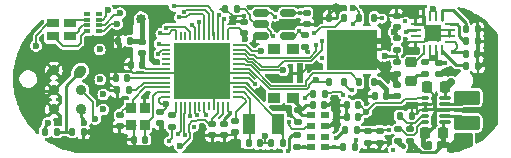
<source format=gbr>
G04 #@! TF.GenerationSoftware,KiCad,Pcbnew,6.0.9-8da3e8f707~116~ubuntu22.04.1*
G04 #@! TF.CreationDate,2022-12-14T18:32:49+01:00*
G04 #@! TF.ProjectId,nRF52832_qfaa,6e524635-3238-4333-925f-716661612e6b,rev?*
G04 #@! TF.SameCoordinates,Original*
G04 #@! TF.FileFunction,Copper,L1,Top*
G04 #@! TF.FilePolarity,Positive*
%FSLAX45Y45*%
G04 Gerber Fmt 4.5, Leading zero omitted, Abs format (unit mm)*
G04 Created by KiCad (PCBNEW 6.0.9-8da3e8f707~116~ubuntu22.04.1) date 2022-12-14 18:32:49*
%MOMM*%
%LPD*%
G01*
G04 APERTURE LIST*
G04 Aperture macros list*
%AMRoundRect*
0 Rectangle with rounded corners*
0 $1 Rounding radius*
0 $2 $3 $4 $5 $6 $7 $8 $9 X,Y pos of 4 corners*
0 Add a 4 corners polygon primitive as box body*
4,1,4,$2,$3,$4,$5,$6,$7,$8,$9,$2,$3,0*
0 Add four circle primitives for the rounded corners*
1,1,$1+$1,$2,$3*
1,1,$1+$1,$4,$5*
1,1,$1+$1,$6,$7*
1,1,$1+$1,$8,$9*
0 Add four rect primitives between the rounded corners*
20,1,$1+$1,$2,$3,$4,$5,0*
20,1,$1+$1,$4,$5,$6,$7,0*
20,1,$1+$1,$6,$7,$8,$9,0*
20,1,$1+$1,$8,$9,$2,$3,0*%
%AMHorizOval*
0 Thick line with rounded ends*
0 $1 width*
0 $2 $3 position (X,Y) of the first rounded end (center of the circle)*
0 $4 $5 position (X,Y) of the second rounded end (center of the circle)*
0 Add line between two ends*
20,1,$1,$2,$3,$4,$5,0*
0 Add two circle primitives to create the rounded ends*
1,1,$1,$2,$3*
1,1,$1,$4,$5*%
G04 Aperture macros list end*
G04 #@! TA.AperFunction,SMDPad,CuDef*
%ADD10R,0.850000X0.950000*%
G04 #@! TD*
G04 #@! TA.AperFunction,SMDPad,CuDef*
%ADD11RoundRect,0.140000X0.170000X-0.140000X0.170000X0.140000X-0.170000X0.140000X-0.170000X-0.140000X0*%
G04 #@! TD*
G04 #@! TA.AperFunction,SMDPad,CuDef*
%ADD12RoundRect,0.140000X0.140000X0.170000X-0.140000X0.170000X-0.140000X-0.170000X0.140000X-0.170000X0*%
G04 #@! TD*
G04 #@! TA.AperFunction,SMDPad,CuDef*
%ADD13RoundRect,0.140000X-0.170000X0.140000X-0.170000X-0.140000X0.170000X-0.140000X0.170000X0.140000X0*%
G04 #@! TD*
G04 #@! TA.AperFunction,SMDPad,CuDef*
%ADD14RoundRect,0.140000X-0.140000X-0.170000X0.140000X-0.170000X0.140000X0.170000X-0.140000X0.170000X0*%
G04 #@! TD*
G04 #@! TA.AperFunction,SMDPad,CuDef*
%ADD15R,1.000000X1.800000*%
G04 #@! TD*
G04 #@! TA.AperFunction,SMDPad,CuDef*
%ADD16R,1.000000X0.800000*%
G04 #@! TD*
G04 #@! TA.AperFunction,SMDPad,CuDef*
%ADD17R,0.500000X0.400000*%
G04 #@! TD*
G04 #@! TA.AperFunction,SMDPad,CuDef*
%ADD18R,0.500000X0.300000*%
G04 #@! TD*
G04 #@! TA.AperFunction,SMDPad,CuDef*
%ADD19RoundRect,0.147500X0.147500X0.172500X-0.147500X0.172500X-0.147500X-0.172500X0.147500X-0.172500X0*%
G04 #@! TD*
G04 #@! TA.AperFunction,SMDPad,CuDef*
%ADD20RoundRect,0.062500X-0.062500X0.375000X-0.062500X-0.375000X0.062500X-0.375000X0.062500X0.375000X0*%
G04 #@! TD*
G04 #@! TA.AperFunction,SMDPad,CuDef*
%ADD21RoundRect,0.062500X-0.375000X0.062500X-0.375000X-0.062500X0.375000X-0.062500X0.375000X0.062500X0*%
G04 #@! TD*
G04 #@! TA.AperFunction,ComponentPad*
%ADD22C,0.500000*%
G04 #@! TD*
G04 #@! TA.AperFunction,SMDPad,CuDef*
%ADD23R,1.450000X1.450000*%
G04 #@! TD*
G04 #@! TA.AperFunction,SMDPad,CuDef*
%ADD24RoundRect,0.135000X0.135000X0.185000X-0.135000X0.185000X-0.135000X-0.185000X0.135000X-0.185000X0*%
G04 #@! TD*
G04 #@! TA.AperFunction,SMDPad,CuDef*
%ADD25RoundRect,0.135000X-0.185000X0.135000X-0.185000X-0.135000X0.185000X-0.135000X0.185000X0.135000X0*%
G04 #@! TD*
G04 #@! TA.AperFunction,SMDPad,CuDef*
%ADD26RoundRect,0.218750X-0.256250X0.218750X-0.256250X-0.218750X0.256250X-0.218750X0.256250X0.218750X0*%
G04 #@! TD*
G04 #@! TA.AperFunction,SMDPad,CuDef*
%ADD27RoundRect,0.030000X0.295000X0.070000X-0.295000X0.070000X-0.295000X-0.070000X0.295000X-0.070000X0*%
G04 #@! TD*
G04 #@! TA.AperFunction,SMDPad,CuDef*
%ADD28RoundRect,0.030000X-0.070000X0.295000X-0.070000X-0.295000X0.070000X-0.295000X0.070000X0.295000X0*%
G04 #@! TD*
G04 #@! TA.AperFunction,SMDPad,CuDef*
%ADD29RoundRect,0.030000X-0.295000X-0.070000X0.295000X-0.070000X0.295000X0.070000X-0.295000X0.070000X0*%
G04 #@! TD*
G04 #@! TA.AperFunction,SMDPad,CuDef*
%ADD30RoundRect,0.030000X0.070000X-0.295000X0.070000X0.295000X-0.070000X0.295000X-0.070000X-0.295000X0*%
G04 #@! TD*
G04 #@! TA.AperFunction,SMDPad,CuDef*
%ADD31R,4.700000X4.700000*%
G04 #@! TD*
G04 #@! TA.AperFunction,ComponentPad*
%ADD32C,0.908000*%
G04 #@! TD*
G04 #@! TA.AperFunction,SMDPad,CuDef*
%ADD33C,0.910000*%
G04 #@! TD*
G04 #@! TA.AperFunction,SMDPad,CuDef*
%ADD34HorizOval,0.910000X0.100000X0.100000X-0.100000X-0.100000X0*%
G04 #@! TD*
G04 #@! TA.AperFunction,SMDPad,CuDef*
%ADD35RoundRect,0.125000X-0.125000X0.250000X-0.125000X-0.250000X0.125000X-0.250000X0.125000X0.250000X0*%
G04 #@! TD*
G04 #@! TA.AperFunction,SMDPad,CuDef*
%ADD36R,4.300000X3.400000*%
G04 #@! TD*
G04 #@! TA.AperFunction,SMDPad,CuDef*
%ADD37RoundRect,0.135000X-0.135000X-0.185000X0.135000X-0.185000X0.135000X0.185000X-0.135000X0.185000X0*%
G04 #@! TD*
G04 #@! TA.AperFunction,SMDPad,CuDef*
%ADD38R,1.000000X0.900000*%
G04 #@! TD*
G04 #@! TA.AperFunction,SMDPad,CuDef*
%ADD39R,0.550000X1.700000*%
G04 #@! TD*
G04 #@! TA.AperFunction,SMDPad,CuDef*
%ADD40RoundRect,0.135000X0.185000X-0.135000X0.185000X0.135000X-0.185000X0.135000X-0.185000X-0.135000X0*%
G04 #@! TD*
G04 #@! TA.AperFunction,ComponentPad*
%ADD41C,0.850000*%
G04 #@! TD*
G04 #@! TA.AperFunction,SMDPad,CuDef*
%ADD42RoundRect,0.250000X0.850000X-0.375000X0.850000X0.375000X-0.850000X0.375000X-0.850000X-0.375000X0*%
G04 #@! TD*
G04 #@! TA.AperFunction,SMDPad,CuDef*
%ADD43RoundRect,0.225000X0.225000X0.250000X-0.225000X0.250000X-0.225000X-0.250000X0.225000X-0.250000X0*%
G04 #@! TD*
G04 #@! TA.AperFunction,SMDPad,CuDef*
%ADD44R,0.800000X0.500000*%
G04 #@! TD*
G04 #@! TA.AperFunction,SMDPad,CuDef*
%ADD45RoundRect,0.012500X-0.287500X-0.112500X0.287500X-0.112500X0.287500X0.112500X-0.287500X0.112500X0*%
G04 #@! TD*
G04 #@! TA.AperFunction,SMDPad,CuDef*
%ADD46RoundRect,0.012500X-0.437500X-0.112500X0.437500X-0.112500X0.437500X0.112500X-0.437500X0.112500X0*%
G04 #@! TD*
G04 #@! TA.AperFunction,SMDPad,CuDef*
%ADD47RoundRect,0.012500X-0.637500X-0.112500X0.637500X-0.112500X0.637500X0.112500X-0.637500X0.112500X0*%
G04 #@! TD*
G04 #@! TA.AperFunction,SMDPad,CuDef*
%ADD48RoundRect,0.150000X-0.512500X-0.150000X0.512500X-0.150000X0.512500X0.150000X-0.512500X0.150000X0*%
G04 #@! TD*
G04 #@! TA.AperFunction,ViaPad*
%ADD49C,0.600000*%
G04 #@! TD*
G04 #@! TA.AperFunction,ViaPad*
%ADD50C,0.450000*%
G04 #@! TD*
G04 #@! TA.AperFunction,ViaPad*
%ADD51C,0.800000*%
G04 #@! TD*
G04 #@! TA.AperFunction,Conductor*
%ADD52C,0.200000*%
G04 #@! TD*
G04 #@! TA.AperFunction,Conductor*
%ADD53C,0.250000*%
G04 #@! TD*
G04 #@! TA.AperFunction,Conductor*
%ADD54C,0.500000*%
G04 #@! TD*
G04 #@! TA.AperFunction,Conductor*
%ADD55C,0.400000*%
G04 #@! TD*
G04 #@! TA.AperFunction,Conductor*
%ADD56C,0.150000*%
G04 #@! TD*
G04 #@! TA.AperFunction,Conductor*
%ADD57C,0.127000*%
G04 #@! TD*
G04 #@! TA.AperFunction,Conductor*
%ADD58C,0.254000*%
G04 #@! TD*
G04 #@! TA.AperFunction,Conductor*
%ADD59C,0.700000*%
G04 #@! TD*
G04 APERTURE END LIST*
D10*
X3966988Y-3776760D03*
X3966988Y-3921760D03*
X4081988Y-3921760D03*
X4081988Y-3776760D03*
D11*
X4055984Y-3312160D03*
X4055984Y-3216160D03*
D12*
X4088484Y-4048760D03*
X3992484Y-4048760D03*
D13*
X3872088Y-3838460D03*
X3872088Y-3934460D03*
D14*
X3967084Y-3413760D03*
X4063084Y-3413760D03*
D11*
X4848860Y-3982460D03*
X4848860Y-3886460D03*
X4919584Y-3144260D03*
X4919584Y-3048260D03*
D13*
X4214988Y-3810260D03*
X4214988Y-3906260D03*
D12*
X3932788Y-3528060D03*
X3836788Y-3528060D03*
X3945488Y-3629660D03*
X3849488Y-3629660D03*
D13*
X4754484Y-3911860D03*
X4754484Y-4007860D03*
X4652884Y-3911860D03*
X4652884Y-4007860D03*
D15*
X4962620Y-3912496D03*
X5212620Y-3912496D03*
D12*
X5059420Y-4075796D03*
X4963420Y-4075796D03*
D14*
X5153920Y-4075796D03*
X5249920Y-4075796D03*
D16*
X3302184Y-3062596D03*
X3452184Y-3062596D03*
X3452184Y-3172596D03*
X3302184Y-3172596D03*
D17*
X3693884Y-3129096D03*
D18*
X3693884Y-3079096D03*
X3693884Y-3029096D03*
D17*
X3693884Y-2979096D03*
X3593884Y-2979096D03*
D18*
X3593884Y-3029096D03*
X3593884Y-3079096D03*
D17*
X3593884Y-3129096D03*
D11*
X6215380Y-3680200D03*
X6215380Y-3584200D03*
D12*
X6123680Y-3680460D03*
X6027680Y-3680460D03*
D14*
X3468884Y-3981196D03*
X3564884Y-3981196D03*
D12*
X5888984Y-3756660D03*
X5792984Y-3756660D03*
D19*
X5889484Y-3858260D03*
X5792484Y-3858260D03*
D20*
X6595580Y-3000770D03*
X6545580Y-3000770D03*
X6495580Y-3000770D03*
X6445580Y-3000770D03*
D21*
X6376830Y-3069520D03*
X6376830Y-3119520D03*
X6376830Y-3169520D03*
X6376830Y-3219520D03*
D20*
X6445580Y-3288270D03*
X6495580Y-3288270D03*
X6545580Y-3288270D03*
X6595580Y-3288270D03*
D21*
X6664330Y-3219520D03*
X6664330Y-3169520D03*
X6664330Y-3119520D03*
X6664330Y-3069520D03*
D22*
X6473080Y-3097020D03*
X6568080Y-3097020D03*
X6568080Y-3192020D03*
D23*
X6520580Y-3144520D03*
D22*
X6473080Y-3192020D03*
D24*
X6901380Y-3214460D03*
X6799380Y-3214460D03*
D13*
X6215380Y-2997460D03*
X6215380Y-3093460D03*
D25*
X6456680Y-3390700D03*
X6456680Y-3492700D03*
X6215380Y-3388160D03*
X6215380Y-3490160D03*
D24*
X6901380Y-3112860D03*
X6799380Y-3112860D03*
D25*
X6215380Y-3184760D03*
X6215380Y-3286760D03*
D26*
X6337300Y-3390890D03*
X6337300Y-3548390D03*
D27*
X4865584Y-3684560D03*
X4865584Y-3644560D03*
X4865584Y-3604560D03*
X4865584Y-3564560D03*
X4865584Y-3524560D03*
X4865584Y-3484560D03*
X4865584Y-3444560D03*
X4865584Y-3404560D03*
X4865584Y-3364560D03*
X4865584Y-3324560D03*
X4865584Y-3284560D03*
X4865584Y-3244560D03*
D28*
X4785584Y-3164560D03*
X4745584Y-3164560D03*
X4705584Y-3164560D03*
X4665584Y-3164560D03*
X4625584Y-3164560D03*
X4585584Y-3164560D03*
X4545584Y-3164560D03*
X4505584Y-3164560D03*
X4465584Y-3164560D03*
X4425584Y-3164560D03*
X4385584Y-3164560D03*
X4345584Y-3164560D03*
D29*
X4265584Y-3244560D03*
X4265584Y-3284560D03*
X4265584Y-3324560D03*
X4265584Y-3364560D03*
X4265584Y-3404560D03*
X4265584Y-3444560D03*
X4265584Y-3484560D03*
X4265584Y-3524560D03*
X4265584Y-3564560D03*
X4265584Y-3604560D03*
X4265584Y-3644560D03*
X4265584Y-3684560D03*
D30*
X4345584Y-3764560D03*
X4385584Y-3764560D03*
X4425584Y-3764560D03*
X4465584Y-3764560D03*
X4505584Y-3764560D03*
X4545584Y-3764560D03*
X4585584Y-3764560D03*
X4625584Y-3764560D03*
X4665584Y-3764560D03*
X4705584Y-3764560D03*
X4745584Y-3764560D03*
X4785584Y-3764560D03*
D31*
X4565584Y-3464560D03*
D32*
X4745584Y-3644560D03*
X4745584Y-3524560D03*
X4745584Y-3404560D03*
X4745584Y-3284560D03*
X4625584Y-3644560D03*
X4625584Y-3524560D03*
X4625584Y-3404560D03*
X4625584Y-3284560D03*
X4505584Y-3644560D03*
X4505584Y-3524560D03*
X4505584Y-3404560D03*
X4505584Y-3284560D03*
X4385584Y-3644560D03*
X4385584Y-3524560D03*
X4385584Y-3404560D03*
X4385584Y-3284560D03*
D33*
X3310984Y-3460596D03*
X3310984Y-3625596D03*
X3310984Y-3790596D03*
X3544984Y-3790596D03*
X3544984Y-3625596D03*
D34*
X3534984Y-3470596D03*
D35*
X6024880Y-3016760D03*
X5897880Y-3016760D03*
X5770880Y-3016760D03*
X5643880Y-3016760D03*
X5643880Y-3556760D03*
X5770880Y-3556760D03*
X5897880Y-3556760D03*
X6024880Y-3556760D03*
D36*
X5834380Y-3286760D03*
D12*
X6898380Y-3320060D03*
X6802380Y-3320060D03*
D37*
X6801920Y-3421380D03*
X6903920Y-3421380D03*
D14*
X3858384Y-3210560D03*
X3954384Y-3210560D03*
D19*
X3336784Y-3981196D03*
X3239784Y-3981196D03*
D38*
X5336784Y-3280896D03*
X5176784Y-3280896D03*
X5176784Y-3690896D03*
X5336784Y-3690896D03*
D39*
X5399284Y-3485896D03*
D40*
X6230620Y-4059120D03*
X6230620Y-3957120D03*
D41*
X4051300Y-3022600D03*
D25*
X4316588Y-3841296D03*
X4316588Y-3943296D03*
D24*
X5859980Y-4104640D03*
X5757980Y-4104640D03*
D14*
X5506980Y-3751580D03*
X5602980Y-3751580D03*
D24*
X5880300Y-3967480D03*
X5778300Y-3967480D03*
D13*
X5974080Y-3975360D03*
X5974080Y-4071360D03*
D25*
X5369560Y-4007920D03*
X5369560Y-4109920D03*
D40*
X5443220Y-3259020D03*
X5443220Y-3157020D03*
D12*
X6583420Y-4091940D03*
X6487420Y-4091940D03*
D42*
X6812280Y-3904800D03*
X6812280Y-3689800D03*
D40*
X6332220Y-4056580D03*
X6332220Y-3954580D03*
D13*
X5379720Y-3797560D03*
X5379720Y-3893560D03*
D43*
X6609080Y-3987800D03*
X6454080Y-3987800D03*
X6623080Y-3601720D03*
X6468080Y-3601720D03*
D13*
X6573520Y-3396240D03*
X6573520Y-3492240D03*
D37*
X6243120Y-3845560D03*
X6345120Y-3845560D03*
D24*
X4866840Y-2941320D03*
X4764840Y-2941320D03*
D44*
X5612440Y-4110100D03*
X5612440Y-4020100D03*
X5612440Y-3930100D03*
X5612440Y-3840100D03*
X5492440Y-3840100D03*
X5492440Y-3930100D03*
X5492440Y-4020100D03*
X5492440Y-4110100D03*
D45*
X6458120Y-3694760D03*
X6458120Y-3744760D03*
X6458120Y-3794760D03*
X6458120Y-3844760D03*
X6458120Y-3894760D03*
D46*
X6623120Y-3894760D03*
X6623120Y-3844760D03*
D47*
X6603120Y-3794760D03*
D46*
X6623120Y-3744760D03*
X6623120Y-3694760D03*
D48*
X5067850Y-2975860D03*
X5067850Y-3070860D03*
X5067850Y-3165860D03*
X5295350Y-3165860D03*
X5295350Y-2975860D03*
D13*
X5458460Y-2974600D03*
X5458460Y-3070600D03*
D37*
X5506320Y-3657600D03*
X5608320Y-3657600D03*
D25*
X6070600Y-3972360D03*
X6070600Y-4074360D03*
D49*
X5935980Y-3667760D03*
X5684520Y-3695146D03*
D50*
X4100688Y-3663696D03*
X4233784Y-4023360D03*
X3928984Y-3083560D03*
X3890884Y-3134360D03*
X3801984Y-3147060D03*
X6845300Y-3037840D03*
X6964680Y-3121660D03*
X6628550Y-3464560D03*
X6977380Y-3365500D03*
X6441440Y-4064000D03*
X4144955Y-3274131D03*
D49*
X3326384Y-3282696D03*
D50*
X5305883Y-3831459D03*
X4754484Y-4087763D03*
X6537950Y-3881120D03*
D49*
X4151884Y-4120896D03*
D50*
X4192611Y-3080487D03*
D49*
X5713984Y-3858260D03*
D50*
X6537950Y-3716020D03*
D49*
X5104384Y-4019296D03*
D50*
X4919584Y-2997200D03*
D49*
X3192780Y-3832860D03*
D50*
X6017260Y-4130040D03*
X6101080Y-3210560D03*
D49*
X3631184Y-3981196D03*
D51*
X5702300Y-2933700D03*
D50*
X6384681Y-3312160D03*
X4652884Y-4087763D03*
X5003800Y-3223260D03*
D49*
X5468620Y-3434080D03*
X5051759Y-3637796D03*
D50*
X6537950Y-3827780D03*
D49*
X3638682Y-3483950D03*
X6464477Y-3998197D03*
D50*
X6537950Y-3769360D03*
X6177280Y-3528060D03*
D49*
X6977380Y-3223260D03*
D50*
X4144813Y-3375589D03*
X6278880Y-2980960D03*
X6654800Y-4132580D03*
X4498960Y-3936380D03*
X5292123Y-4143998D03*
D49*
X3262884Y-3904996D03*
X4930140Y-3192780D03*
D50*
X5867400Y-4046220D03*
X6809740Y-4058920D03*
X6370320Y-4104640D03*
X6738620Y-4112260D03*
X4805406Y-3821416D03*
D49*
X3162300Y-3251200D03*
X4259184Y-3743960D03*
D50*
X6736080Y-4010660D03*
X6184900Y-4130040D03*
X6609080Y-4071620D03*
X6327140Y-4140200D03*
X6118480Y-3612260D03*
D49*
X4381500Y-4099560D03*
X3568700Y-3905246D03*
D50*
X4461867Y-3846470D03*
X4194884Y-3321790D03*
D49*
X3732784Y-3790696D03*
D50*
X4198884Y-3233560D03*
D49*
X3732784Y-3663696D03*
D50*
X4214988Y-3143610D03*
D49*
X3701475Y-3282549D03*
X6520180Y-2939796D03*
D50*
X6284280Y-3045460D03*
D49*
X6189980Y-3134360D03*
X5255774Y-3459994D03*
D50*
X5834380Y-3629660D03*
D49*
X5532120Y-3540760D03*
D50*
X5581930Y-3208939D03*
X6088380Y-3020060D03*
X5531644Y-3241579D03*
X5844148Y-3070860D03*
D49*
X5842000Y-2933700D03*
D50*
X5514904Y-3141757D03*
D49*
X5067300Y-3294380D03*
D50*
X4411027Y-2965148D03*
D49*
X3873201Y-2975961D03*
X3770884Y-2952496D03*
D50*
X4328192Y-2918423D03*
D49*
X3847143Y-3066796D03*
D50*
X4372339Y-3010945D03*
X6691806Y-3305635D03*
X4709160Y-2991350D03*
X4757210Y-3027201D03*
X5460815Y-3306917D03*
D49*
X5180584Y-3689096D03*
X5955284Y-3810046D03*
D50*
X4284980Y-4061460D03*
D49*
X5177559Y-3278387D03*
D50*
X5016300Y-3578471D03*
D49*
X6113780Y-3337560D03*
D50*
X4424682Y-4009105D03*
X5701284Y-4036060D03*
X4520866Y-3835832D03*
D49*
X3662890Y-3868931D03*
X3707384Y-3536696D03*
D50*
X4265788Y-3103599D03*
X5581886Y-3353834D03*
X5390500Y-3128310D03*
X5171550Y-3172460D03*
X4361538Y-4000543D03*
X5681600Y-4110100D03*
X4540634Y-3054210D03*
X5430140Y-4110100D03*
X4483100Y-3078480D03*
X4604136Y-3834516D03*
X5440680Y-3690620D03*
X5302163Y-3900083D03*
X5763260Y-3665220D03*
D49*
X5332984Y-3282696D03*
D50*
X6677660Y-3561080D03*
X6624320Y-3393440D03*
X6268720Y-4102100D03*
X6296660Y-3134360D03*
D49*
X6521150Y-3352800D03*
D50*
X5398520Y-2975860D03*
D49*
X5332984Y-3689096D03*
D50*
X5184140Y-3004820D03*
X6146800Y-3967480D03*
D52*
X3878184Y-3413760D02*
X3878184Y-3312160D01*
D53*
X6384681Y-3312160D02*
X6384681Y-3312160D01*
D54*
X6101080Y-3210560D02*
X5910580Y-3210560D01*
D52*
X4192611Y-3080487D02*
X4190711Y-3082388D01*
D55*
X3928158Y-3095434D02*
X3929033Y-3094559D01*
D53*
X6278880Y-2980960D02*
X6278880Y-2980960D01*
D56*
X6428740Y-2936240D02*
X6323600Y-2936240D01*
X6278880Y-2994660D02*
X6278880Y-2980960D01*
D52*
X4170284Y-3401060D02*
X4144813Y-3375589D01*
X4871984Y-3566160D02*
X4870384Y-3564560D01*
X4564887Y-4087763D02*
X4652884Y-4087763D01*
D54*
X5910580Y-3210560D02*
X5834380Y-3286760D01*
D56*
X3890884Y-4086860D02*
X3890884Y-4036060D01*
D57*
X5713984Y-3790696D02*
X5713984Y-3858260D01*
D53*
X5974080Y-4117340D02*
X5986780Y-4130040D01*
D52*
X6531520Y-3169520D02*
X6520580Y-3180460D01*
D57*
X5748020Y-3756660D02*
X5713984Y-3790696D01*
X5643880Y-2992120D02*
X5702300Y-2933700D01*
D52*
X4233784Y-3912356D02*
X4227688Y-3906260D01*
X6384681Y-3312160D02*
X6382141Y-3314700D01*
D53*
X6537950Y-3827780D02*
X6537950Y-3794770D01*
D52*
X3649436Y-3473196D02*
X3638682Y-3483950D01*
X6534760Y-3668400D02*
X6468080Y-3601720D01*
D53*
X6537950Y-3881120D02*
X6537950Y-3827780D01*
D52*
X3872088Y-3934460D02*
X3872088Y-4017264D01*
D55*
X6215180Y-3490160D02*
X6177280Y-3528060D01*
D57*
X5067850Y-3165860D02*
X5003800Y-3165860D01*
D58*
X3192780Y-3733800D02*
X3192780Y-3832860D01*
D52*
X6365240Y-3825440D02*
X6345120Y-3845560D01*
X4665584Y-3684560D02*
X4625584Y-3644560D01*
D57*
X5416804Y-3485896D02*
X5468620Y-3434080D01*
D53*
X3801984Y-3454796D02*
X3801984Y-3147060D01*
D52*
X3992484Y-4048760D02*
X3903584Y-4048760D01*
D55*
X6456680Y-4104640D02*
X6441440Y-4089400D01*
X3928984Y-3094509D02*
X3929033Y-3094559D01*
D58*
X5612440Y-3930100D02*
X5642144Y-3930100D01*
D57*
X4966373Y-3484210D02*
X5012764Y-3530600D01*
D56*
X4133249Y-4102261D02*
X4151884Y-4120896D01*
D57*
X5379720Y-3893560D02*
X5376920Y-3893560D01*
D52*
X6664330Y-3119520D02*
X6663930Y-3119120D01*
X3878184Y-3413760D02*
X3967084Y-3413760D01*
D57*
X5110084Y-4075796D02*
X5059420Y-4075796D01*
D54*
X6573520Y-3492240D02*
X6600870Y-3492240D01*
D52*
X3195580Y-3830060D02*
X3192780Y-3832860D01*
X4081988Y-3682396D02*
X4081988Y-3776760D01*
X4002644Y-2933700D02*
X3928158Y-3008186D01*
D53*
X6262380Y-2997460D02*
X6278880Y-2980960D01*
X6454080Y-3992880D02*
X6459160Y-3992880D01*
X6537950Y-3769360D02*
X6537950Y-3716020D01*
D52*
X4195684Y-3077415D02*
X4192611Y-3080487D01*
X3783584Y-3473196D02*
X3783584Y-3524504D01*
D57*
X4865584Y-3484560D02*
X4865934Y-3484210D01*
D52*
X3878184Y-3312160D02*
X3878184Y-3230360D01*
D53*
X4754484Y-4007860D02*
X4754484Y-4087763D01*
D58*
X6903920Y-3428800D02*
X6903720Y-3429000D01*
X5684520Y-3695146D02*
X5630626Y-3749040D01*
D52*
X4870384Y-3564560D02*
X4865584Y-3564560D01*
D53*
X4144813Y-3274272D02*
X4144813Y-3375589D01*
D57*
X4772460Y-2943860D02*
X4772460Y-2946200D01*
D58*
X3192780Y-3543300D02*
X3192780Y-3568700D01*
D53*
X6070600Y-4107180D02*
X6070600Y-4074360D01*
D52*
X4865584Y-3484560D02*
X4785584Y-3484560D01*
D54*
X6600870Y-3492240D02*
X6628550Y-3464560D01*
D52*
X6581920Y-3119120D02*
X6520580Y-3180460D01*
D56*
X6323600Y-2936240D02*
X6278880Y-2980960D01*
D57*
X5399284Y-3485896D02*
X5416804Y-3485896D01*
D52*
X3783584Y-3473196D02*
X3649436Y-3473196D01*
X4195684Y-3070860D02*
X4195684Y-3077415D01*
D57*
X5792984Y-3756660D02*
X5748020Y-3756660D01*
X3787140Y-3528060D02*
X3783584Y-3524504D01*
X5153920Y-4075796D02*
X5110084Y-4075796D01*
D53*
X6968580Y-3214460D02*
X6977380Y-3223260D01*
D55*
X3876532Y-3147060D02*
X3928158Y-3095434D01*
D56*
X3906285Y-4102261D02*
X3890884Y-4086860D01*
D52*
X4233784Y-4023360D02*
X4233784Y-3912356D01*
X6325800Y-3219520D02*
X6450660Y-3219520D01*
X4665584Y-3564560D02*
X4565584Y-3464560D01*
X6659250Y-3169520D02*
X6531520Y-3169520D01*
D56*
X4007885Y-4102261D02*
X4133249Y-4102261D01*
D58*
X5630626Y-3749040D02*
X5602980Y-3749040D01*
D52*
X6537940Y-3794760D02*
X6537950Y-3794770D01*
X4144884Y-3375519D02*
X4144813Y-3375589D01*
D53*
X6464477Y-3998197D02*
X6530340Y-3932333D01*
D57*
X5316220Y-3832860D02*
X5311140Y-3827780D01*
D55*
X6441440Y-4005520D02*
X6454080Y-3992880D01*
D53*
X6901380Y-3317060D02*
X6898380Y-3320060D01*
D52*
X4190711Y-3088533D02*
X4190711Y-3082388D01*
X4144884Y-3375660D02*
X4144884Y-3375660D01*
D53*
X3796284Y-3460496D02*
X3801984Y-3454796D01*
D55*
X6228080Y-3581660D02*
X6228080Y-3578860D01*
D52*
X4936884Y-3566160D02*
X4871984Y-3566160D01*
D57*
X5792484Y-3858260D02*
X5713984Y-3858260D01*
D52*
X6534760Y-3672220D02*
X6534760Y-3668400D01*
X6299200Y-3246120D02*
X6325800Y-3219520D01*
D53*
X6530340Y-3888730D02*
X6537950Y-3881120D01*
D58*
X3310984Y-3625596D02*
X3298284Y-3638296D01*
D52*
X4856084Y-3979660D02*
X4859584Y-3979660D01*
D58*
X3192780Y-3568700D02*
X3192780Y-3733800D01*
D52*
X3872088Y-4017264D02*
X3890884Y-4036060D01*
D55*
X6228080Y-3578860D02*
X6177280Y-3528060D01*
D57*
X5003800Y-3165860D02*
X5003800Y-3223260D01*
D53*
X6445580Y-3069520D02*
X6473080Y-3097020D01*
D52*
X3878184Y-3230360D02*
X3858384Y-3210560D01*
D53*
X6537950Y-3716020D02*
X6537950Y-3671600D01*
D55*
X6441440Y-4064000D02*
X6441440Y-4005520D01*
D58*
X3199384Y-3638296D02*
X3192780Y-3631692D01*
D52*
X3796284Y-3460496D02*
X3783584Y-3473196D01*
D57*
X4828540Y-3002280D02*
X4914504Y-3002280D01*
D52*
X3858384Y-3216160D02*
X3858384Y-3210560D01*
X4919584Y-3048260D02*
X4919584Y-2997200D01*
D53*
X6376830Y-3069520D02*
X6445580Y-3069520D01*
X6537950Y-3794770D02*
X6537950Y-3769360D01*
D58*
X3254188Y-3733800D02*
X3192780Y-3733800D01*
D52*
X4195684Y-3401060D02*
X4170284Y-3401060D01*
X3967084Y-3464560D02*
X3967084Y-3413760D01*
D55*
X6484880Y-4104640D02*
X6456680Y-4104640D01*
D53*
X3800348Y-3464560D02*
X3967084Y-3464560D01*
X6047740Y-4130040D02*
X6070600Y-4107180D01*
D58*
X3564884Y-3981196D02*
X3631184Y-3981196D01*
D53*
X5643880Y-3016760D02*
X5643880Y-2992120D01*
D52*
X6299200Y-3289300D02*
X6299200Y-3246120D01*
X4182984Y-2969260D02*
X4147424Y-2933700D01*
D53*
X4144955Y-3274131D02*
X4144813Y-3274272D01*
D57*
X3836788Y-3528060D02*
X3787140Y-3528060D01*
D52*
X4144884Y-3134360D02*
X4144884Y-3375519D01*
D58*
X5642144Y-3930100D02*
X5713984Y-3858260D01*
D57*
X4865934Y-3484210D02*
X4966373Y-3484210D01*
D52*
X4865584Y-3564560D02*
X4665584Y-3564560D01*
D58*
X3310984Y-3790596D02*
X3254188Y-3733800D01*
D53*
X6901380Y-3214460D02*
X6968580Y-3214460D01*
X4144884Y-3134360D02*
X4182984Y-3096260D01*
D56*
X4007885Y-4102261D02*
X3906285Y-4102261D01*
D57*
X5376920Y-3893560D02*
X5316220Y-3832860D01*
D58*
X6903720Y-3429000D02*
X6913880Y-3429000D01*
D52*
X4665584Y-3764560D02*
X4665584Y-3684560D01*
X3928158Y-3008186D02*
X3928158Y-3095434D01*
X6324600Y-3314700D02*
X6299200Y-3289300D01*
D53*
X4195684Y-3058160D02*
X4195684Y-3070860D01*
X4652884Y-4007860D02*
X4652884Y-4087763D01*
X5986780Y-4130040D02*
X6017260Y-4130040D01*
D52*
X3903584Y-4048760D02*
X3890884Y-4036060D01*
D58*
X6913880Y-3429000D02*
X6977380Y-3365500D01*
D53*
X6017260Y-4130040D02*
X6047740Y-4130040D01*
X6530340Y-3932333D02*
X6530340Y-3888730D01*
D52*
X6503940Y-3197100D02*
X6520580Y-3180460D01*
D56*
X6445580Y-2953080D02*
X6428740Y-2936240D01*
D53*
X4144884Y-3134360D02*
X4144884Y-3274060D01*
D57*
X5104384Y-4070096D02*
X5104384Y-4019296D01*
D52*
X4265584Y-3484560D02*
X3987084Y-3484560D01*
D53*
X6537950Y-3671600D02*
X6532220Y-3665870D01*
D52*
X3865484Y-3203460D02*
X3858384Y-3210560D01*
D54*
X6101080Y-3210560D02*
X6101080Y-3210560D01*
D52*
X4785584Y-3484560D02*
X4745584Y-3524560D01*
X5008520Y-3637796D02*
X4936884Y-3566160D01*
D58*
X6903920Y-3421380D02*
X6903920Y-3428800D01*
D53*
X4144884Y-3274060D02*
X4144955Y-3274131D01*
D58*
X3298284Y-3638296D02*
X3199384Y-3638296D01*
D52*
X4827884Y-4007860D02*
X4856084Y-3979660D01*
D57*
X5311140Y-3827780D02*
X5305883Y-3831459D01*
D54*
X6177280Y-3528060D02*
X5935980Y-3286760D01*
D52*
X6382141Y-3314700D02*
X6324600Y-3314700D01*
X6416240Y-3794760D02*
X6458120Y-3794760D01*
X4147424Y-2933700D02*
X4002644Y-2933700D01*
D55*
X3801984Y-3147060D02*
X3876532Y-3147060D01*
D53*
X6931940Y-3320060D02*
X6977380Y-3365500D01*
D52*
X3783584Y-3563756D02*
X3849488Y-3629660D01*
D58*
X3192780Y-3631692D02*
X3192780Y-3568700D01*
D52*
X5051759Y-3637796D02*
X5008520Y-3637796D01*
X4144884Y-3134360D02*
X4190711Y-3088533D01*
D57*
X4772460Y-2946200D02*
X4828540Y-3002280D01*
D52*
X3992484Y-3934460D02*
X3872088Y-3934460D01*
D53*
X6901380Y-3112860D02*
X6901380Y-3317060D01*
X5974080Y-4071360D02*
X5974080Y-4117340D01*
D55*
X6441440Y-4089400D02*
X6441440Y-4064000D01*
D58*
X3275484Y-3460596D02*
X3192780Y-3543300D01*
D57*
X5110084Y-4075796D02*
X5104384Y-4070096D01*
D53*
X4182984Y-3096260D02*
X4182984Y-3083560D01*
D52*
X3987084Y-3484560D02*
X3967084Y-3464560D01*
X6458120Y-3794760D02*
X6537940Y-3794760D01*
X6450660Y-3219520D02*
X6473080Y-3197100D01*
D53*
X4182984Y-3083560D02*
X4195684Y-3070860D01*
X4195684Y-3058160D02*
X4195684Y-2981960D01*
D52*
X3992484Y-3934460D02*
X4005184Y-3921760D01*
X4754484Y-4007860D02*
X4827884Y-4007860D01*
D56*
X6445580Y-3036710D02*
X6445580Y-2953080D01*
D52*
X6458120Y-3744760D02*
X6403340Y-3743960D01*
D57*
X4914504Y-3002280D02*
X4919584Y-2997200D01*
D53*
X6898380Y-3320060D02*
X6931940Y-3320060D01*
D52*
X6385560Y-3825440D02*
X6365240Y-3825440D01*
D56*
X3992484Y-4086860D02*
X4007885Y-4102261D01*
D53*
X4579224Y-4007860D02*
X4754484Y-4007860D01*
X6459160Y-3992880D02*
X6464477Y-3998197D01*
D56*
X3992484Y-4048760D02*
X3992484Y-4086860D01*
D52*
X4545584Y-3484560D02*
X4565584Y-3464560D01*
X6473080Y-3197100D02*
X6503940Y-3197100D01*
X3783584Y-3524504D02*
X3783584Y-3563756D01*
D53*
X6445580Y-3000770D02*
X6445580Y-3069520D01*
D52*
X4265584Y-3484560D02*
X4545584Y-3484560D01*
X6403340Y-3743960D02*
X6385560Y-3761740D01*
D53*
X3796284Y-3460496D02*
X3800348Y-3464560D01*
D52*
X4100688Y-3663696D02*
X4081988Y-3682396D01*
D55*
X6215380Y-3490160D02*
X6215180Y-3490160D01*
D52*
X4551284Y-4035800D02*
X4551284Y-4074160D01*
X6663930Y-3119120D02*
X6581920Y-3119120D01*
D53*
X4195684Y-2981960D02*
X4182984Y-2969260D01*
D57*
X5305883Y-3831459D02*
X5300980Y-3827780D01*
D52*
X6541280Y-3159760D02*
X6520580Y-3180460D01*
D58*
X3310984Y-3460596D02*
X3275484Y-3460596D01*
D53*
X6215380Y-2997460D02*
X6262380Y-2997460D01*
D52*
X4551284Y-4074160D02*
X4564887Y-4087763D01*
D54*
X5935980Y-3286760D02*
X5834380Y-3286760D01*
D52*
X3992484Y-4048760D02*
X3992484Y-3934460D01*
X6385560Y-3761740D02*
X6385560Y-3825440D01*
X6385560Y-3825440D02*
X6416240Y-3794760D01*
D53*
X4551284Y-4035800D02*
X4579224Y-4007860D01*
D55*
X6118480Y-3612260D02*
X6062980Y-3556760D01*
D52*
X4785584Y-3801594D02*
X4785584Y-3764560D01*
D58*
X3239784Y-3981196D02*
X3239784Y-3928096D01*
X5867400Y-4046220D02*
X5867400Y-4043680D01*
D52*
X4259184Y-3778764D02*
X4259184Y-3743960D01*
D56*
X4785584Y-3118500D02*
X4799188Y-3104896D01*
D57*
X3267084Y-3062596D02*
X3302184Y-3062596D01*
D53*
X6609080Y-3908800D02*
X6609080Y-3992880D01*
D57*
X3161284Y-3168396D02*
X3267084Y-3062596D01*
D56*
X4785584Y-3164560D02*
X4785584Y-3118500D01*
D58*
X5305620Y-4125400D02*
X5292123Y-4143998D01*
D53*
X6417820Y-4152140D02*
X6370320Y-4104640D01*
D55*
X6123680Y-3680460D02*
X6123680Y-3617460D01*
D53*
X6609080Y-4076440D02*
X6580880Y-4104640D01*
D56*
X4265584Y-3684560D02*
X4219524Y-3684560D01*
X4202288Y-3727196D02*
X4219052Y-3743960D01*
D58*
X5859980Y-4104640D02*
X5859980Y-4051100D01*
D55*
X6332220Y-4066540D02*
X6370320Y-4104640D01*
D53*
X6609080Y-4071620D02*
X6609080Y-4076440D01*
D52*
X4919584Y-3144260D02*
X4935084Y-3144260D01*
D53*
X6580880Y-4104640D02*
X6580880Y-4112520D01*
D56*
X4930140Y-3192780D02*
X4930140Y-3154816D01*
D57*
X3162300Y-3251200D02*
X3161284Y-3250184D01*
D55*
X6062980Y-3556760D02*
X6024880Y-3556760D01*
D53*
X4754484Y-3872339D02*
X4754484Y-3911860D01*
D58*
X5369560Y-4007920D02*
X5329120Y-4007920D01*
D53*
X6202680Y-3677660D02*
X6149080Y-3677660D01*
D57*
X3161284Y-3250184D02*
X3161284Y-3168396D01*
D58*
X3239784Y-3928096D02*
X3262884Y-3904996D01*
D53*
X6149080Y-3677660D02*
X6151880Y-3680460D01*
X6609080Y-3992880D02*
X6609080Y-4071620D01*
X4805406Y-3821416D02*
X4754484Y-3872339D01*
D52*
X4805406Y-3821416D02*
X4785584Y-3801594D01*
D56*
X4799188Y-3104896D02*
X4880220Y-3104896D01*
D58*
X5292123Y-4143998D02*
X5288280Y-4142740D01*
X5329120Y-4007920D02*
X5313680Y-4023360D01*
D52*
X4265584Y-3737560D02*
X4259184Y-3743960D01*
D55*
X6332220Y-4056580D02*
X6332220Y-4066540D01*
D56*
X4880220Y-3104896D02*
X4919584Y-3144260D01*
D58*
X5859980Y-4051100D02*
X5867400Y-4046220D01*
D56*
X4930140Y-3154816D02*
X4919584Y-3144260D01*
X4219052Y-3743960D02*
X4259184Y-3743960D01*
D53*
X4498960Y-3936380D02*
X4502380Y-3939800D01*
D56*
X4219524Y-3684560D02*
X4202288Y-3701796D01*
X4202288Y-3701796D02*
X4202288Y-3727196D01*
D53*
X6623120Y-3894760D02*
X6609080Y-3908800D01*
D55*
X6123680Y-3617460D02*
X6118480Y-3612260D01*
X6126480Y-3677660D02*
X6123680Y-3680460D01*
D58*
X5305620Y-4031420D02*
X5305620Y-4125400D01*
X5313680Y-4023360D02*
X5305620Y-4031420D01*
D53*
X6541260Y-4152140D02*
X6417820Y-4152140D01*
D52*
X4227688Y-3810260D02*
X4259184Y-3778764D01*
D53*
X6580880Y-4112520D02*
X6541260Y-4152140D01*
D55*
X6228080Y-3677660D02*
X6126480Y-3677660D01*
D57*
X4455160Y-3977569D02*
X4455160Y-3918167D01*
X4401820Y-4099560D02*
X4468532Y-4032848D01*
X4468532Y-4032848D02*
X4468532Y-3990942D01*
X4480797Y-3892530D02*
X4517123Y-3892530D01*
X4381500Y-4099560D02*
X4401820Y-4099560D01*
D52*
X4705584Y-3822160D02*
X4705584Y-3764560D01*
X4652884Y-3911860D02*
X4652884Y-3874860D01*
D57*
X4381500Y-4099560D02*
X4381500Y-4114800D01*
X4468532Y-3990942D02*
X4455160Y-3977569D01*
X4529154Y-3880499D02*
X4591699Y-3880499D01*
D52*
X4652884Y-3874860D02*
X4705584Y-3822160D01*
D57*
X4455160Y-3918167D02*
X4480797Y-3892530D01*
X4591699Y-3880499D02*
X4623060Y-3911860D01*
X4517123Y-3892530D02*
X4529154Y-3880499D01*
X4623060Y-3911860D02*
X4652884Y-3911860D01*
D58*
X3544984Y-3856896D02*
X3544984Y-3790596D01*
X3568700Y-3905246D02*
X3568700Y-3880612D01*
D52*
X4461867Y-3846470D02*
X4465584Y-3842753D01*
D58*
X3568700Y-3880612D02*
X3544984Y-3856896D01*
X3544984Y-3790596D02*
X3570484Y-3816096D01*
D52*
X4465584Y-3842753D02*
X4465584Y-3764560D01*
X4265584Y-3564560D02*
X4072824Y-3564560D01*
X4072824Y-3564560D02*
X4007724Y-3629660D01*
X4007724Y-3629660D02*
X3945488Y-3629660D01*
X3936288Y-3524560D02*
X3932788Y-3528060D01*
X4265584Y-3524560D02*
X3936288Y-3524560D01*
D56*
X4232114Y-3284560D02*
X4194884Y-3321790D01*
X4265584Y-3284560D02*
X4232114Y-3284560D01*
X4209884Y-3244560D02*
X4198884Y-3233560D01*
X4265584Y-3244560D02*
X4209884Y-3244560D01*
D57*
X4865584Y-3644560D02*
X4920148Y-3644560D01*
X4977384Y-3701796D02*
X4977384Y-3904532D01*
X4977384Y-3904532D02*
X4969420Y-3912496D01*
X4920148Y-3644560D02*
X4977384Y-3701796D01*
X4969420Y-4069796D02*
X4963420Y-4075796D01*
D52*
X4990084Y-3891832D02*
X4969420Y-3912496D01*
D57*
X4969420Y-3912496D02*
X4969420Y-4069796D01*
X5256784Y-4006596D02*
X5256784Y-4068932D01*
X5219420Y-3912496D02*
X5219420Y-3969232D01*
X4865584Y-3604560D02*
X4930948Y-3604560D01*
X5219420Y-3893032D02*
X5219420Y-3912496D01*
X5256784Y-4068932D02*
X5249920Y-4075796D01*
X5219420Y-3969232D02*
X5256784Y-4006596D01*
X4930948Y-3604560D02*
X5219420Y-3893032D01*
D56*
X4345584Y-3164560D02*
X4345584Y-3185160D01*
X4342944Y-3118552D02*
X4345584Y-3121192D01*
X4345584Y-3121192D02*
X4345584Y-3164560D01*
X4310739Y-3122219D02*
X4310739Y-3118552D01*
X4284409Y-3148549D02*
X4310739Y-3122219D01*
X4310739Y-3118552D02*
X4342944Y-3118552D01*
X4219927Y-3148549D02*
X4284409Y-3148549D01*
X4214988Y-3143610D02*
X4219927Y-3148549D01*
X4909348Y-3684560D02*
X4939284Y-3714496D01*
X4939284Y-3714496D02*
X4939284Y-3727196D01*
X4856084Y-3810396D02*
X4856084Y-3883660D01*
X4865584Y-3684560D02*
X4909348Y-3684560D01*
X4939284Y-3727196D02*
X4856084Y-3810396D01*
D52*
X6495580Y-2964396D02*
X6520180Y-2939796D01*
D53*
X6215380Y-3184760D02*
X6215380Y-3159760D01*
X6215380Y-3093460D02*
X6215380Y-3108960D01*
D52*
X6495580Y-3005850D02*
X6495580Y-2964396D01*
D53*
X6215380Y-3159760D02*
X6189980Y-3134360D01*
X6215380Y-3108960D02*
X6189980Y-3134360D01*
D52*
X6545580Y-3005850D02*
X6545580Y-2965196D01*
X6545580Y-2965196D02*
X6520180Y-2939796D01*
D57*
X4926020Y-3404560D02*
X4865584Y-3404560D01*
X5508244Y-3485896D02*
X5448134Y-3546006D01*
X5153417Y-3592246D02*
X4978031Y-3416860D01*
X4938320Y-3416860D02*
X4926020Y-3404560D01*
X5897880Y-3556760D02*
X5827016Y-3485896D01*
X5448134Y-3592246D02*
X5153417Y-3592246D01*
X4978031Y-3416860D02*
X4938320Y-3416860D01*
X5827016Y-3485896D02*
X5508244Y-3485896D01*
X5448134Y-3546006D02*
X5448134Y-3592246D01*
D52*
X5834380Y-3629660D02*
X5834380Y-3629660D01*
X5770880Y-3556760D02*
X5770880Y-3578860D01*
D57*
X4989504Y-3389160D02*
X4956340Y-3389160D01*
D52*
X5821680Y-3629660D02*
X5834380Y-3629660D01*
X5770880Y-3578860D02*
X5821680Y-3629660D01*
D57*
X5255774Y-3459994D02*
X5060339Y-3459994D01*
X4956340Y-3389160D02*
X4931740Y-3364560D01*
X4931740Y-3364560D02*
X4865584Y-3364560D01*
X5060339Y-3459994D02*
X4989504Y-3389160D01*
X5548120Y-3556760D02*
X5643880Y-3556760D01*
X5475834Y-3581806D02*
X5475834Y-3603720D01*
X5475834Y-3603720D02*
X5459608Y-3619946D01*
X5516880Y-3540760D02*
X5475834Y-3581806D01*
X5141943Y-3619946D02*
X4966557Y-3444560D01*
X5459608Y-3619946D02*
X5141943Y-3619946D01*
X4966557Y-3444560D02*
X4865584Y-3444560D01*
X5532120Y-3540760D02*
X5548120Y-3556760D01*
X5532120Y-3540760D02*
X5516880Y-3540760D01*
D52*
X6088380Y-3020060D02*
X6088380Y-3020060D01*
D57*
X5489373Y-3379546D02*
X5263603Y-3379546D01*
D52*
X6085080Y-3016760D02*
X6088380Y-3020060D01*
D57*
X5211609Y-3431540D02*
X5071058Y-3431540D01*
X5071058Y-3431540D02*
X5000978Y-3361460D01*
X4967814Y-3361460D02*
X4930914Y-3324560D01*
D52*
X6024880Y-3016760D02*
X6085080Y-3016760D01*
D57*
X5581930Y-3286989D02*
X5489373Y-3379546D01*
X5000978Y-3361460D02*
X4967814Y-3361460D01*
X5263603Y-3379546D02*
X5211609Y-3431540D01*
X4930914Y-3324560D02*
X4865584Y-3324560D01*
X5581930Y-3208939D02*
X5581930Y-3286989D01*
X4973320Y-3327400D02*
X4930480Y-3284560D01*
D52*
X5867400Y-2933700D02*
X5842000Y-2933700D01*
D57*
X5011420Y-3327400D02*
X4973320Y-3327400D01*
D52*
X5897880Y-3016760D02*
X5849642Y-3064998D01*
X5849642Y-3064998D02*
X5847080Y-3064998D01*
D57*
X5477899Y-3351846D02*
X5035866Y-3351846D01*
X5531644Y-3241579D02*
X5531644Y-3298101D01*
X4930480Y-3284560D02*
X4865584Y-3284560D01*
X5035866Y-3351846D02*
X5011420Y-3327400D01*
D52*
X5897880Y-3016760D02*
X5897880Y-2964180D01*
D57*
X5531644Y-3298101D02*
X5477899Y-3351846D01*
D52*
X5897880Y-2964180D02*
X5867400Y-2933700D01*
D57*
X5507113Y-3149547D02*
X5514904Y-3141757D01*
X4991100Y-3294380D02*
X5067300Y-3294380D01*
X5514904Y-3141757D02*
X5526976Y-3141757D01*
X4941280Y-3244560D02*
X4991100Y-3294380D01*
X4865584Y-3244560D02*
X4941280Y-3244560D01*
X5695880Y-3091760D02*
X5770880Y-3016760D01*
X5526976Y-3141757D02*
X5576973Y-3091760D01*
X5576973Y-3091760D02*
X5695880Y-3091760D01*
X3542284Y-3231896D02*
X3516884Y-3257296D01*
X3542284Y-3168396D02*
X3542284Y-3231896D01*
X3581584Y-3129096D02*
X3542284Y-3168396D01*
X3593884Y-3129096D02*
X3581584Y-3129096D01*
X3386884Y-3257296D02*
X3302184Y-3172596D01*
X3516884Y-3257296D02*
X3386884Y-3257296D01*
X3555384Y-3079096D02*
X3593884Y-3079096D01*
X3452184Y-3172596D02*
X3474786Y-3172596D01*
X3523485Y-3110995D02*
X3555384Y-3079096D01*
X3523485Y-3123897D02*
X3523485Y-3110995D01*
X3474786Y-3172596D02*
X3523485Y-3123897D01*
X3593884Y-3029096D02*
X3485684Y-3029096D01*
X3485684Y-3029096D02*
X3452184Y-3062596D01*
X3873201Y-2975961D02*
X3854228Y-2994935D01*
D56*
X4427752Y-2948423D02*
X4594343Y-2948423D01*
X4625584Y-3164560D02*
X4625584Y-3124088D01*
D57*
X3854228Y-2994935D02*
X3825893Y-2994935D01*
D56*
X4411027Y-2965148D02*
X4427752Y-2948423D01*
X4625584Y-2979664D02*
X4625584Y-3164560D01*
D57*
X3825893Y-2994935D02*
X3741732Y-3079096D01*
D56*
X4594343Y-2948423D02*
X4625584Y-2979664D01*
D57*
X3741732Y-3079096D02*
X3693884Y-3079096D01*
X3758184Y-2965196D02*
X3770884Y-2952496D01*
X3758184Y-3002496D02*
X3758184Y-2965196D01*
X3693884Y-3029096D02*
X3731584Y-3029096D01*
D56*
X4664160Y-2962360D02*
X4664160Y-3163136D01*
X4328192Y-2918423D02*
X4620223Y-2918423D01*
X4620223Y-2918423D02*
X4664160Y-2962360D01*
D57*
X3731584Y-3029096D02*
X3758184Y-3002496D01*
D56*
X4664160Y-3163136D02*
X4665584Y-3164560D01*
D57*
X3733984Y-3129096D02*
X3693884Y-3129096D01*
D56*
X4372339Y-3010945D02*
X4428870Y-3010945D01*
X4585584Y-2993004D02*
X4585584Y-3164560D01*
X4428870Y-3010945D02*
X4461392Y-2978423D01*
D57*
X3847143Y-3066796D02*
X3796284Y-3066796D01*
D56*
X4571003Y-2978423D02*
X4585584Y-2993004D01*
D57*
X3796284Y-3066796D02*
X3733984Y-3129096D01*
D56*
X4461392Y-2978423D02*
X4571003Y-2978423D01*
D57*
X3847143Y-3066796D02*
X3847084Y-3066737D01*
D52*
X6728460Y-3268981D02*
X6691806Y-3305635D01*
D53*
X6787955Y-3305635D02*
X6802380Y-3320060D01*
D52*
X6669410Y-3219520D02*
X6706940Y-3219520D01*
D53*
X6691806Y-3305635D02*
X6787955Y-3305635D01*
D52*
X6728460Y-3241040D02*
X6728460Y-3268981D01*
X6706940Y-3219520D02*
X6728460Y-3241040D01*
D53*
X6794971Y-3320060D02*
X6802380Y-3320060D01*
D56*
X4709160Y-2991350D02*
X4705584Y-2994926D01*
X4705584Y-2994926D02*
X4705584Y-3164560D01*
X4757210Y-3027201D02*
X4745584Y-3038826D01*
X4745584Y-3038826D02*
X4745584Y-3164560D01*
D57*
X5450840Y-3304540D02*
X5460815Y-3306917D01*
X5450840Y-3259020D02*
X5450840Y-3304540D01*
X6283522Y-3703210D02*
X6252932Y-3733800D01*
X5901898Y-3756660D02*
X5955284Y-3810046D01*
X5888984Y-3756660D02*
X5901898Y-3756660D01*
X5889484Y-3858260D02*
X5907070Y-3858260D01*
X5460815Y-3306917D02*
X5461000Y-3314700D01*
X5907070Y-3858260D02*
X5955284Y-3810046D01*
X6252932Y-3733800D02*
X6031530Y-3733800D01*
D56*
X4284980Y-4061460D02*
X4316588Y-4029852D01*
D57*
X6383960Y-3694760D02*
X6375510Y-3703210D01*
X6458120Y-3694760D02*
X6383960Y-3694760D01*
X6031530Y-3733800D02*
X5955284Y-3810046D01*
D56*
X4316588Y-4029852D02*
X4316588Y-3943296D01*
D57*
X6375510Y-3703210D02*
X6283522Y-3703210D01*
D52*
X6215380Y-3286760D02*
X6215380Y-3337560D01*
D53*
X6215380Y-3337560D02*
X6113780Y-3337560D01*
X6215380Y-3388160D02*
X6215380Y-3337560D01*
D52*
X5016300Y-3578471D02*
X4962388Y-3524560D01*
X4962388Y-3524560D02*
X4865584Y-3524560D01*
D56*
X4416867Y-4001290D02*
X4416867Y-3827830D01*
D53*
X5778300Y-3967480D02*
X5769864Y-3967480D01*
D56*
X4425584Y-3819114D02*
X4425584Y-3764560D01*
D53*
X5769864Y-3967480D02*
X5701284Y-4036060D01*
D56*
X4416867Y-3827830D02*
X4425584Y-3819114D01*
X4424682Y-4009105D02*
X4416867Y-4001290D01*
X4081988Y-4042264D02*
X4088484Y-4048760D01*
D52*
X4151488Y-3676396D02*
X4151488Y-3852260D01*
X4151488Y-3852260D02*
X4081988Y-3921760D01*
D56*
X4081988Y-3921760D02*
X4081988Y-4042264D01*
D52*
X4183324Y-3644560D02*
X4151488Y-3676396D01*
X4261484Y-3644560D02*
X4183324Y-3644560D01*
X4083624Y-3604560D02*
X3979688Y-3708496D01*
X3921584Y-3776760D02*
X3890884Y-3807460D01*
X3890884Y-3807460D02*
X3890884Y-3838460D01*
X3979688Y-3708496D02*
X3979688Y-3776760D01*
X4265584Y-3604560D02*
X4083624Y-3604560D01*
X3979688Y-3776760D02*
X3921584Y-3776760D01*
X4214784Y-3444560D02*
X4093884Y-3444560D01*
D55*
X4063084Y-3319260D02*
X4055984Y-3312160D01*
X4063084Y-3413760D02*
X4063084Y-3319260D01*
D52*
X4265584Y-3444560D02*
X4264584Y-3444560D01*
X4093884Y-3444560D02*
X4063084Y-3413760D01*
X4264584Y-3444560D02*
X4093884Y-3444560D01*
D58*
X3336784Y-3981196D02*
X3468884Y-3981196D01*
X3544984Y-3460596D02*
X3415284Y-3590296D01*
X3415284Y-3590296D02*
X3415284Y-3981196D01*
X6459220Y-3497780D02*
X6387910Y-3497780D01*
X6387910Y-3497780D02*
X6337300Y-3548390D01*
D57*
X6445580Y-3315640D02*
X6370330Y-3390890D01*
X6445580Y-3293350D02*
X6445580Y-3315640D01*
X6370330Y-3390890D02*
X6337300Y-3390890D01*
D53*
X6788730Y-3214460D02*
X6744879Y-3170609D01*
X6799380Y-3214460D02*
X6788730Y-3214460D01*
X6744879Y-3170609D02*
X6744879Y-3089819D01*
X6744879Y-3089819D02*
X6724580Y-3069520D01*
X6724580Y-3069520D02*
X6664330Y-3069520D01*
X6595580Y-2959900D02*
X6595580Y-3033380D01*
X6799380Y-3062631D02*
X6797040Y-3053080D01*
X6696456Y-2952496D02*
X6602984Y-2952496D01*
X6602984Y-2952496D02*
X6595580Y-2959900D01*
X6797040Y-3053080D02*
X6696456Y-2952496D01*
X6799380Y-3112860D02*
X6799380Y-3062631D01*
D58*
X6595580Y-3293350D02*
X6715790Y-3413560D01*
X6715790Y-3413560D02*
X6794100Y-3413560D01*
X6794100Y-3413560D02*
X6801920Y-3421380D01*
D55*
X4055984Y-3216160D02*
X4055984Y-3045460D01*
X3954384Y-3210560D02*
X4050384Y-3210560D01*
X4050384Y-3210560D02*
X4055984Y-3216160D01*
D52*
X4055984Y-3216160D02*
X4055984Y-3070860D01*
D57*
X3662890Y-3868931D02*
X3643884Y-3849925D01*
X3643884Y-3849925D02*
X3643884Y-3724496D01*
D56*
X4505584Y-3820550D02*
X4505584Y-3764560D01*
D57*
X3643884Y-3724496D02*
X3544984Y-3625596D01*
D56*
X4520866Y-3835832D02*
X4505584Y-3820550D01*
X4265788Y-3103599D02*
X4280787Y-3088600D01*
X4465584Y-3132065D02*
X4465584Y-3164560D01*
X4422119Y-3088600D02*
X4465584Y-3132065D01*
X4280787Y-3088600D02*
X4422119Y-3088600D01*
D57*
X5390500Y-3128310D02*
X5419210Y-3157020D01*
X5352950Y-3165860D02*
X5390500Y-3128310D01*
X5419210Y-3157020D02*
X5450840Y-3157020D01*
X5295350Y-3165860D02*
X5352950Y-3165860D01*
X4385584Y-3976497D02*
X4385584Y-3764560D01*
X4975860Y-3025140D02*
X5021580Y-3070860D01*
X4930140Y-2943860D02*
X4975860Y-2989580D01*
X5155450Y-3156360D02*
X5155450Y-3135803D01*
X4874460Y-2943860D02*
X4930140Y-2943860D01*
X4361538Y-4000543D02*
X4385584Y-3976497D01*
X5021580Y-3070860D02*
X5067850Y-3070860D01*
X5155450Y-3135803D02*
X5090507Y-3070860D01*
X4975860Y-2989580D02*
X4975860Y-3025140D01*
X5171550Y-3172460D02*
X5155450Y-3156360D01*
X4361538Y-4000543D02*
X4366260Y-4005265D01*
X5090507Y-3070860D02*
X5067850Y-3070860D01*
D56*
X4545584Y-3797501D02*
X4548333Y-3800251D01*
X4545584Y-3764560D02*
X4545584Y-3797501D01*
X4625584Y-3764560D02*
X4626187Y-3765163D01*
X4745584Y-3831600D02*
X4710288Y-3866896D01*
X4745584Y-3764560D02*
X4745584Y-3831600D01*
X4345584Y-3812300D02*
X4316588Y-3841296D01*
X4345584Y-3764560D02*
X4345584Y-3812300D01*
D57*
X4545584Y-3059160D02*
X4545584Y-3164560D01*
X4540634Y-3054210D02*
X4545584Y-3059160D01*
D58*
X5612440Y-4110100D02*
X5681600Y-4110100D01*
X5681600Y-4110100D02*
X5752520Y-4110100D01*
X5752520Y-4110100D02*
X5757980Y-4104640D01*
X5492440Y-4110100D02*
X5430140Y-4110100D01*
D56*
X4483100Y-3078480D02*
X4505584Y-3100964D01*
D58*
X5369740Y-4110100D02*
X5369560Y-4109920D01*
D56*
X4505584Y-3100964D02*
X4505584Y-3164560D01*
D58*
X5430140Y-4110100D02*
X5369740Y-4110100D01*
D56*
X4483100Y-3078480D02*
X4490276Y-3071304D01*
X4585584Y-3815964D02*
X4585584Y-3764560D01*
D57*
X5481320Y-3649980D02*
X5440680Y-3690620D01*
X5511600Y-3649980D02*
X5481320Y-3649980D01*
D56*
X4604136Y-3834516D02*
X4585584Y-3815964D01*
D57*
X5613600Y-3655060D02*
X5613600Y-3657428D01*
X5613600Y-3649980D02*
X5656580Y-3649980D01*
X5328920Y-3952240D02*
X5430520Y-3952240D01*
X5430520Y-3952240D02*
X5452660Y-3930100D01*
X5664200Y-3642360D02*
X5740400Y-3642360D01*
X5740400Y-3642360D02*
X5763260Y-3665220D01*
X5656580Y-3649980D02*
X5664200Y-3642360D01*
X5492440Y-3930100D02*
X5513710Y-3930100D01*
X5302163Y-3900083D02*
X5300980Y-3898900D01*
X5302163Y-3925483D02*
X5328920Y-3952240D01*
X5302163Y-3900083D02*
X5302163Y-3925483D01*
X5452660Y-3930100D02*
X5492440Y-3930100D01*
X5300980Y-3898900D02*
X5300980Y-3888740D01*
D58*
X6752240Y-3844760D02*
X6812280Y-3904800D01*
X6623120Y-3844760D02*
X6752240Y-3844760D01*
X6757320Y-3744760D02*
X6812280Y-3689800D01*
X6623120Y-3744760D02*
X6757320Y-3744760D01*
D57*
X6253280Y-3957120D02*
X6230620Y-3957120D01*
X6385570Y-3982710D02*
X6365240Y-4003040D01*
X6458120Y-3894760D02*
X6432880Y-3894760D01*
X6432880Y-3894760D02*
X6385570Y-3942070D01*
X6365240Y-4003040D02*
X6299200Y-4003040D01*
X6385570Y-3942070D02*
X6385570Y-3982710D01*
X6299200Y-4003040D02*
X6253280Y-3957120D01*
X6301250Y-3903690D02*
X6243120Y-3845560D01*
X6427205Y-3844760D02*
X6368275Y-3903690D01*
X6368275Y-3903690D02*
X6357330Y-3903690D01*
X6357330Y-3903690D02*
X6332220Y-3928800D01*
X6357330Y-3903690D02*
X6301250Y-3903690D01*
X6458120Y-3844760D02*
X6427205Y-3844760D01*
X6332220Y-3928800D02*
X6332220Y-3954580D01*
X6332220Y-3954580D02*
X6339840Y-3954580D01*
D58*
X5446020Y-3749040D02*
X5411600Y-3783460D01*
D52*
X6495580Y-3293350D02*
X6495580Y-3327230D01*
D53*
X6623120Y-3694760D02*
X6621460Y-3603330D01*
D57*
X5398520Y-2975860D02*
X5457200Y-2975860D01*
D52*
X6495580Y-3293350D02*
X6495580Y-3359420D01*
D59*
X6637020Y-3601720D02*
X6677660Y-3561080D01*
D53*
X6532880Y-3364530D02*
X6521150Y-3352800D01*
D52*
X6459220Y-3395780D02*
X6478170Y-3395780D01*
D55*
X6230620Y-4064000D02*
X6268720Y-4102100D01*
D52*
X6495580Y-3327230D02*
X6521150Y-3352800D01*
D58*
X6311500Y-3119520D02*
X6296660Y-3134360D01*
X6545580Y-3293350D02*
X6545580Y-3328370D01*
D57*
X5457200Y-2975860D02*
X5458460Y-2974600D01*
D52*
X6495580Y-3359420D02*
X6459220Y-3395780D01*
D57*
X5295350Y-2975860D02*
X5398520Y-2975860D01*
D52*
X6621520Y-3396240D02*
X6624320Y-3393440D01*
X6573520Y-3396240D02*
X6564590Y-3396240D01*
D55*
X6230620Y-4059120D02*
X6230620Y-4064000D01*
D58*
X6376830Y-3119520D02*
X6311500Y-3119520D01*
X6545580Y-3328370D02*
X6521150Y-3352800D01*
D52*
X6573520Y-3396240D02*
X6621520Y-3396240D01*
D58*
X5372100Y-3797560D02*
X5386200Y-3783460D01*
X5336784Y-3708644D02*
X5336784Y-3690896D01*
X5492440Y-3840100D02*
X5414640Y-3840100D01*
D59*
X6623080Y-3601720D02*
X6637020Y-3601720D01*
D58*
X6545580Y-3368300D02*
X6573520Y-3396240D01*
X5506980Y-3749040D02*
X5446020Y-3749040D01*
X5386200Y-3783460D02*
X5411600Y-3783460D01*
X5411600Y-3783460D02*
X5336784Y-3708644D01*
X5414640Y-3840100D02*
X5372100Y-3797560D01*
X6545580Y-3293350D02*
X6545580Y-3368300D01*
D53*
X5880300Y-3967480D02*
X6065720Y-3967480D01*
D57*
X6075480Y-3967480D02*
X6070600Y-3972360D01*
X5155180Y-2975860D02*
X5184140Y-3004820D01*
D53*
X6065720Y-3967480D02*
X6070600Y-3972360D01*
D57*
X6146800Y-3967480D02*
X6075480Y-3967480D01*
X5067850Y-2975860D02*
X5155180Y-2975860D01*
G04 #@! TA.AperFunction,Conductor*
G36*
X6189203Y-3995904D02*
G01*
X6191323Y-3997444D01*
X6191905Y-3997852D01*
X6192580Y-3998526D01*
X6193444Y-3998930D01*
X6193817Y-3999191D01*
X6197872Y-4004571D01*
X6197989Y-4011307D01*
X6193817Y-4017049D01*
X6193444Y-4017310D01*
X6192580Y-4017713D01*
X6184213Y-4026080D01*
X6179213Y-4036803D01*
X6179104Y-4037629D01*
X6179104Y-4037630D01*
X6178616Y-4041335D01*
X6178570Y-4041688D01*
X6178570Y-4076552D01*
X6178617Y-4076905D01*
X6178617Y-4076906D01*
X6178698Y-4077527D01*
X6177470Y-4084150D01*
X6172584Y-4088787D01*
X6172073Y-4088991D01*
X6171587Y-4089068D01*
X6170823Y-4089457D01*
X6170823Y-4089457D01*
X6160848Y-4094540D01*
X6159578Y-4095187D01*
X6150970Y-4103796D01*
X6144967Y-4106854D01*
X6138314Y-4105800D01*
X6133550Y-4101037D01*
X6132410Y-4095062D01*
X6132576Y-4093314D01*
X6132600Y-4092800D01*
X6132600Y-4088586D01*
X6132146Y-4087190D01*
X6131692Y-4086860D01*
X6084826Y-4086860D01*
X6083430Y-4087314D01*
X6083100Y-4087768D01*
X6083100Y-4129634D01*
X6083554Y-4131030D01*
X6084008Y-4131360D01*
X6094040Y-4131360D01*
X6094554Y-4131336D01*
X6096682Y-4131135D01*
X6097970Y-4130852D01*
X6108916Y-4127008D01*
X6110340Y-4126254D01*
X6119551Y-4119451D01*
X6120691Y-4118311D01*
X6123437Y-4114593D01*
X6128918Y-4110676D01*
X6135654Y-4110729D01*
X6141073Y-4114731D01*
X6143104Y-4121154D01*
X6142970Y-4122774D01*
X6142008Y-4128849D01*
X6141820Y-4130040D01*
X6141954Y-4130887D01*
X6143794Y-4142505D01*
X6143794Y-4142505D01*
X6143928Y-4143353D01*
X6144318Y-4144117D01*
X6144318Y-4144117D01*
X6146073Y-4147562D01*
X6147126Y-4154215D01*
X6144068Y-4160217D01*
X6138066Y-4163276D01*
X6136361Y-4163410D01*
X5906972Y-4163410D01*
X5900565Y-4161328D01*
X5896605Y-4155878D01*
X5896605Y-4149142D01*
X5899264Y-4144802D01*
X5901386Y-4142680D01*
X5906387Y-4131957D01*
X5906509Y-4131030D01*
X5906983Y-4127425D01*
X5906983Y-4127425D01*
X5907030Y-4127072D01*
X5907030Y-4124382D01*
X5909112Y-4117975D01*
X5914562Y-4114015D01*
X5921298Y-4114015D01*
X5925637Y-4116674D01*
X5926272Y-4117308D01*
X5935603Y-4124201D01*
X5937027Y-4124955D01*
X5948115Y-4128849D01*
X5949404Y-4129131D01*
X5951566Y-4129336D01*
X5952080Y-4129360D01*
X5959854Y-4129360D01*
X5961250Y-4128906D01*
X5961580Y-4128452D01*
X5961580Y-4127634D01*
X5986580Y-4127634D01*
X5987034Y-4129030D01*
X5987488Y-4129360D01*
X5996081Y-4129360D01*
X5996592Y-4129336D01*
X5998756Y-4129131D01*
X6000045Y-4128849D01*
X6011133Y-4124955D01*
X6012557Y-4124201D01*
X6013843Y-4123251D01*
X6020233Y-4121119D01*
X6026794Y-4123251D01*
X6030860Y-4126254D01*
X6032284Y-4127008D01*
X6043230Y-4130852D01*
X6044518Y-4131135D01*
X6046646Y-4131336D01*
X6047160Y-4131360D01*
X6056374Y-4131360D01*
X6057770Y-4130906D01*
X6058100Y-4130452D01*
X6058100Y-4088586D01*
X6057646Y-4087190D01*
X6057192Y-4086860D01*
X6011363Y-4086860D01*
X6004956Y-4084778D01*
X6003692Y-4083860D01*
X5988306Y-4083860D01*
X5986910Y-4084314D01*
X5986580Y-4084768D01*
X5986580Y-4127634D01*
X5961580Y-4127634D01*
X5961580Y-4069760D01*
X5963662Y-4063353D01*
X5969112Y-4059393D01*
X5972480Y-4058860D01*
X6032317Y-4058860D01*
X6038724Y-4060942D01*
X6039988Y-4061860D01*
X6130874Y-4061860D01*
X6132270Y-4061406D01*
X6132600Y-4060952D01*
X6132600Y-4055920D01*
X6132576Y-4055406D01*
X6132375Y-4053278D01*
X6132092Y-4051990D01*
X6128248Y-4041044D01*
X6127494Y-4039620D01*
X6120691Y-4030409D01*
X6119551Y-4029269D01*
X6114543Y-4025570D01*
X6110626Y-4020089D01*
X6110679Y-4013353D01*
X6113312Y-4009095D01*
X6114948Y-4007459D01*
X6120951Y-4004400D01*
X6127604Y-4005454D01*
X6132723Y-4008062D01*
X6132723Y-4008062D01*
X6133487Y-4008452D01*
X6134335Y-4008586D01*
X6134335Y-4008586D01*
X6145953Y-4010426D01*
X6146800Y-4010560D01*
X6147647Y-4010426D01*
X6159265Y-4008586D01*
X6159265Y-4008586D01*
X6160113Y-4008452D01*
X6169533Y-4003652D01*
X6171358Y-4002722D01*
X6171358Y-4002722D01*
X6172122Y-4002333D01*
X6174425Y-4000030D01*
X6176547Y-3997908D01*
X6182549Y-3994850D01*
X6189203Y-3995904D01*
G37*
G04 #@! TD.AperFunction*
G04 #@! TA.AperFunction,Conductor*
G36*
X4281118Y-2905592D02*
G01*
X4285078Y-2911042D01*
X4285477Y-2916115D01*
X4285112Y-2918423D01*
X4285246Y-2919270D01*
X4287086Y-2930888D01*
X4287086Y-2930888D01*
X4287220Y-2931735D01*
X4290340Y-2937858D01*
X4292182Y-2941473D01*
X4293339Y-2943745D01*
X4302870Y-2953276D01*
X4303634Y-2953665D01*
X4303634Y-2953665D01*
X4305435Y-2954582D01*
X4314879Y-2959395D01*
X4315727Y-2959529D01*
X4315727Y-2959529D01*
X4327345Y-2961369D01*
X4328192Y-2961503D01*
X4334761Y-2960463D01*
X4341414Y-2961517D01*
X4346178Y-2966280D01*
X4347232Y-2972934D01*
X4344173Y-2978936D01*
X4337487Y-2985623D01*
X4337097Y-2986387D01*
X4337097Y-2986387D01*
X4336306Y-2987940D01*
X4331367Y-2997632D01*
X4331233Y-2998480D01*
X4331233Y-2998480D01*
X4329562Y-3009034D01*
X4329259Y-3010945D01*
X4329393Y-3011792D01*
X4331233Y-3023410D01*
X4331233Y-3023410D01*
X4331367Y-3024257D01*
X4334408Y-3030224D01*
X4336904Y-3035123D01*
X4337487Y-3036267D01*
X4343662Y-3042442D01*
X4346720Y-3048445D01*
X4345667Y-3055098D01*
X4340903Y-3059862D01*
X4335955Y-3061050D01*
X4284574Y-3061050D01*
X4282448Y-3060841D01*
X4281840Y-3060720D01*
X4280787Y-3060510D01*
X4278165Y-3061032D01*
X4278074Y-3061050D01*
X4276047Y-3061453D01*
X4276026Y-3061457D01*
X4272192Y-3061533D01*
X4271714Y-3061457D01*
X4265788Y-3060519D01*
X4264941Y-3060653D01*
X4253323Y-3062493D01*
X4253323Y-3062493D01*
X4252475Y-3062627D01*
X4245993Y-3065930D01*
X4241607Y-3068165D01*
X4240466Y-3068746D01*
X4230935Y-3078277D01*
X4230546Y-3079041D01*
X4230546Y-3079041D01*
X4229645Y-3080808D01*
X4224816Y-3090286D01*
X4224629Y-3091469D01*
X4224475Y-3091770D01*
X4224417Y-3091950D01*
X4224389Y-3091940D01*
X4221571Y-3097471D01*
X4215569Y-3100529D01*
X4215180Y-3100560D01*
X4214988Y-3100529D01*
X4214416Y-3100620D01*
X4214415Y-3100620D01*
X4202523Y-3102504D01*
X4202523Y-3102504D01*
X4201675Y-3102638D01*
X4189666Y-3108757D01*
X4180135Y-3118288D01*
X4174016Y-3130297D01*
X4173882Y-3131144D01*
X4173882Y-3131145D01*
X4172443Y-3140230D01*
X4171908Y-3143610D01*
X4172042Y-3144457D01*
X4173882Y-3156075D01*
X4173882Y-3156075D01*
X4174016Y-3156922D01*
X4177449Y-3163660D01*
X4179644Y-3167967D01*
X4180135Y-3168932D01*
X4187033Y-3175830D01*
X4190091Y-3181832D01*
X4189037Y-3188486D01*
X4184274Y-3193249D01*
X4174327Y-3198317D01*
X4174326Y-3198318D01*
X4173562Y-3198707D01*
X4164031Y-3208238D01*
X4163642Y-3209002D01*
X4163642Y-3209002D01*
X4162787Y-3210680D01*
X4157912Y-3220247D01*
X4157778Y-3221095D01*
X4157778Y-3221095D01*
X4156183Y-3231167D01*
X4155804Y-3233560D01*
X4155938Y-3234407D01*
X4157778Y-3246025D01*
X4157778Y-3246025D01*
X4157912Y-3246872D01*
X4161649Y-3254206D01*
X4163408Y-3257659D01*
X4164031Y-3258882D01*
X4173562Y-3268413D01*
X4173381Y-3268594D01*
X4176603Y-3273030D01*
X4176603Y-3279766D01*
X4172643Y-3285216D01*
X4171185Y-3286110D01*
X4170326Y-3286548D01*
X4170326Y-3286548D01*
X4169562Y-3286937D01*
X4160031Y-3296468D01*
X4159642Y-3297232D01*
X4159642Y-3297232D01*
X4159290Y-3297922D01*
X4153912Y-3308477D01*
X4153778Y-3309324D01*
X4153778Y-3309325D01*
X4153257Y-3312615D01*
X4151804Y-3321790D01*
X4151938Y-3322637D01*
X4153778Y-3334255D01*
X4153778Y-3334255D01*
X4153912Y-3335102D01*
X4160031Y-3347112D01*
X4169562Y-3356643D01*
X4170326Y-3357032D01*
X4170326Y-3357032D01*
X4171374Y-3357566D01*
X4181571Y-3362762D01*
X4182419Y-3362896D01*
X4182419Y-3362896D01*
X4194037Y-3364736D01*
X4194884Y-3364870D01*
X4200519Y-3363978D01*
X4207173Y-3365031D01*
X4211936Y-3369795D01*
X4213034Y-3373547D01*
X4213034Y-3373830D01*
X4213139Y-3374355D01*
X4213558Y-3376464D01*
X4214371Y-3380554D01*
X4214566Y-3380844D01*
X4215058Y-3387104D01*
X4214784Y-3387949D01*
X4214371Y-3388566D01*
X4213034Y-3395290D01*
X4213034Y-3402860D01*
X4210952Y-3409267D01*
X4205502Y-3413226D01*
X4202134Y-3413760D01*
X4162099Y-3413760D01*
X4155692Y-3411678D01*
X4154391Y-3410567D01*
X4122676Y-3378852D01*
X4119618Y-3372850D01*
X4119484Y-3371145D01*
X4119484Y-3032760D01*
X4118674Y-3032760D01*
X4114824Y-3027461D01*
X4114401Y-3023921D01*
X4114296Y-3023920D01*
X4114306Y-3022956D01*
X4114306Y-3022956D01*
X4114309Y-3022600D01*
X4114141Y-3021205D01*
X4113235Y-3013724D01*
X4112491Y-3007570D01*
X4112258Y-3006956D01*
X4112258Y-3006955D01*
X4108098Y-2995946D01*
X4107139Y-2993408D01*
X4098564Y-2980931D01*
X4098074Y-2980494D01*
X4098074Y-2980494D01*
X4087751Y-2971297D01*
X4087751Y-2971297D01*
X4087260Y-2970860D01*
X4079380Y-2966688D01*
X4074461Y-2964083D01*
X4074460Y-2964083D01*
X4073880Y-2963776D01*
X4073244Y-2963616D01*
X4073244Y-2963616D01*
X4064887Y-2961517D01*
X4059197Y-2960087D01*
X4051679Y-2960048D01*
X4044715Y-2960012D01*
X4044714Y-2960012D01*
X4044058Y-2960008D01*
X4043419Y-2960162D01*
X4043419Y-2960162D01*
X4042164Y-2960463D01*
X4029337Y-2963542D01*
X4028753Y-2963844D01*
X4028753Y-2963844D01*
X4016467Y-2970185D01*
X4016467Y-2970185D01*
X4015883Y-2970486D01*
X4004475Y-2980438D01*
X3995770Y-2992825D01*
X3990270Y-3006930D01*
X3990184Y-3007582D01*
X3990184Y-3007582D01*
X3988555Y-3019960D01*
X3988294Y-3021940D01*
X3988366Y-3022593D01*
X3988372Y-3022650D01*
X3989955Y-3036988D01*
X3990398Y-3038197D01*
X3990952Y-3043484D01*
X3979784Y-3121660D01*
X3979784Y-3148610D01*
X3977702Y-3155017D01*
X3972252Y-3158976D01*
X3968884Y-3159510D01*
X3939733Y-3159510D01*
X3936394Y-3159510D01*
X3931435Y-3160163D01*
X3930680Y-3160515D01*
X3930679Y-3160515D01*
X3928193Y-3161675D01*
X3920552Y-3165238D01*
X3919878Y-3165912D01*
X3919876Y-3165914D01*
X3913433Y-3167883D01*
X3907064Y-3165690D01*
X3904856Y-3163461D01*
X3904333Y-3162752D01*
X3903192Y-3161612D01*
X3893861Y-3154719D01*
X3892437Y-3153965D01*
X3881349Y-3150071D01*
X3880060Y-3149789D01*
X3877898Y-3149584D01*
X3877384Y-3149560D01*
X3872610Y-3149560D01*
X3871214Y-3150014D01*
X3870884Y-3150468D01*
X3870884Y-3269834D01*
X3871338Y-3271230D01*
X3871792Y-3271560D01*
X3877385Y-3271560D01*
X3877896Y-3271536D01*
X3880060Y-3271331D01*
X3881349Y-3271049D01*
X3892437Y-3267155D01*
X3893861Y-3266401D01*
X3903192Y-3259508D01*
X3904333Y-3258368D01*
X3904856Y-3257659D01*
X3910337Y-3253743D01*
X3917073Y-3253796D01*
X3919876Y-3255206D01*
X3919878Y-3255208D01*
X3920552Y-3255882D01*
X3931435Y-3260957D01*
X3932262Y-3261066D01*
X3932262Y-3261066D01*
X3936040Y-3261563D01*
X3936041Y-3261563D01*
X3936394Y-3261610D01*
X3939731Y-3261610D01*
X3968884Y-3261610D01*
X3975291Y-3263692D01*
X3979250Y-3269142D01*
X3979784Y-3272510D01*
X3979784Y-3351497D01*
X3979650Y-3353202D01*
X3979584Y-3353618D01*
X3979584Y-3415360D01*
X3977502Y-3421767D01*
X3972052Y-3425726D01*
X3968684Y-3426260D01*
X3910810Y-3426260D01*
X3909414Y-3426714D01*
X3909084Y-3427168D01*
X3909084Y-3435761D01*
X3909108Y-3436272D01*
X3909313Y-3438436D01*
X3909595Y-3439725D01*
X3913489Y-3450813D01*
X3914243Y-3452236D01*
X3919986Y-3460011D01*
X3922118Y-3466402D01*
X3920086Y-3472825D01*
X3914668Y-3476827D01*
X3912640Y-3477294D01*
X3909839Y-3477663D01*
X3909084Y-3478015D01*
X3909083Y-3478015D01*
X3904288Y-3480252D01*
X3898956Y-3482738D01*
X3898282Y-3483412D01*
X3898280Y-3483414D01*
X3891837Y-3485383D01*
X3885468Y-3483190D01*
X3883260Y-3480961D01*
X3882737Y-3480252D01*
X3881596Y-3479112D01*
X3872265Y-3472219D01*
X3870841Y-3471465D01*
X3859753Y-3467571D01*
X3858464Y-3467289D01*
X3856302Y-3467084D01*
X3855788Y-3467060D01*
X3851014Y-3467060D01*
X3849618Y-3467514D01*
X3849288Y-3467968D01*
X3849288Y-3529660D01*
X3847206Y-3536067D01*
X3841756Y-3540026D01*
X3838388Y-3540560D01*
X3780514Y-3540560D01*
X3779118Y-3541014D01*
X3778256Y-3542199D01*
X3778788Y-3544461D01*
X3778788Y-3550061D01*
X3778812Y-3550572D01*
X3779017Y-3552736D01*
X3779299Y-3554025D01*
X3783193Y-3565113D01*
X3783947Y-3566537D01*
X3790840Y-3575869D01*
X3791979Y-3577008D01*
X3793182Y-3577897D01*
X3797099Y-3583378D01*
X3797046Y-3590114D01*
X3796339Y-3591765D01*
X3795893Y-3592607D01*
X3791999Y-3603695D01*
X3791717Y-3604984D01*
X3791512Y-3607146D01*
X3791488Y-3607660D01*
X3791488Y-3615434D01*
X3791942Y-3616830D01*
X3792396Y-3617160D01*
X3851088Y-3617160D01*
X3857495Y-3619242D01*
X3861454Y-3624692D01*
X3861988Y-3628060D01*
X3861988Y-3688934D01*
X3862442Y-3690330D01*
X3862896Y-3690660D01*
X3868489Y-3690660D01*
X3869000Y-3690636D01*
X3871164Y-3690431D01*
X3872453Y-3690149D01*
X3883541Y-3686255D01*
X3884965Y-3685501D01*
X3894296Y-3678608D01*
X3895437Y-3677468D01*
X3895960Y-3676759D01*
X3901441Y-3672843D01*
X3908177Y-3672896D01*
X3910980Y-3674306D01*
X3910982Y-3674308D01*
X3911656Y-3674982D01*
X3922539Y-3680057D01*
X3923366Y-3680166D01*
X3923366Y-3680166D01*
X3927144Y-3680663D01*
X3927145Y-3680663D01*
X3927498Y-3680710D01*
X3942012Y-3680710D01*
X3948419Y-3682792D01*
X3952379Y-3688242D01*
X3952379Y-3694978D01*
X3952206Y-3695429D01*
X3951739Y-3696111D01*
X3951506Y-3697089D01*
X3951141Y-3698631D01*
X3950660Y-3700152D01*
X3949783Y-3702349D01*
X3945475Y-3707528D01*
X3939659Y-3709210D01*
X3922513Y-3709210D01*
X3921989Y-3709314D01*
X3921989Y-3709314D01*
X3920071Y-3709696D01*
X3916665Y-3710373D01*
X3915772Y-3710970D01*
X3915772Y-3710970D01*
X3911733Y-3713669D01*
X3910033Y-3714805D01*
X3909436Y-3715697D01*
X3906824Y-3719607D01*
X3905601Y-3721437D01*
X3905270Y-3723103D01*
X3904644Y-3726252D01*
X3904438Y-3727285D01*
X3904438Y-3746459D01*
X3902356Y-3752866D01*
X3901470Y-3753854D01*
X3901049Y-3754113D01*
X3900440Y-3754914D01*
X3900440Y-3754914D01*
X3899324Y-3756382D01*
X3898355Y-3757492D01*
X3873390Y-3782457D01*
X3873117Y-3782693D01*
X3872657Y-3782917D01*
X3871973Y-3783655D01*
X3869306Y-3786530D01*
X3869022Y-3786824D01*
X3868629Y-3787218D01*
X3862627Y-3790276D01*
X3860922Y-3790410D01*
X3851098Y-3790410D01*
X3846139Y-3791063D01*
X3845384Y-3791415D01*
X3845383Y-3791415D01*
X3843385Y-3792347D01*
X3835256Y-3796138D01*
X3826766Y-3804628D01*
X3821691Y-3815511D01*
X3821582Y-3816338D01*
X3821582Y-3816338D01*
X3821106Y-3819956D01*
X3821038Y-3820470D01*
X3821038Y-3856450D01*
X3821691Y-3861409D01*
X3822043Y-3862164D01*
X3822043Y-3862164D01*
X3823473Y-3865230D01*
X3826766Y-3872292D01*
X3827440Y-3872966D01*
X3827442Y-3872968D01*
X3829411Y-3879411D01*
X3827218Y-3885780D01*
X3824989Y-3887988D01*
X3824280Y-3888511D01*
X3823140Y-3889652D01*
X3816247Y-3898983D01*
X3815493Y-3900407D01*
X3811599Y-3911495D01*
X3811317Y-3912784D01*
X3811112Y-3914946D01*
X3811088Y-3915460D01*
X3811088Y-3920234D01*
X3811542Y-3921630D01*
X3811996Y-3921960D01*
X3873688Y-3921960D01*
X3880095Y-3924042D01*
X3884054Y-3929492D01*
X3884588Y-3932860D01*
X3884588Y-3990734D01*
X3885042Y-3992130D01*
X3885496Y-3992460D01*
X3894089Y-3992460D01*
X3894600Y-3992436D01*
X3896765Y-3992231D01*
X3897899Y-3991982D01*
X3904603Y-3992642D01*
X3906393Y-3993635D01*
X3908166Y-3994849D01*
X3916717Y-3998630D01*
X3918281Y-3999056D01*
X3919716Y-3999223D01*
X3920347Y-3999260D01*
X3927880Y-3999260D01*
X3934287Y-4001342D01*
X3938246Y-4006792D01*
X3938164Y-4013772D01*
X3934995Y-4022795D01*
X3934713Y-4024084D01*
X3934508Y-4026246D01*
X3934484Y-4026760D01*
X3934484Y-4034534D01*
X3934938Y-4035930D01*
X3935392Y-4036260D01*
X3994084Y-4036260D01*
X4000491Y-4038342D01*
X4004450Y-4043792D01*
X4004984Y-4047160D01*
X4004984Y-4108034D01*
X4005438Y-4109430D01*
X4005892Y-4109760D01*
X4011485Y-4109760D01*
X4011996Y-4109736D01*
X4014160Y-4109531D01*
X4015449Y-4109249D01*
X4026537Y-4105355D01*
X4027961Y-4104601D01*
X4037292Y-4097708D01*
X4038433Y-4096568D01*
X4038956Y-4095859D01*
X4044437Y-4091943D01*
X4051173Y-4091996D01*
X4053976Y-4093406D01*
X4053978Y-4093408D01*
X4054652Y-4094082D01*
X4065535Y-4099157D01*
X4066362Y-4099266D01*
X4066362Y-4099266D01*
X4070140Y-4099763D01*
X4070141Y-4099763D01*
X4070494Y-4099810D01*
X4088479Y-4099810D01*
X4106474Y-4099810D01*
X4111433Y-4099157D01*
X4112188Y-4098805D01*
X4112188Y-4098805D01*
X4117188Y-4096473D01*
X4122316Y-4094082D01*
X4130806Y-4085592D01*
X4135881Y-4074709D01*
X4136237Y-4072009D01*
X4136487Y-4070103D01*
X4136487Y-4070103D01*
X4136534Y-4069750D01*
X4136534Y-4027770D01*
X4135881Y-4022811D01*
X4134980Y-4020878D01*
X4131209Y-4012793D01*
X4130806Y-4011928D01*
X4125640Y-4006762D01*
X4122581Y-4000759D01*
X4123635Y-3994106D01*
X4128399Y-3989342D01*
X4131221Y-3988364D01*
X4131258Y-3988356D01*
X4131258Y-3988356D01*
X4132311Y-3988147D01*
X4133503Y-3987350D01*
X4138050Y-3984312D01*
X4138943Y-3983715D01*
X4140263Y-3981740D01*
X4142778Y-3977976D01*
X4142778Y-3977976D01*
X4143375Y-3977083D01*
X4144149Y-3973189D01*
X4144434Y-3971759D01*
X4144434Y-3971759D01*
X4144538Y-3971235D01*
X4144538Y-3955061D01*
X4146620Y-3948654D01*
X4152070Y-3944695D01*
X4158806Y-3944695D01*
X4164206Y-3948585D01*
X4166040Y-3951068D01*
X4167180Y-3952208D01*
X4176511Y-3959101D01*
X4177935Y-3959855D01*
X4189023Y-3963749D01*
X4190312Y-3964031D01*
X4192474Y-3964236D01*
X4192988Y-3964260D01*
X4200762Y-3964260D01*
X4202158Y-3963806D01*
X4202488Y-3963352D01*
X4202488Y-3904660D01*
X4204570Y-3898253D01*
X4210020Y-3894293D01*
X4213388Y-3893760D01*
X4216588Y-3893760D01*
X4222995Y-3895842D01*
X4226955Y-3901292D01*
X4227488Y-3904660D01*
X4227488Y-3962534D01*
X4227942Y-3963930D01*
X4228396Y-3964260D01*
X4236990Y-3964260D01*
X4237500Y-3964236D01*
X4239665Y-3964031D01*
X4240953Y-3963749D01*
X4251708Y-3959972D01*
X4258443Y-3959813D01*
X4263984Y-3963643D01*
X4265198Y-3965649D01*
X4270182Y-3976336D01*
X4278548Y-3984702D01*
X4282745Y-3986660D01*
X4287671Y-3991254D01*
X4289038Y-3996538D01*
X4289038Y-4008427D01*
X4286956Y-4014834D01*
X4281506Y-4018794D01*
X4279843Y-4019193D01*
X4272515Y-4020354D01*
X4272515Y-4020354D01*
X4271667Y-4020488D01*
X4263432Y-4024684D01*
X4260694Y-4026080D01*
X4259658Y-4026607D01*
X4250127Y-4036138D01*
X4249738Y-4036902D01*
X4249738Y-4036902D01*
X4248805Y-4038734D01*
X4244008Y-4048147D01*
X4243874Y-4048995D01*
X4243874Y-4048995D01*
X4242311Y-4058860D01*
X4241900Y-4061460D01*
X4242034Y-4062307D01*
X4243874Y-4073925D01*
X4243874Y-4073925D01*
X4244008Y-4074773D01*
X4247797Y-4082208D01*
X4249521Y-4085592D01*
X4250127Y-4086782D01*
X4259658Y-4096313D01*
X4271667Y-4102432D01*
X4272515Y-4102566D01*
X4272515Y-4102566D01*
X4284133Y-4104406D01*
X4284980Y-4104540D01*
X4285827Y-4104406D01*
X4297445Y-4102566D01*
X4297445Y-4102566D01*
X4298293Y-4102432D01*
X4310302Y-4096313D01*
X4312602Y-4094013D01*
X4318604Y-4090954D01*
X4325258Y-4092008D01*
X4330022Y-4096772D01*
X4331118Y-4100307D01*
X4332104Y-4107853D01*
X4332798Y-4113158D01*
X4338572Y-4126280D01*
X4339071Y-4126874D01*
X4339072Y-4126875D01*
X4347219Y-4136567D01*
X4347797Y-4137255D01*
X4349614Y-4138464D01*
X4357083Y-4143436D01*
X4361263Y-4148719D01*
X4361539Y-4155450D01*
X4357807Y-4161058D01*
X4351044Y-4163410D01*
X3599795Y-4163410D01*
X3597679Y-4163170D01*
X3597512Y-4163169D01*
X3596316Y-4162894D01*
X3595118Y-4163165D01*
X3594185Y-4163164D01*
X3592936Y-4163279D01*
X3547282Y-4161485D01*
X3546429Y-4161418D01*
X3536288Y-4160217D01*
X3498160Y-4155705D01*
X3497316Y-4155571D01*
X3464993Y-4149142D01*
X3449641Y-4146088D01*
X3448809Y-4145888D01*
X3402027Y-4132694D01*
X3401213Y-4132430D01*
X3399932Y-4131957D01*
X3372717Y-4121917D01*
X3355611Y-4115606D01*
X3354820Y-4115279D01*
X3310677Y-4094929D01*
X3309915Y-4094540D01*
X3267505Y-4070790D01*
X3267459Y-4070761D01*
X3934484Y-4070761D01*
X3934508Y-4071272D01*
X3934713Y-4073436D01*
X3934995Y-4074725D01*
X3938889Y-4085813D01*
X3939643Y-4087237D01*
X3946536Y-4096568D01*
X3947676Y-4097708D01*
X3957007Y-4104601D01*
X3958431Y-4105355D01*
X3969519Y-4109249D01*
X3970808Y-4109531D01*
X3972970Y-4109736D01*
X3973484Y-4109760D01*
X3978258Y-4109760D01*
X3979654Y-4109306D01*
X3979984Y-4108852D01*
X3979984Y-4062986D01*
X3979530Y-4061590D01*
X3979076Y-4061260D01*
X3936210Y-4061260D01*
X3934814Y-4061714D01*
X3934484Y-4062168D01*
X3934484Y-4070761D01*
X3267459Y-4070761D01*
X3266776Y-4070342D01*
X3246324Y-4056677D01*
X3241133Y-4053209D01*
X3236963Y-4047919D01*
X3236698Y-4041187D01*
X3240441Y-4035586D01*
X3247189Y-4033246D01*
X3257833Y-4033246D01*
X3263046Y-4032478D01*
X3263834Y-4032362D01*
X3264672Y-4032239D01*
X3275072Y-4027133D01*
X3276137Y-4026066D01*
X3280567Y-4021628D01*
X3286567Y-4018565D01*
X3293221Y-4019613D01*
X3295982Y-4021615D01*
X3301546Y-4027169D01*
X3311955Y-4032257D01*
X3314529Y-4032632D01*
X3318344Y-4033189D01*
X3318345Y-4033189D01*
X3318735Y-4033246D01*
X3354833Y-4033246D01*
X3360046Y-4032478D01*
X3360834Y-4032362D01*
X3361672Y-4032239D01*
X3372072Y-4027133D01*
X3373137Y-4026066D01*
X3379621Y-4019571D01*
X3380257Y-4018934D01*
X3380511Y-4018414D01*
X3385788Y-4014509D01*
X3389247Y-4013946D01*
X3418232Y-4013946D01*
X3424638Y-4016028D01*
X3426524Y-4017946D01*
X3426562Y-4018028D01*
X3435052Y-4026518D01*
X3445935Y-4031593D01*
X3446762Y-4031702D01*
X3446762Y-4031702D01*
X3450540Y-4032199D01*
X3450541Y-4032199D01*
X3450894Y-4032246D01*
X3468879Y-4032246D01*
X3486874Y-4032246D01*
X3491833Y-4031593D01*
X3492588Y-4031241D01*
X3492588Y-4031241D01*
X3498905Y-4028295D01*
X3502716Y-4026518D01*
X3503390Y-4025844D01*
X3503392Y-4025842D01*
X3509835Y-4023873D01*
X3516204Y-4026066D01*
X3518412Y-4028295D01*
X3518935Y-4029004D01*
X3520076Y-4030144D01*
X3529407Y-4037037D01*
X3530831Y-4037791D01*
X3541919Y-4041685D01*
X3543208Y-4041967D01*
X3545370Y-4042172D01*
X3545884Y-4042196D01*
X3550658Y-4042196D01*
X3552054Y-4041742D01*
X3552384Y-4041288D01*
X3552384Y-4040470D01*
X3577384Y-4040470D01*
X3577838Y-4041866D01*
X3578292Y-4042196D01*
X3583885Y-4042196D01*
X3584396Y-4042172D01*
X3586560Y-4041967D01*
X3587849Y-4041685D01*
X3598937Y-4037791D01*
X3600361Y-4037037D01*
X3609692Y-4030144D01*
X3610832Y-4029004D01*
X3617725Y-4019673D01*
X3618479Y-4018249D01*
X3622373Y-4007161D01*
X3622655Y-4005872D01*
X3622860Y-4003710D01*
X3622884Y-4003196D01*
X3622884Y-3995422D01*
X3622430Y-3994026D01*
X3621976Y-3993696D01*
X3579110Y-3993696D01*
X3577714Y-3994150D01*
X3577384Y-3994604D01*
X3577384Y-4040470D01*
X3552384Y-4040470D01*
X3552384Y-3979596D01*
X3554466Y-3973189D01*
X3559916Y-3969229D01*
X3563284Y-3968696D01*
X3621158Y-3968696D01*
X3622554Y-3968242D01*
X3622884Y-3967788D01*
X3622884Y-3959194D01*
X3622860Y-3958684D01*
X3622655Y-3956519D01*
X3622373Y-3955231D01*
X3621751Y-3953461D01*
X3811088Y-3953461D01*
X3811112Y-3953972D01*
X3811317Y-3956136D01*
X3811599Y-3957425D01*
X3815493Y-3968513D01*
X3816247Y-3969937D01*
X3823140Y-3979268D01*
X3824280Y-3980408D01*
X3833611Y-3987301D01*
X3835035Y-3988055D01*
X3846123Y-3991949D01*
X3847412Y-3992231D01*
X3849574Y-3992436D01*
X3850088Y-3992460D01*
X3857862Y-3992460D01*
X3859258Y-3992006D01*
X3859588Y-3991552D01*
X3859588Y-3948686D01*
X3859134Y-3947290D01*
X3858680Y-3946960D01*
X3812814Y-3946960D01*
X3811418Y-3947414D01*
X3811088Y-3947868D01*
X3811088Y-3953461D01*
X3621751Y-3953461D01*
X3618479Y-3944143D01*
X3617725Y-3942719D01*
X3614657Y-3938566D01*
X3612525Y-3932176D01*
X3613616Y-3927338D01*
X3614228Y-3926074D01*
X3616871Y-3920619D01*
X3617438Y-3917246D01*
X3620554Y-3911273D01*
X3626586Y-3908273D01*
X3633229Y-3909390D01*
X3634227Y-3909981D01*
X3640474Y-3914139D01*
X3640475Y-3914140D01*
X3641121Y-3914570D01*
X3641862Y-3914801D01*
X3654064Y-3918613D01*
X3654064Y-3918613D01*
X3654805Y-3918845D01*
X3662563Y-3918987D01*
X3668364Y-3919094D01*
X3668364Y-3919094D01*
X3669140Y-3919108D01*
X3682971Y-3915337D01*
X3695189Y-3907835D01*
X3696124Y-3906803D01*
X3702206Y-3900083D01*
X3704810Y-3897206D01*
X3711061Y-3884304D01*
X3712774Y-3874119D01*
X3713369Y-3870582D01*
X3713369Y-3870581D01*
X3713439Y-3870166D01*
X3713454Y-3868931D01*
X3711422Y-3854739D01*
X3711119Y-3854074D01*
X3711319Y-3847361D01*
X3715438Y-3842031D01*
X3721904Y-3840140D01*
X3723323Y-3840276D01*
X3723958Y-3840379D01*
X3724700Y-3840610D01*
X3732457Y-3840752D01*
X3738258Y-3840859D01*
X3738258Y-3840859D01*
X3739034Y-3840873D01*
X3752866Y-3837102D01*
X3765083Y-3829600D01*
X3774704Y-3818971D01*
X3780955Y-3806069D01*
X3783334Y-3791931D01*
X3783349Y-3790696D01*
X3781316Y-3776504D01*
X3775382Y-3763453D01*
X3766024Y-3752592D01*
X3753993Y-3744794D01*
X3746877Y-3742666D01*
X3741002Y-3740909D01*
X3741002Y-3740909D01*
X3740258Y-3740687D01*
X3733090Y-3740643D01*
X3726698Y-3740604D01*
X3726698Y-3740604D01*
X3725922Y-3740599D01*
X3725175Y-3740812D01*
X3725175Y-3740812D01*
X3712883Y-3744325D01*
X3712883Y-3744325D01*
X3712137Y-3744539D01*
X3711480Y-3744953D01*
X3700696Y-3751758D01*
X3700012Y-3752189D01*
X3699109Y-3753212D01*
X3691036Y-3762352D01*
X3691036Y-3762353D01*
X3690522Y-3762935D01*
X3690247Y-3763519D01*
X3685037Y-3767693D01*
X3678308Y-3768011D01*
X3672677Y-3764312D01*
X3670284Y-3757497D01*
X3670284Y-3728169D01*
X3670493Y-3726043D01*
X3670592Y-3725549D01*
X3670801Y-3724496D01*
X3670284Y-3721896D01*
X3670284Y-3721896D01*
X3668752Y-3714195D01*
X3662917Y-3705463D01*
X3661606Y-3704586D01*
X3659954Y-3703231D01*
X3619801Y-3663078D01*
X3682223Y-3663078D01*
X3684082Y-3677294D01*
X3689856Y-3690416D01*
X3690355Y-3691010D01*
X3690355Y-3691011D01*
X3697567Y-3699590D01*
X3699081Y-3701391D01*
X3711015Y-3709335D01*
X3711756Y-3709566D01*
X3723959Y-3713379D01*
X3723959Y-3713379D01*
X3724700Y-3713610D01*
X3732457Y-3713752D01*
X3738258Y-3713859D01*
X3738258Y-3713859D01*
X3739034Y-3713873D01*
X3752866Y-3710102D01*
X3765083Y-3702600D01*
X3774704Y-3691971D01*
X3780955Y-3679069D01*
X3781104Y-3678183D01*
X3781151Y-3678094D01*
X3781320Y-3677564D01*
X3781412Y-3677593D01*
X3784220Y-3672211D01*
X3790252Y-3669211D01*
X3796895Y-3670328D01*
X3800621Y-3673516D01*
X3803540Y-3677468D01*
X3804680Y-3678608D01*
X3814011Y-3685501D01*
X3815435Y-3686255D01*
X3826523Y-3690149D01*
X3827812Y-3690431D01*
X3829974Y-3690636D01*
X3830488Y-3690660D01*
X3835262Y-3690660D01*
X3836658Y-3690206D01*
X3836988Y-3689752D01*
X3836988Y-3643886D01*
X3836534Y-3642490D01*
X3836080Y-3642160D01*
X3793214Y-3642160D01*
X3789199Y-3643465D01*
X3782462Y-3643465D01*
X3777012Y-3639505D01*
X3775908Y-3637609D01*
X3775902Y-3637596D01*
X3775382Y-3636453D01*
X3766024Y-3625592D01*
X3753993Y-3617794D01*
X3748022Y-3616009D01*
X3741002Y-3613909D01*
X3741002Y-3613909D01*
X3740258Y-3613687D01*
X3733090Y-3613643D01*
X3726698Y-3613604D01*
X3726698Y-3613604D01*
X3725922Y-3613599D01*
X3725175Y-3613812D01*
X3725175Y-3613812D01*
X3712883Y-3617325D01*
X3712883Y-3617325D01*
X3712137Y-3617539D01*
X3711480Y-3617953D01*
X3700800Y-3624692D01*
X3700012Y-3625189D01*
X3690522Y-3635935D01*
X3690192Y-3636638D01*
X3690192Y-3636638D01*
X3684759Y-3648209D01*
X3684759Y-3648209D01*
X3684429Y-3648912D01*
X3684309Y-3649680D01*
X3683022Y-3657946D01*
X3682223Y-3663078D01*
X3619801Y-3663078D01*
X3611174Y-3654450D01*
X3608115Y-3648448D01*
X3608353Y-3643922D01*
X3608520Y-3643296D01*
X3608765Y-3642686D01*
X3608867Y-3641971D01*
X3610431Y-3630982D01*
X3611001Y-3626979D01*
X3611015Y-3625596D01*
X3609109Y-3609845D01*
X3608877Y-3609231D01*
X3608877Y-3609230D01*
X3603734Y-3595619D01*
X3603501Y-3595004D01*
X3597958Y-3586938D01*
X3594887Y-3582470D01*
X3594515Y-3581929D01*
X3594025Y-3581492D01*
X3594025Y-3581492D01*
X3583159Y-3571811D01*
X3583159Y-3571811D01*
X3582669Y-3571374D01*
X3582088Y-3571067D01*
X3582088Y-3571067D01*
X3569229Y-3564258D01*
X3569229Y-3564258D01*
X3568647Y-3563950D01*
X3555169Y-3560565D01*
X3549462Y-3556985D01*
X3546949Y-3550735D01*
X3548591Y-3544201D01*
X3552276Y-3540611D01*
X3559940Y-3536078D01*
X3656823Y-3536078D01*
X3658682Y-3550294D01*
X3664456Y-3563416D01*
X3664955Y-3564010D01*
X3664955Y-3564011D01*
X3672986Y-3573565D01*
X3673681Y-3574391D01*
X3685615Y-3582335D01*
X3686356Y-3582566D01*
X3698559Y-3586379D01*
X3698559Y-3586379D01*
X3699300Y-3586610D01*
X3707057Y-3586752D01*
X3712858Y-3586859D01*
X3712858Y-3586859D01*
X3713634Y-3586873D01*
X3727466Y-3583102D01*
X3739683Y-3575600D01*
X3741121Y-3574012D01*
X3748783Y-3565547D01*
X3749304Y-3564971D01*
X3755555Y-3552069D01*
X3757139Y-3542653D01*
X3758759Y-3539549D01*
X3757957Y-3537332D01*
X3757943Y-3537117D01*
X3757949Y-3536696D01*
X3755916Y-3522504D01*
X3751974Y-3513834D01*
X3778788Y-3513834D01*
X3779242Y-3515230D01*
X3779696Y-3515560D01*
X3822562Y-3515560D01*
X3823958Y-3515106D01*
X3824288Y-3514652D01*
X3824288Y-3468786D01*
X3823834Y-3467390D01*
X3823380Y-3467060D01*
X3817786Y-3467060D01*
X3817276Y-3467084D01*
X3815111Y-3467289D01*
X3813823Y-3467571D01*
X3802735Y-3471465D01*
X3801311Y-3472219D01*
X3791980Y-3479112D01*
X3790840Y-3480252D01*
X3783947Y-3489583D01*
X3783193Y-3491007D01*
X3779299Y-3502095D01*
X3779017Y-3503384D01*
X3778812Y-3505546D01*
X3778788Y-3506060D01*
X3778788Y-3513834D01*
X3751974Y-3513834D01*
X3749982Y-3509453D01*
X3740624Y-3498592D01*
X3728593Y-3490794D01*
X3724543Y-3489583D01*
X3715602Y-3486909D01*
X3715602Y-3486909D01*
X3714858Y-3486687D01*
X3707690Y-3486643D01*
X3701298Y-3486604D01*
X3701298Y-3486604D01*
X3700522Y-3486599D01*
X3699775Y-3486812D01*
X3699775Y-3486812D01*
X3687483Y-3490325D01*
X3687483Y-3490325D01*
X3686737Y-3490539D01*
X3686080Y-3490953D01*
X3675280Y-3497767D01*
X3674612Y-3498189D01*
X3665122Y-3508935D01*
X3664792Y-3509638D01*
X3664792Y-3509638D01*
X3659359Y-3521209D01*
X3659359Y-3521209D01*
X3659029Y-3521912D01*
X3658909Y-3522680D01*
X3657231Y-3533460D01*
X3656823Y-3536078D01*
X3559940Y-3536078D01*
X3564889Y-3533151D01*
X3564889Y-3533151D01*
X3565479Y-3532802D01*
X3594251Y-3504031D01*
X3601854Y-3494229D01*
X3602392Y-3492986D01*
X3608123Y-3479742D01*
X3608432Y-3479029D01*
X3611022Y-3462671D01*
X3610925Y-3461645D01*
X3610187Y-3453830D01*
X3609464Y-3446183D01*
X3608520Y-3443560D01*
X3604086Y-3431246D01*
X3604086Y-3431245D01*
X3603854Y-3430600D01*
X3602907Y-3429207D01*
X3594930Y-3417470D01*
X3594930Y-3417470D01*
X3594545Y-3416902D01*
X3583487Y-3407154D01*
X3582636Y-3406403D01*
X3582636Y-3406403D01*
X3582121Y-3405950D01*
X3569529Y-3399534D01*
X3909084Y-3399534D01*
X3909538Y-3400930D01*
X3909992Y-3401260D01*
X3952858Y-3401260D01*
X3954254Y-3400806D01*
X3954584Y-3400352D01*
X3954584Y-3354486D01*
X3954130Y-3353090D01*
X3953676Y-3352760D01*
X3948082Y-3352760D01*
X3947572Y-3352784D01*
X3945407Y-3352989D01*
X3944119Y-3353271D01*
X3933031Y-3357165D01*
X3931607Y-3357919D01*
X3922276Y-3364812D01*
X3921136Y-3365952D01*
X3914243Y-3375283D01*
X3913489Y-3376707D01*
X3909595Y-3387795D01*
X3909313Y-3389084D01*
X3909108Y-3391246D01*
X3909084Y-3391760D01*
X3909084Y-3399534D01*
X3569529Y-3399534D01*
X3567365Y-3398431D01*
X3554385Y-3395530D01*
X3551871Y-3394968D01*
X3551871Y-3394968D01*
X3551202Y-3394818D01*
X3550517Y-3394840D01*
X3550517Y-3394840D01*
X3543889Y-3395048D01*
X3534648Y-3395338D01*
X3533990Y-3395530D01*
X3533990Y-3395530D01*
X3519402Y-3399768D01*
X3519402Y-3399768D01*
X3518744Y-3399959D01*
X3515382Y-3401947D01*
X3507746Y-3406463D01*
X3504489Y-3408390D01*
X3475717Y-3437161D01*
X3468114Y-3446963D01*
X3467842Y-3447592D01*
X3467841Y-3447593D01*
X3463927Y-3456638D01*
X3461536Y-3462163D01*
X3458946Y-3478521D01*
X3459010Y-3479203D01*
X3459010Y-3479203D01*
X3459576Y-3485192D01*
X3460345Y-3493322D01*
X3460345Y-3493330D01*
X3458876Y-3499904D01*
X3457201Y-3502063D01*
X3393473Y-3565791D01*
X3392773Y-3566433D01*
X3389809Y-3568920D01*
X3388368Y-3571417D01*
X3387875Y-3572270D01*
X3387364Y-3573072D01*
X3387019Y-3573565D01*
X3385751Y-3575376D01*
X3385145Y-3576242D01*
X3385097Y-3576418D01*
X3380798Y-3581028D01*
X3374754Y-3582369D01*
X3372451Y-3582208D01*
X3371527Y-3582730D01*
X3329882Y-3624375D01*
X3329216Y-3625684D01*
X3329303Y-3626238D01*
X3371284Y-3668218D01*
X3374995Y-3670109D01*
X3376582Y-3670360D01*
X3381346Y-3675124D01*
X3382534Y-3680073D01*
X3382534Y-3736224D01*
X3380452Y-3742631D01*
X3375002Y-3746590D01*
X3373137Y-3746819D01*
X3371527Y-3747730D01*
X3329882Y-3789375D01*
X3329216Y-3790684D01*
X3329303Y-3791238D01*
X3371284Y-3833218D01*
X3374995Y-3835109D01*
X3376582Y-3835360D01*
X3381346Y-3840124D01*
X3382534Y-3845073D01*
X3382534Y-3922901D01*
X3380452Y-3929308D01*
X3375002Y-3933267D01*
X3368266Y-3933267D01*
X3366847Y-3932693D01*
X3362374Y-3930507D01*
X3362373Y-3930507D01*
X3361613Y-3930135D01*
X3359039Y-3929760D01*
X3355224Y-3929203D01*
X3355223Y-3929203D01*
X3354833Y-3929146D01*
X3322465Y-3929146D01*
X3316058Y-3927064D01*
X3312099Y-3921614D01*
X3311716Y-3916438D01*
X3313364Y-3906647D01*
X3313364Y-3906647D01*
X3313434Y-3906231D01*
X3313449Y-3904996D01*
X3311416Y-3890804D01*
X3309329Y-3886213D01*
X3307104Y-3881319D01*
X3306347Y-3874625D01*
X3309669Y-3868764D01*
X3316038Y-3865952D01*
X3325654Y-3865077D01*
X3326841Y-3864833D01*
X3341791Y-3859976D01*
X3342894Y-3859475D01*
X3353498Y-3853154D01*
X3354407Y-3852116D01*
X3353891Y-3851180D01*
X3312205Y-3809494D01*
X3310896Y-3808828D01*
X3310342Y-3808915D01*
X3267528Y-3851730D01*
X3261526Y-3854788D01*
X3259754Y-3854922D01*
X3256798Y-3854904D01*
X3256798Y-3854904D01*
X3256022Y-3854899D01*
X3255275Y-3855112D01*
X3254719Y-3855189D01*
X3254605Y-3855168D01*
X3253706Y-3855561D01*
X3250618Y-3856443D01*
X3242983Y-3858625D01*
X3242983Y-3858625D01*
X3242237Y-3858839D01*
X3241580Y-3859253D01*
X3234071Y-3863991D01*
X3230112Y-3866489D01*
X3220622Y-3877235D01*
X3220292Y-3877938D01*
X3220292Y-3877938D01*
X3214859Y-3889509D01*
X3214859Y-3889509D01*
X3214529Y-3890212D01*
X3214409Y-3890980D01*
X3212537Y-3903002D01*
X3212323Y-3904378D01*
X3212424Y-3905148D01*
X3212414Y-3905925D01*
X3212264Y-3905923D01*
X3211184Y-3911723D01*
X3210538Y-3912765D01*
X3209645Y-3914042D01*
X3209398Y-3914963D01*
X3209184Y-3915421D01*
X3209011Y-3915896D01*
X3208534Y-3916722D01*
X3208080Y-3919300D01*
X3207862Y-3920532D01*
X3207657Y-3921460D01*
X3206903Y-3924274D01*
X3206655Y-3925198D01*
X3206738Y-3926147D01*
X3206738Y-3926148D01*
X3206848Y-3927402D01*
X3205333Y-3933966D01*
X3203704Y-3936052D01*
X3199246Y-3940518D01*
X3196311Y-3943458D01*
X3191223Y-3953867D01*
X3190892Y-3956136D01*
X3190319Y-3960061D01*
X3190234Y-3960647D01*
X3190234Y-3990400D01*
X3188152Y-3996807D01*
X3182702Y-4000766D01*
X3175966Y-4000766D01*
X3171935Y-3998404D01*
X3171891Y-3998363D01*
X3154958Y-3982710D01*
X3151153Y-3979193D01*
X3150547Y-3978587D01*
X3117553Y-3942894D01*
X3116997Y-3942243D01*
X3096483Y-3916222D01*
X3086905Y-3904071D01*
X3086402Y-3903380D01*
X3086150Y-3903002D01*
X3075752Y-3887440D01*
X3059397Y-3862964D01*
X3058950Y-3862235D01*
X3035200Y-3819825D01*
X3034811Y-3819063D01*
X3021478Y-3790141D01*
X3235073Y-3790141D01*
X3236607Y-3805787D01*
X3236859Y-3806971D01*
X3241821Y-3821886D01*
X3242329Y-3822986D01*
X3248445Y-3833086D01*
X3249500Y-3833996D01*
X3250416Y-3833486D01*
X3292086Y-3791817D01*
X3292752Y-3790508D01*
X3292665Y-3789954D01*
X3250654Y-3747943D01*
X3249368Y-3747288D01*
X3248651Y-3747937D01*
X3243260Y-3756301D01*
X3242721Y-3757386D01*
X3237345Y-3772158D01*
X3237060Y-3773335D01*
X3235090Y-3788931D01*
X3235073Y-3790141D01*
X3021478Y-3790141D01*
X3014461Y-3774920D01*
X3014134Y-3774129D01*
X3002526Y-3742666D01*
X2997538Y-3729145D01*
X3267604Y-3729145D01*
X3268107Y-3730042D01*
X3309763Y-3771698D01*
X3311072Y-3772364D01*
X3311626Y-3772277D01*
X3353656Y-3730246D01*
X3354305Y-3728972D01*
X3353640Y-3728241D01*
X3344805Y-3722634D01*
X3343716Y-3722103D01*
X3333127Y-3718332D01*
X3327789Y-3714222D01*
X3325887Y-3707760D01*
X3328147Y-3701413D01*
X3333415Y-3697698D01*
X3341791Y-3694976D01*
X3342894Y-3694475D01*
X3353498Y-3688154D01*
X3354407Y-3687116D01*
X3353891Y-3686180D01*
X3312205Y-3644494D01*
X3310896Y-3643828D01*
X3310342Y-3643915D01*
X3268348Y-3685910D01*
X3267687Y-3687206D01*
X3268320Y-3687911D01*
X3276217Y-3693079D01*
X3277299Y-3693625D01*
X3288869Y-3697928D01*
X3294148Y-3702112D01*
X3295960Y-3708601D01*
X3293612Y-3714915D01*
X3288582Y-3718463D01*
X3279211Y-3721653D01*
X3278115Y-3722169D01*
X3268515Y-3728075D01*
X3267604Y-3729145D01*
X2997538Y-3729145D01*
X2997310Y-3728527D01*
X2997046Y-3727713D01*
X2996872Y-3727096D01*
X2992617Y-3712010D01*
X2983852Y-3680931D01*
X2983652Y-3680099D01*
X2979272Y-3658078D01*
X2974169Y-3632424D01*
X2974035Y-3631579D01*
X2973964Y-3630982D01*
X2973273Y-3625141D01*
X3235073Y-3625141D01*
X3236607Y-3640787D01*
X3236859Y-3641971D01*
X3241821Y-3656886D01*
X3242329Y-3657986D01*
X3248445Y-3668086D01*
X3249500Y-3668996D01*
X3250416Y-3668486D01*
X3292086Y-3626817D01*
X3292752Y-3625508D01*
X3292665Y-3624954D01*
X3250654Y-3582943D01*
X3249368Y-3582288D01*
X3248651Y-3582937D01*
X3243260Y-3591301D01*
X3242721Y-3592386D01*
X3237345Y-3607158D01*
X3237060Y-3608335D01*
X3235090Y-3623931D01*
X3235073Y-3625141D01*
X2973273Y-3625141D01*
X2968322Y-3583311D01*
X2968255Y-3582458D01*
X2968233Y-3581905D01*
X2966490Y-3537546D01*
X3020830Y-3537546D01*
X3023793Y-3554794D01*
X3024041Y-3555377D01*
X3029804Y-3568920D01*
X3030645Y-3570897D01*
X3041018Y-3584992D01*
X3054355Y-3596323D01*
X3054919Y-3596611D01*
X3054920Y-3596611D01*
X3069378Y-3603994D01*
X3069378Y-3603994D01*
X3069942Y-3604282D01*
X3070556Y-3604432D01*
X3070556Y-3604432D01*
X3086469Y-3608326D01*
X3086469Y-3608326D01*
X3086941Y-3608441D01*
X3087425Y-3608471D01*
X3087425Y-3608472D01*
X3087724Y-3608490D01*
X3088045Y-3608510D01*
X3100662Y-3608510D01*
X3110489Y-3607364D01*
X3113034Y-3607068D01*
X3113034Y-3607068D01*
X3113663Y-3606994D01*
X3114257Y-3606778D01*
X3114258Y-3606778D01*
X3129518Y-3601239D01*
X3129518Y-3601239D01*
X3130113Y-3601023D01*
X3143190Y-3592449D01*
X3144219Y-3591775D01*
X3144219Y-3591775D01*
X3144748Y-3591428D01*
X3156784Y-3578723D01*
X3165251Y-3564145D01*
X3267604Y-3564145D01*
X3268107Y-3565042D01*
X3309763Y-3606698D01*
X3311072Y-3607364D01*
X3311626Y-3607277D01*
X3353656Y-3565246D01*
X3354305Y-3563972D01*
X3353640Y-3563241D01*
X3344805Y-3557634D01*
X3343716Y-3557103D01*
X3333127Y-3553332D01*
X3327789Y-3549222D01*
X3325887Y-3542760D01*
X3328147Y-3536413D01*
X3333415Y-3532698D01*
X3341791Y-3529976D01*
X3342894Y-3529475D01*
X3353498Y-3523154D01*
X3354407Y-3522116D01*
X3353891Y-3521180D01*
X3312205Y-3479494D01*
X3310896Y-3478828D01*
X3310342Y-3478915D01*
X3268348Y-3520910D01*
X3267687Y-3522206D01*
X3268320Y-3522911D01*
X3276217Y-3528079D01*
X3277299Y-3528625D01*
X3288869Y-3532928D01*
X3294148Y-3537112D01*
X3295960Y-3543601D01*
X3293612Y-3549915D01*
X3288582Y-3553463D01*
X3279211Y-3556653D01*
X3278115Y-3557169D01*
X3268515Y-3563075D01*
X3267604Y-3564145D01*
X3165251Y-3564145D01*
X3165574Y-3563590D01*
X3167327Y-3557802D01*
X3170463Y-3547447D01*
X3170463Y-3547447D01*
X3170647Y-3546841D01*
X3171454Y-3533830D01*
X3171691Y-3530006D01*
X3171691Y-3530006D01*
X3171730Y-3529374D01*
X3168767Y-3512126D01*
X3165322Y-3504031D01*
X3162163Y-3496605D01*
X3162162Y-3496605D01*
X3161915Y-3496023D01*
X3151542Y-3481928D01*
X3138204Y-3470597D01*
X3137640Y-3470309D01*
X3137640Y-3470309D01*
X3123182Y-3462926D01*
X3123182Y-3462926D01*
X3122618Y-3462638D01*
X3122004Y-3462488D01*
X3122003Y-3462488D01*
X3112414Y-3460141D01*
X3235073Y-3460141D01*
X3236607Y-3475787D01*
X3236859Y-3476971D01*
X3241821Y-3491886D01*
X3242329Y-3492986D01*
X3248445Y-3503086D01*
X3249500Y-3503996D01*
X3250416Y-3503486D01*
X3292086Y-3461817D01*
X3292663Y-3460684D01*
X3329216Y-3460684D01*
X3329303Y-3461238D01*
X3371284Y-3503218D01*
X3372591Y-3503884D01*
X3373283Y-3503268D01*
X3378222Y-3495833D01*
X3378776Y-3494755D01*
X3384358Y-3480061D01*
X3384659Y-3478887D01*
X3386884Y-3463057D01*
X3386937Y-3462374D01*
X3386957Y-3460939D01*
X3386924Y-3460256D01*
X3385141Y-3444369D01*
X3384873Y-3443188D01*
X3379704Y-3428343D01*
X3379180Y-3427250D01*
X3373491Y-3418146D01*
X3372404Y-3417234D01*
X3371527Y-3417730D01*
X3329882Y-3459375D01*
X3329216Y-3460684D01*
X3292663Y-3460684D01*
X3292752Y-3460508D01*
X3292665Y-3459954D01*
X3250654Y-3417943D01*
X3249368Y-3417288D01*
X3248651Y-3417937D01*
X3243260Y-3426301D01*
X3242721Y-3427386D01*
X3237345Y-3442158D01*
X3237060Y-3443335D01*
X3235090Y-3458931D01*
X3235073Y-3460141D01*
X3112414Y-3460141D01*
X3106091Y-3458594D01*
X3106091Y-3458594D01*
X3105619Y-3458478D01*
X3105135Y-3458448D01*
X3105135Y-3458448D01*
X3104836Y-3458430D01*
X3104515Y-3458410D01*
X3091898Y-3458410D01*
X3083617Y-3459375D01*
X3079526Y-3459852D01*
X3079526Y-3459852D01*
X3078897Y-3459926D01*
X3078303Y-3460141D01*
X3078302Y-3460142D01*
X3070570Y-3462948D01*
X3062447Y-3465897D01*
X3047811Y-3475492D01*
X3035776Y-3488197D01*
X3026986Y-3503330D01*
X3026802Y-3503937D01*
X3026802Y-3503937D01*
X3022111Y-3519426D01*
X3021913Y-3520079D01*
X3021763Y-3522504D01*
X3020900Y-3536413D01*
X3020830Y-3537546D01*
X2966490Y-3537546D01*
X2966347Y-3533888D01*
X2966347Y-3533032D01*
X2966360Y-3532698D01*
X2968255Y-3484462D01*
X2968322Y-3483609D01*
X2969555Y-3473197D01*
X2974035Y-3435340D01*
X2974169Y-3434495D01*
X2974186Y-3434412D01*
X2981022Y-3400042D01*
X2981201Y-3399145D01*
X3267604Y-3399145D01*
X3268107Y-3400042D01*
X3309763Y-3441698D01*
X3311072Y-3442364D01*
X3311626Y-3442277D01*
X3353656Y-3400246D01*
X3354305Y-3398972D01*
X3353640Y-3398241D01*
X3344805Y-3392634D01*
X3343716Y-3392103D01*
X3328908Y-3386830D01*
X3327728Y-3386553D01*
X3312119Y-3384692D01*
X3310909Y-3384684D01*
X3295275Y-3386327D01*
X3294092Y-3386587D01*
X3279211Y-3391653D01*
X3278115Y-3392169D01*
X3268515Y-3398075D01*
X3267604Y-3399145D01*
X2981201Y-3399145D01*
X2983652Y-3386821D01*
X2983852Y-3385989D01*
X2997046Y-3339207D01*
X2997310Y-3338393D01*
X2999842Y-3331530D01*
X3012495Y-3297232D01*
X3014134Y-3292791D01*
X3014461Y-3292000D01*
X3034811Y-3247857D01*
X3035200Y-3247095D01*
X3058950Y-3204685D01*
X3059397Y-3203956D01*
X3078984Y-3174642D01*
X3086402Y-3163540D01*
X3086905Y-3162848D01*
X3086981Y-3162752D01*
X3101403Y-3144457D01*
X3116997Y-3124677D01*
X3117553Y-3124026D01*
X3150547Y-3088333D01*
X3151153Y-3087727D01*
X3186846Y-3054733D01*
X3187497Y-3054177D01*
X3211666Y-3035123D01*
X3214486Y-3032900D01*
X3220806Y-3030569D01*
X3227290Y-3032397D01*
X3231460Y-3037688D01*
X3232134Y-3041460D01*
X3232134Y-3055696D01*
X3230052Y-3062103D01*
X3228941Y-3063403D01*
X3145214Y-3147131D01*
X3143562Y-3148486D01*
X3142251Y-3149363D01*
X3140778Y-3151567D01*
X3136416Y-3158095D01*
X3135909Y-3160641D01*
X3134579Y-3167328D01*
X3134367Y-3168396D01*
X3134576Y-3169449D01*
X3134576Y-3169449D01*
X3134675Y-3169943D01*
X3134884Y-3172070D01*
X3134884Y-3203303D01*
X3132802Y-3209710D01*
X3130697Y-3211682D01*
X3130776Y-3211775D01*
X3130185Y-3212279D01*
X3129528Y-3212693D01*
X3120038Y-3223439D01*
X3119708Y-3224142D01*
X3119708Y-3224142D01*
X3114275Y-3235713D01*
X3114275Y-3235713D01*
X3113945Y-3236416D01*
X3113825Y-3237184D01*
X3112067Y-3248478D01*
X3111739Y-3250582D01*
X3113598Y-3264798D01*
X3119372Y-3277920D01*
X3119871Y-3278514D01*
X3119871Y-3278515D01*
X3127573Y-3287676D01*
X3128597Y-3288895D01*
X3140531Y-3296839D01*
X3141272Y-3297070D01*
X3153475Y-3300883D01*
X3153475Y-3300883D01*
X3154216Y-3301114D01*
X3161973Y-3301256D01*
X3167774Y-3301363D01*
X3167774Y-3301363D01*
X3168550Y-3301377D01*
X3182382Y-3297606D01*
X3194599Y-3290104D01*
X3199024Y-3285216D01*
X3201997Y-3281931D01*
X3204220Y-3279475D01*
X3210471Y-3266573D01*
X3212160Y-3256534D01*
X3212780Y-3252851D01*
X3212780Y-3252851D01*
X3212850Y-3252435D01*
X3212865Y-3251200D01*
X3210832Y-3237008D01*
X3204898Y-3223957D01*
X3195540Y-3213096D01*
X3192655Y-3211227D01*
X3188411Y-3205995D01*
X3187684Y-3202080D01*
X3187684Y-3183846D01*
X3189766Y-3177439D01*
X3190876Y-3176139D01*
X3213526Y-3153489D01*
X3219529Y-3150430D01*
X3226182Y-3151484D01*
X3230946Y-3156248D01*
X3232134Y-3161196D01*
X3232134Y-3214571D01*
X3232238Y-3215095D01*
X3232238Y-3215095D01*
X3232639Y-3217110D01*
X3233297Y-3220419D01*
X3233894Y-3221312D01*
X3233894Y-3221312D01*
X3237013Y-3225980D01*
X3237729Y-3227051D01*
X3238621Y-3227648D01*
X3239258Y-3228073D01*
X3244361Y-3231483D01*
X3247062Y-3232020D01*
X3249685Y-3232542D01*
X3249685Y-3232542D01*
X3250209Y-3232646D01*
X3320384Y-3232646D01*
X3326791Y-3234728D01*
X3328091Y-3235838D01*
X3365619Y-3273366D01*
X3366974Y-3275018D01*
X3367851Y-3276329D01*
X3370055Y-3277802D01*
X3376583Y-3282164D01*
X3386884Y-3284213D01*
X3387937Y-3284004D01*
X3387937Y-3284004D01*
X3388431Y-3283905D01*
X3390558Y-3283696D01*
X3513210Y-3283696D01*
X3515336Y-3283905D01*
X3515831Y-3284004D01*
X3515831Y-3284004D01*
X3516884Y-3284213D01*
X3517937Y-3284004D01*
X3518431Y-3283905D01*
X3519484Y-3283696D01*
X3526132Y-3282374D01*
X3526132Y-3282374D01*
X3527185Y-3282164D01*
X3527534Y-3281931D01*
X3650914Y-3281931D01*
X3652773Y-3296147D01*
X3658547Y-3309269D01*
X3659047Y-3309863D01*
X3659047Y-3309863D01*
X3666711Y-3318981D01*
X3667772Y-3320244D01*
X3679707Y-3328188D01*
X3680448Y-3328419D01*
X3692650Y-3332232D01*
X3692650Y-3332232D01*
X3693391Y-3332463D01*
X3701149Y-3332605D01*
X3706949Y-3332712D01*
X3706949Y-3332712D01*
X3707725Y-3332726D01*
X3721557Y-3328955D01*
X3733774Y-3321453D01*
X3743395Y-3310824D01*
X3749646Y-3297922D01*
X3751456Y-3287166D01*
X3751955Y-3284200D01*
X3751955Y-3284200D01*
X3752025Y-3283784D01*
X3752040Y-3282549D01*
X3750008Y-3268357D01*
X3744074Y-3255306D01*
X3734715Y-3244445D01*
X3722685Y-3236647D01*
X3718145Y-3235290D01*
X3709693Y-3232762D01*
X3709693Y-3232762D01*
X3709022Y-3232561D01*
X3800384Y-3232561D01*
X3800408Y-3233072D01*
X3800613Y-3235236D01*
X3800895Y-3236525D01*
X3804789Y-3247613D01*
X3805543Y-3249037D01*
X3812436Y-3258368D01*
X3813576Y-3259508D01*
X3822907Y-3266401D01*
X3824331Y-3267155D01*
X3835419Y-3271049D01*
X3836708Y-3271331D01*
X3838870Y-3271536D01*
X3839384Y-3271560D01*
X3844158Y-3271560D01*
X3845554Y-3271106D01*
X3845884Y-3270652D01*
X3845884Y-3224786D01*
X3845430Y-3223390D01*
X3844976Y-3223060D01*
X3802110Y-3223060D01*
X3800714Y-3223514D01*
X3800384Y-3223968D01*
X3800384Y-3232561D01*
X3709022Y-3232561D01*
X3708949Y-3232540D01*
X3701781Y-3232496D01*
X3695390Y-3232457D01*
X3695389Y-3232457D01*
X3694613Y-3232452D01*
X3693866Y-3232665D01*
X3693866Y-3232665D01*
X3681575Y-3236178D01*
X3681574Y-3236178D01*
X3680828Y-3236392D01*
X3680171Y-3236806D01*
X3674251Y-3240542D01*
X3668703Y-3244042D01*
X3659213Y-3254788D01*
X3658883Y-3255490D01*
X3658883Y-3255491D01*
X3653450Y-3267062D01*
X3653450Y-3267062D01*
X3653120Y-3267765D01*
X3653001Y-3268533D01*
X3651199Y-3280104D01*
X3650914Y-3281931D01*
X3527534Y-3281931D01*
X3528422Y-3281337D01*
X3533713Y-3277802D01*
X3535917Y-3276329D01*
X3536794Y-3275018D01*
X3538149Y-3273366D01*
X3558354Y-3253161D01*
X3560006Y-3251806D01*
X3560425Y-3251526D01*
X3561317Y-3250929D01*
X3567152Y-3242197D01*
X3568684Y-3234496D01*
X3568684Y-3234496D01*
X3569201Y-3231896D01*
X3568893Y-3230349D01*
X3568684Y-3228223D01*
X3568684Y-3196334D01*
X3800384Y-3196334D01*
X3800838Y-3197730D01*
X3801292Y-3198060D01*
X3844158Y-3198060D01*
X3845554Y-3197606D01*
X3845884Y-3197152D01*
X3845884Y-3151286D01*
X3845430Y-3149890D01*
X3844976Y-3149560D01*
X3839382Y-3149560D01*
X3838872Y-3149584D01*
X3836707Y-3149789D01*
X3835419Y-3150071D01*
X3824331Y-3153965D01*
X3822907Y-3154719D01*
X3813576Y-3161612D01*
X3812436Y-3162752D01*
X3805543Y-3172083D01*
X3804789Y-3173507D01*
X3800895Y-3184595D01*
X3800613Y-3185884D01*
X3800408Y-3188046D01*
X3800384Y-3188560D01*
X3800384Y-3196334D01*
X3568684Y-3196334D01*
X3568684Y-3183846D01*
X3570766Y-3177439D01*
X3571876Y-3176139D01*
X3575677Y-3172338D01*
X3581679Y-3169280D01*
X3583384Y-3169146D01*
X3620859Y-3169146D01*
X3621383Y-3169042D01*
X3621383Y-3169042D01*
X3623886Y-3168544D01*
X3626707Y-3167983D01*
X3627686Y-3167328D01*
X3632446Y-3164148D01*
X3633339Y-3163551D01*
X3633936Y-3162658D01*
X3633936Y-3162658D01*
X3634821Y-3161334D01*
X3640111Y-3157163D01*
X3646843Y-3156899D01*
X3652444Y-3160641D01*
X3652947Y-3161334D01*
X3653832Y-3162658D01*
X3653832Y-3162658D01*
X3654429Y-3163551D01*
X3655321Y-3164148D01*
X3660082Y-3167328D01*
X3661061Y-3167983D01*
X3663882Y-3168544D01*
X3666385Y-3169042D01*
X3666385Y-3169042D01*
X3666909Y-3169146D01*
X3720859Y-3169146D01*
X3721383Y-3169042D01*
X3721383Y-3169042D01*
X3723886Y-3168544D01*
X3726707Y-3167983D01*
X3727686Y-3167328D01*
X3732446Y-3164148D01*
X3733339Y-3163551D01*
X3733936Y-3162658D01*
X3733936Y-3162658D01*
X3736541Y-3158760D01*
X3741831Y-3154589D01*
X3743077Y-3154238D01*
X3743232Y-3154174D01*
X3744285Y-3153964D01*
X3745716Y-3153008D01*
X3752125Y-3148726D01*
X3753017Y-3148129D01*
X3753894Y-3146818D01*
X3755249Y-3145166D01*
X3797037Y-3103378D01*
X3803039Y-3100320D01*
X3809693Y-3101374D01*
X3812301Y-3103447D01*
X3812361Y-3103379D01*
X3812940Y-3103896D01*
X3813440Y-3104491D01*
X3825374Y-3112435D01*
X3826115Y-3112666D01*
X3838317Y-3116479D01*
X3838318Y-3116479D01*
X3839058Y-3116710D01*
X3846816Y-3116852D01*
X3852617Y-3116959D01*
X3852617Y-3116959D01*
X3853393Y-3116973D01*
X3867224Y-3113202D01*
X3879442Y-3105700D01*
X3880464Y-3104571D01*
X3885048Y-3099507D01*
X3889063Y-3095071D01*
X3895314Y-3082169D01*
X3897500Y-3069173D01*
X3897622Y-3068447D01*
X3897622Y-3068447D01*
X3897692Y-3068031D01*
X3897707Y-3066796D01*
X3895675Y-3052604D01*
X3889741Y-3039553D01*
X3889234Y-3038964D01*
X3888816Y-3038311D01*
X3889045Y-3038164D01*
X3886914Y-3033083D01*
X3888458Y-3026525D01*
X3893203Y-3022389D01*
X3893283Y-3022367D01*
X3905500Y-3014866D01*
X3907985Y-3012121D01*
X3914600Y-3004813D01*
X3915121Y-3004237D01*
X3921372Y-2991335D01*
X3923115Y-2980976D01*
X3923681Y-2977612D01*
X3923681Y-2977612D01*
X3923751Y-2977197D01*
X3923766Y-2975961D01*
X3921734Y-2961770D01*
X3915800Y-2948719D01*
X3906441Y-2937858D01*
X3894411Y-2930060D01*
X3890264Y-2928820D01*
X3881419Y-2926175D01*
X3881419Y-2926175D01*
X3880675Y-2925952D01*
X3873507Y-2925908D01*
X3867116Y-2925869D01*
X3867115Y-2925869D01*
X3866339Y-2925865D01*
X3865592Y-2926078D01*
X3865592Y-2926078D01*
X3853301Y-2929591D01*
X3853300Y-2929591D01*
X3852554Y-2929804D01*
X3851897Y-2930219D01*
X3843880Y-2935277D01*
X3840429Y-2937454D01*
X3837434Y-2940845D01*
X3831633Y-2944269D01*
X3824927Y-2943630D01*
X3819878Y-2939170D01*
X3819342Y-2938141D01*
X3816904Y-2932778D01*
X3813482Y-2925253D01*
X3810270Y-2921525D01*
X3807665Y-2915313D01*
X3809209Y-2908755D01*
X3814312Y-2904358D01*
X3818527Y-2903510D01*
X4274711Y-2903510D01*
X4281118Y-2905592D01*
G37*
G04 #@! TD.AperFunction*
G04 #@! TA.AperFunction,Conductor*
G36*
X4582656Y-3908981D02*
G01*
X4583956Y-3910091D01*
X4598933Y-3925068D01*
X4602032Y-3931353D01*
X4602487Y-3934809D01*
X4602839Y-3935564D01*
X4602839Y-3935564D01*
X4604596Y-3939331D01*
X4607562Y-3945692D01*
X4608236Y-3946366D01*
X4608238Y-3946368D01*
X4610207Y-3952811D01*
X4608014Y-3959180D01*
X4605785Y-3961388D01*
X4605076Y-3961911D01*
X4603936Y-3963052D01*
X4597043Y-3972383D01*
X4596289Y-3973807D01*
X4592395Y-3984895D01*
X4592113Y-3986184D01*
X4591908Y-3988346D01*
X4591884Y-3988860D01*
X4591884Y-3993634D01*
X4592338Y-3995030D01*
X4592792Y-3995360D01*
X4756084Y-3995360D01*
X4762491Y-3997442D01*
X4766451Y-4002892D01*
X4766984Y-4006260D01*
X4766984Y-4064134D01*
X4767438Y-4065530D01*
X4767892Y-4065860D01*
X4776486Y-4065860D01*
X4776996Y-4065836D01*
X4779161Y-4065631D01*
X4780449Y-4065349D01*
X4791537Y-4061455D01*
X4792961Y-4060701D01*
X4802292Y-4053808D01*
X4803432Y-4052669D01*
X4810118Y-4043617D01*
X4815599Y-4039700D01*
X4822497Y-4039809D01*
X4822895Y-4039948D01*
X4824184Y-4040231D01*
X4826346Y-4040436D01*
X4826860Y-4040460D01*
X4834634Y-4040460D01*
X4836030Y-4040006D01*
X4836360Y-4039552D01*
X4836360Y-3980860D01*
X4838442Y-3974453D01*
X4843892Y-3970493D01*
X4847260Y-3969960D01*
X4850460Y-3969960D01*
X4856867Y-3972042D01*
X4860827Y-3977492D01*
X4861360Y-3980860D01*
X4861360Y-4038734D01*
X4861814Y-4040130D01*
X4862268Y-4040460D01*
X4870862Y-4040460D01*
X4871372Y-4040436D01*
X4873537Y-4040231D01*
X4874825Y-4039949D01*
X4880068Y-4038107D01*
X4886803Y-4037948D01*
X4892345Y-4041779D01*
X4894580Y-4048391D01*
X4894580Y-4120896D01*
X4926695Y-4120896D01*
X4931301Y-4121917D01*
X4940471Y-4126193D01*
X4941298Y-4126302D01*
X4941298Y-4126302D01*
X4945077Y-4126799D01*
X4945077Y-4126799D01*
X4945430Y-4126846D01*
X4963415Y-4126846D01*
X4981410Y-4126846D01*
X4986369Y-4126193D01*
X4995539Y-4121917D01*
X5000145Y-4120896D01*
X5006248Y-4120896D01*
X5012655Y-4122978D01*
X5013956Y-4124088D01*
X5014612Y-4124744D01*
X5023943Y-4131637D01*
X5025367Y-4132391D01*
X5036455Y-4136285D01*
X5037744Y-4136567D01*
X5039906Y-4136772D01*
X5040420Y-4136796D01*
X5045194Y-4136796D01*
X5046590Y-4136342D01*
X5046920Y-4135888D01*
X5046920Y-4131796D01*
X5049002Y-4125389D01*
X5054452Y-4121429D01*
X5057820Y-4120896D01*
X5061020Y-4120896D01*
X5067427Y-4122978D01*
X5071387Y-4128428D01*
X5071920Y-4131796D01*
X5071920Y-4135070D01*
X5072374Y-4136466D01*
X5072828Y-4136796D01*
X5078422Y-4136796D01*
X5078932Y-4136772D01*
X5081097Y-4136567D01*
X5082385Y-4136285D01*
X5093473Y-4132391D01*
X5094897Y-4131637D01*
X5100194Y-4127724D01*
X5106584Y-4125592D01*
X5113146Y-4127724D01*
X5118444Y-4131637D01*
X5119867Y-4132391D01*
X5130955Y-4136285D01*
X5132244Y-4136567D01*
X5134406Y-4136772D01*
X5134920Y-4136796D01*
X5139694Y-4136796D01*
X5141090Y-4136342D01*
X5141420Y-4135888D01*
X5141420Y-4131796D01*
X5143502Y-4125389D01*
X5148952Y-4121429D01*
X5152320Y-4120896D01*
X5155520Y-4120896D01*
X5161927Y-4122978D01*
X5165887Y-4128428D01*
X5166420Y-4131796D01*
X5166420Y-4135070D01*
X5166874Y-4136466D01*
X5167328Y-4136796D01*
X5172922Y-4136796D01*
X5173432Y-4136772D01*
X5175597Y-4136567D01*
X5176885Y-4136285D01*
X5187973Y-4132391D01*
X5189397Y-4131637D01*
X5198728Y-4124744D01*
X5199384Y-4124088D01*
X5205387Y-4121030D01*
X5207092Y-4120896D01*
X5213195Y-4120896D01*
X5217801Y-4121917D01*
X5226971Y-4126193D01*
X5227798Y-4126302D01*
X5227798Y-4126302D01*
X5231577Y-4126799D01*
X5231577Y-4126799D01*
X5231930Y-4126846D01*
X5238997Y-4126846D01*
X5245404Y-4128928D01*
X5249364Y-4134378D01*
X5249763Y-4139451D01*
X5249043Y-4143998D01*
X5249177Y-4144845D01*
X5250121Y-4150805D01*
X5249067Y-4157458D01*
X5244304Y-4162222D01*
X5239355Y-4163410D01*
X4411755Y-4163410D01*
X4405348Y-4161328D01*
X4401389Y-4155878D01*
X4401389Y-4149142D01*
X4405348Y-4143692D01*
X4406052Y-4143221D01*
X4406429Y-4142990D01*
X4413799Y-4138464D01*
X4415516Y-4136567D01*
X4422899Y-4128411D01*
X4423420Y-4127835D01*
X4429671Y-4114933D01*
X4430284Y-4111289D01*
X4433326Y-4105390D01*
X4484602Y-4054113D01*
X4486254Y-4052757D01*
X4486673Y-4052477D01*
X4487566Y-4051881D01*
X4493401Y-4043148D01*
X4494932Y-4035448D01*
X4494932Y-4035447D01*
X4495449Y-4032848D01*
X4495142Y-4031301D01*
X4494932Y-4029174D01*
X4494932Y-4026861D01*
X4591884Y-4026861D01*
X4591908Y-4027372D01*
X4592113Y-4029536D01*
X4592395Y-4030825D01*
X4596289Y-4041913D01*
X4597043Y-4043337D01*
X4603936Y-4052668D01*
X4605076Y-4053808D01*
X4614407Y-4060701D01*
X4615831Y-4061455D01*
X4626919Y-4065349D01*
X4628208Y-4065631D01*
X4630370Y-4065836D01*
X4630884Y-4065860D01*
X4638658Y-4065860D01*
X4640054Y-4065406D01*
X4640384Y-4064952D01*
X4640384Y-4064134D01*
X4665384Y-4064134D01*
X4665838Y-4065530D01*
X4666292Y-4065860D01*
X4674886Y-4065860D01*
X4675396Y-4065836D01*
X4677561Y-4065631D01*
X4678849Y-4065349D01*
X4689937Y-4061455D01*
X4691361Y-4060701D01*
X4697208Y-4056382D01*
X4703598Y-4054250D01*
X4710160Y-4056382D01*
X4716007Y-4060701D01*
X4717431Y-4061455D01*
X4728519Y-4065349D01*
X4729808Y-4065631D01*
X4731970Y-4065836D01*
X4732484Y-4065860D01*
X4740258Y-4065860D01*
X4741654Y-4065406D01*
X4741984Y-4064952D01*
X4741984Y-4022086D01*
X4741530Y-4020690D01*
X4741076Y-4020360D01*
X4667110Y-4020360D01*
X4665714Y-4020814D01*
X4665384Y-4021268D01*
X4665384Y-4064134D01*
X4640384Y-4064134D01*
X4640384Y-4022086D01*
X4639930Y-4020690D01*
X4639476Y-4020360D01*
X4593610Y-4020360D01*
X4592214Y-4020814D01*
X4591884Y-4021268D01*
X4591884Y-4026861D01*
X4494932Y-4026861D01*
X4494932Y-3994615D01*
X4495142Y-3992489D01*
X4495240Y-3991994D01*
X4495240Y-3991994D01*
X4495450Y-3990942D01*
X4495240Y-3989889D01*
X4495240Y-3989359D01*
X4497322Y-3982952D01*
X4502772Y-3978992D01*
X4504434Y-3978593D01*
X4512273Y-3977352D01*
X4522024Y-3972383D01*
X4523518Y-3971622D01*
X4523518Y-3971622D01*
X4524282Y-3971233D01*
X4533813Y-3961702D01*
X4534350Y-3960647D01*
X4536453Y-3956519D01*
X4539932Y-3949693D01*
X4540066Y-3948845D01*
X4540066Y-3948845D01*
X4541906Y-3937227D01*
X4542040Y-3936380D01*
X4541859Y-3935235D01*
X4540066Y-3923915D01*
X4540066Y-3923915D01*
X4539932Y-3923067D01*
X4539542Y-3922303D01*
X4539277Y-3921487D01*
X4539555Y-3921397D01*
X4538715Y-3916092D01*
X4541774Y-3910090D01*
X4547777Y-3907033D01*
X4549481Y-3906899D01*
X4576249Y-3906899D01*
X4582656Y-3908981D01*
G37*
G04 #@! TD.AperFunction*
G04 #@! TA.AperFunction,Conductor*
G36*
X6740980Y-2922249D02*
G01*
X6764731Y-2928528D01*
X6765500Y-2928762D01*
X6784291Y-2935248D01*
X6805217Y-2942470D01*
X6805967Y-2942760D01*
X6844564Y-2959361D01*
X6845290Y-2959705D01*
X6882558Y-2979109D01*
X6883257Y-2979506D01*
X6902382Y-2991335D01*
X6918991Y-3001607D01*
X6919659Y-3002055D01*
X6929276Y-3009034D01*
X6953665Y-3026731D01*
X6954297Y-3027227D01*
X6986095Y-3054096D01*
X6986390Y-3054345D01*
X6986983Y-3054886D01*
X7016989Y-3084299D01*
X7017541Y-3084883D01*
X7045294Y-3116429D01*
X7045802Y-3117053D01*
X7067136Y-3145253D01*
X7069211Y-3150139D01*
X7075905Y-3192803D01*
X7076098Y-3194034D01*
X7076230Y-3195724D01*
X7076230Y-3877641D01*
X7076059Y-3879566D01*
X7070328Y-3911495D01*
X7069388Y-3916731D01*
X7067353Y-3921381D01*
X7057204Y-3934796D01*
X7048450Y-3946368D01*
X7045802Y-3949868D01*
X7045293Y-3950491D01*
X7017541Y-3982037D01*
X7016989Y-3982620D01*
X6986983Y-4012034D01*
X6986390Y-4012574D01*
X6954384Y-4039620D01*
X6954298Y-4039693D01*
X6953665Y-4040189D01*
X6935203Y-4053586D01*
X6919659Y-4064865D01*
X6918991Y-4065313D01*
X6905856Y-4073436D01*
X6902460Y-4075537D01*
X6897723Y-4078466D01*
X6891179Y-4080066D01*
X6884945Y-4077514D01*
X6881402Y-4071784D01*
X6881090Y-4069196D01*
X6881090Y-4000400D01*
X6881059Y-4000110D01*
X6881059Y-4000109D01*
X6880984Y-3999415D01*
X6882369Y-3992823D01*
X6887364Y-3988303D01*
X6891822Y-3987350D01*
X6902663Y-3987350D01*
X6902919Y-3987326D01*
X6902920Y-3987326D01*
X6903987Y-3987225D01*
X6905817Y-3987052D01*
X6906934Y-3986660D01*
X6917830Y-3982833D01*
X6917830Y-3982833D01*
X6918598Y-3982563D01*
X6919311Y-3982037D01*
X6928839Y-3974999D01*
X6929495Y-3974515D01*
X6937543Y-3963618D01*
X6940483Y-3955247D01*
X6941812Y-3951464D01*
X6941812Y-3951464D01*
X6942032Y-3950837D01*
X6942330Y-3947683D01*
X6942330Y-3861917D01*
X6942283Y-3861418D01*
X6942170Y-3860223D01*
X6942032Y-3858763D01*
X6941802Y-3858108D01*
X6937813Y-3846750D01*
X6937543Y-3845982D01*
X6937045Y-3845306D01*
X6929979Y-3835741D01*
X6929495Y-3835085D01*
X6918598Y-3827037D01*
X6911812Y-3824653D01*
X6906444Y-3822768D01*
X6906444Y-3822768D01*
X6905817Y-3822548D01*
X6903987Y-3822375D01*
X6902920Y-3822274D01*
X6902919Y-3822274D01*
X6902663Y-3822250D01*
X6780859Y-3822250D01*
X6774452Y-3820168D01*
X6774176Y-3819953D01*
X6773616Y-3819285D01*
X6772790Y-3818808D01*
X6772790Y-3818808D01*
X6770501Y-3817487D01*
X6770265Y-3817350D01*
X6769464Y-3816840D01*
X6766294Y-3814621D01*
X6765373Y-3814374D01*
X6764915Y-3814160D01*
X6764440Y-3813987D01*
X6763614Y-3813510D01*
X6760004Y-3812874D01*
X6759804Y-3812838D01*
X6758876Y-3812633D01*
X6756060Y-3811878D01*
X6756059Y-3811878D01*
X6755138Y-3811631D01*
X6754189Y-3811714D01*
X6754188Y-3811714D01*
X6751285Y-3811968D01*
X6750334Y-3812010D01*
X6707022Y-3812010D01*
X6700615Y-3809928D01*
X6700313Y-3809512D01*
X6697212Y-3807260D01*
X6456520Y-3807260D01*
X6450113Y-3805178D01*
X6446153Y-3799728D01*
X6445620Y-3796360D01*
X6445620Y-3758986D01*
X6445166Y-3757590D01*
X6444712Y-3757260D01*
X6399846Y-3757260D01*
X6398450Y-3757714D01*
X6398120Y-3758168D01*
X6398120Y-3759315D01*
X6398167Y-3760026D01*
X6398610Y-3763396D01*
X6399072Y-3764979D01*
X6399153Y-3765153D01*
X6399175Y-3765334D01*
X6399305Y-3765779D01*
X6399232Y-3765800D01*
X6399974Y-3771840D01*
X6399153Y-3774366D01*
X6399072Y-3774541D01*
X6398610Y-3776124D01*
X6398166Y-3779494D01*
X6398120Y-3780205D01*
X6398120Y-3780551D01*
X6396038Y-3786958D01*
X6390588Y-3790918D01*
X6383852Y-3790918D01*
X6380744Y-3789319D01*
X6379860Y-3788666D01*
X6378436Y-3787912D01*
X6367490Y-3784068D01*
X6366202Y-3783785D01*
X6364074Y-3783584D01*
X6363560Y-3783560D01*
X6359346Y-3783560D01*
X6357950Y-3784014D01*
X6357620Y-3784468D01*
X6357620Y-3847160D01*
X6355538Y-3853567D01*
X6350088Y-3857526D01*
X6346720Y-3858060D01*
X6343520Y-3858060D01*
X6337113Y-3855978D01*
X6333153Y-3850528D01*
X6332620Y-3847160D01*
X6332620Y-3785286D01*
X6332166Y-3783890D01*
X6331712Y-3783560D01*
X6326680Y-3783560D01*
X6326166Y-3783584D01*
X6324038Y-3783785D01*
X6322750Y-3784068D01*
X6311804Y-3787912D01*
X6310380Y-3788666D01*
X6301169Y-3795469D01*
X6300029Y-3796609D01*
X6296330Y-3801617D01*
X6290849Y-3805534D01*
X6284113Y-3805481D01*
X6279855Y-3802848D01*
X6276160Y-3799153D01*
X6265437Y-3794153D01*
X6264611Y-3794044D01*
X6264610Y-3794044D01*
X6260905Y-3793556D01*
X6260905Y-3793556D01*
X6260552Y-3793510D01*
X6225688Y-3793510D01*
X6225335Y-3793556D01*
X6225335Y-3793556D01*
X6221630Y-3794044D01*
X6221629Y-3794044D01*
X6220803Y-3794153D01*
X6210080Y-3799153D01*
X6201713Y-3807520D01*
X6196713Y-3818243D01*
X6196604Y-3819069D01*
X6196604Y-3819070D01*
X6196146Y-3822548D01*
X6196070Y-3823128D01*
X6196070Y-3867992D01*
X6196116Y-3868345D01*
X6196116Y-3868345D01*
X6196477Y-3871081D01*
X6196713Y-3872877D01*
X6201713Y-3883600D01*
X6210080Y-3891966D01*
X6209829Y-3892217D01*
X6212880Y-3896267D01*
X6212997Y-3903002D01*
X6209133Y-3908520D01*
X6204896Y-3910254D01*
X6204930Y-3910371D01*
X6204130Y-3910604D01*
X6203303Y-3910713D01*
X6192580Y-3915713D01*
X6184213Y-3924080D01*
X6183811Y-3924944D01*
X6183810Y-3924944D01*
X6183442Y-3925735D01*
X6178847Y-3930661D01*
X6172234Y-3931947D01*
X6168614Y-3930840D01*
X6168534Y-3930799D01*
X6167231Y-3930135D01*
X6160877Y-3926898D01*
X6160877Y-3926897D01*
X6160113Y-3926508D01*
X6159265Y-3926374D01*
X6159265Y-3926374D01*
X6147647Y-3924534D01*
X6146800Y-3924400D01*
X6145953Y-3924534D01*
X6134335Y-3926374D01*
X6134335Y-3926374D01*
X6133487Y-3926508D01*
X6121478Y-3932627D01*
X6121351Y-3932378D01*
X6116208Y-3934048D01*
X6109957Y-3932077D01*
X6109314Y-3931628D01*
X6108640Y-3930953D01*
X6107716Y-3930523D01*
X6102486Y-3928084D01*
X6097917Y-3925953D01*
X6097091Y-3925844D01*
X6097090Y-3925844D01*
X6093385Y-3925356D01*
X6093385Y-3925356D01*
X6093032Y-3925310D01*
X6048168Y-3925310D01*
X6047815Y-3925356D01*
X6047815Y-3925356D01*
X6044110Y-3925844D01*
X6044109Y-3925844D01*
X6043283Y-3925953D01*
X6032560Y-3930953D01*
X6031776Y-3931737D01*
X6031603Y-3931825D01*
X6031104Y-3932175D01*
X6031055Y-3932105D01*
X6025773Y-3934796D01*
X6024068Y-3934930D01*
X6016762Y-3934930D01*
X6010981Y-3933107D01*
X6010912Y-3933038D01*
X6000029Y-3927963D01*
X5999202Y-3927854D01*
X5999202Y-3927854D01*
X5995423Y-3927356D01*
X5995423Y-3927356D01*
X5995070Y-3927310D01*
X5974086Y-3927310D01*
X5953090Y-3927310D01*
X5948131Y-3927963D01*
X5947376Y-3928315D01*
X5947375Y-3928315D01*
X5944084Y-3929850D01*
X5937248Y-3933038D01*
X5937179Y-3933107D01*
X5931398Y-3934930D01*
X5931023Y-3934930D01*
X5924616Y-3932848D01*
X5922104Y-3930292D01*
X5921706Y-3929440D01*
X5916561Y-3924294D01*
X5913503Y-3918292D01*
X5914557Y-3911638D01*
X5919465Y-3906803D01*
X5924772Y-3904197D01*
X5932957Y-3895998D01*
X5938045Y-3885589D01*
X5938461Y-3882736D01*
X5938977Y-3879200D01*
X5938977Y-3879199D01*
X5939034Y-3878809D01*
X5939034Y-3870912D01*
X5941116Y-3864505D01*
X5946566Y-3860546D01*
X5950134Y-3860014D01*
X5960758Y-3860209D01*
X5960758Y-3860209D01*
X5961534Y-3860223D01*
X5975366Y-3856452D01*
X5987583Y-3848950D01*
X5997204Y-3838321D01*
X6003455Y-3825419D01*
X6005115Y-3815550D01*
X6005764Y-3811697D01*
X6005764Y-3811697D01*
X6005834Y-3811281D01*
X6005849Y-3810046D01*
X6005561Y-3808041D01*
X6004964Y-3803871D01*
X6006117Y-3797234D01*
X6008047Y-3794618D01*
X6039273Y-3763392D01*
X6045275Y-3760334D01*
X6046980Y-3760200D01*
X6249258Y-3760200D01*
X6251385Y-3760409D01*
X6251880Y-3760508D01*
X6251880Y-3760508D01*
X6252932Y-3760717D01*
X6253985Y-3760508D01*
X6254480Y-3760409D01*
X6255533Y-3760200D01*
X6263233Y-3758668D01*
X6271966Y-3752833D01*
X6272842Y-3751522D01*
X6274198Y-3749870D01*
X6291265Y-3732802D01*
X6297267Y-3729744D01*
X6298973Y-3729610D01*
X6371836Y-3729610D01*
X6373962Y-3729819D01*
X6374457Y-3729918D01*
X6374457Y-3729918D01*
X6375510Y-3730127D01*
X6376563Y-3729918D01*
X6377057Y-3729819D01*
X6378110Y-3729610D01*
X6382655Y-3728706D01*
X6385428Y-3728154D01*
X6385428Y-3728154D01*
X6385811Y-3728078D01*
X6385820Y-3728124D01*
X6391714Y-3727660D01*
X6395578Y-3730028D01*
X6395708Y-3729849D01*
X6399028Y-3732260D01*
X6516394Y-3732260D01*
X6517790Y-3731806D01*
X6518120Y-3731352D01*
X6518120Y-3730205D01*
X6518073Y-3729494D01*
X6517630Y-3726124D01*
X6517168Y-3724541D01*
X6513266Y-3716173D01*
X6512189Y-3714635D01*
X6511362Y-3713808D01*
X6508304Y-3707806D01*
X6508170Y-3706101D01*
X6508170Y-3683632D01*
X6510252Y-3677225D01*
X6515057Y-3673498D01*
X6515903Y-3673162D01*
X6517187Y-3672439D01*
X6527460Y-3664642D01*
X6528502Y-3663600D01*
X6536299Y-3653327D01*
X6537022Y-3652044D01*
X6540688Y-3642786D01*
X6544982Y-3637596D01*
X6551506Y-3635920D01*
X6557770Y-3638400D01*
X6560534Y-3641850D01*
X6565337Y-3651277D01*
X6565338Y-3651278D01*
X6565727Y-3652042D01*
X6566333Y-3652648D01*
X6566535Y-3652925D01*
X6568616Y-3659332D01*
X6566534Y-3665739D01*
X6565424Y-3667039D01*
X6564906Y-3667557D01*
X6564013Y-3668153D01*
X6559306Y-3675199D01*
X6559096Y-3676252D01*
X6559096Y-3676252D01*
X6558748Y-3678005D01*
X6558070Y-3681412D01*
X6558070Y-3708108D01*
X6558314Y-3709335D01*
X6558847Y-3712014D01*
X6559306Y-3714321D01*
X6559902Y-3715213D01*
X6560058Y-3715589D01*
X6560586Y-3722304D01*
X6560058Y-3723931D01*
X6559902Y-3724307D01*
X6559306Y-3725199D01*
X6559096Y-3726252D01*
X6559096Y-3726252D01*
X6558665Y-3728421D01*
X6558070Y-3731412D01*
X6558070Y-3741360D01*
X6555988Y-3747767D01*
X6550538Y-3751727D01*
X6547170Y-3752260D01*
X6536065Y-3752260D01*
X6535354Y-3752307D01*
X6531984Y-3752750D01*
X6530401Y-3753212D01*
X6523610Y-3756379D01*
X6518120Y-3757150D01*
X6518120Y-3757260D01*
X6517337Y-3757260D01*
X6517297Y-3757266D01*
X6517262Y-3757260D01*
X6472346Y-3757260D01*
X6470950Y-3757714D01*
X6470620Y-3758168D01*
X6470620Y-3780534D01*
X6471074Y-3781930D01*
X6471528Y-3782260D01*
X6696394Y-3782260D01*
X6698022Y-3781731D01*
X6703097Y-3778043D01*
X6706465Y-3777510D01*
X6755414Y-3777510D01*
X6756365Y-3777551D01*
X6759268Y-3777806D01*
X6759269Y-3777806D01*
X6760218Y-3777889D01*
X6761139Y-3777642D01*
X6761140Y-3777642D01*
X6763956Y-3776887D01*
X6764884Y-3776682D01*
X6765382Y-3776594D01*
X6768694Y-3776010D01*
X6769520Y-3775533D01*
X6769995Y-3775360D01*
X6770453Y-3775146D01*
X6771374Y-3774899D01*
X6772155Y-3774353D01*
X6772156Y-3774352D01*
X6772200Y-3774321D01*
X6772269Y-3774300D01*
X6773020Y-3773949D01*
X6773066Y-3774048D01*
X6778452Y-3772350D01*
X6902663Y-3772350D01*
X6902919Y-3772326D01*
X6902920Y-3772326D01*
X6903987Y-3772225D01*
X6905817Y-3772052D01*
X6906826Y-3771698D01*
X6917830Y-3767833D01*
X6917830Y-3767833D01*
X6918598Y-3767563D01*
X6920977Y-3765806D01*
X6928839Y-3759999D01*
X6929495Y-3759515D01*
X6935475Y-3751419D01*
X6937059Y-3749274D01*
X6937059Y-3749274D01*
X6937543Y-3748618D01*
X6942032Y-3735837D01*
X6942330Y-3732683D01*
X6942330Y-3646917D01*
X6942032Y-3643763D01*
X6941457Y-3642125D01*
X6938210Y-3632880D01*
X6937543Y-3630982D01*
X6936567Y-3629660D01*
X6930578Y-3621552D01*
X6929495Y-3620085D01*
X6921134Y-3613909D01*
X6919254Y-3612521D01*
X6919254Y-3612521D01*
X6918598Y-3612037D01*
X6910628Y-3609238D01*
X6906444Y-3607768D01*
X6906444Y-3607768D01*
X6905817Y-3607548D01*
X6903987Y-3607375D01*
X6902920Y-3607274D01*
X6902919Y-3607274D01*
X6902663Y-3607250D01*
X6855155Y-3607250D01*
X6848748Y-3605168D01*
X6844789Y-3599718D01*
X6844789Y-3592982D01*
X6847242Y-3588854D01*
X6849489Y-3586482D01*
X6849924Y-3586023D01*
X6858714Y-3570890D01*
X6860032Y-3566537D01*
X6863603Y-3554747D01*
X6863603Y-3554747D01*
X6863787Y-3554141D01*
X6863837Y-3553332D01*
X6864831Y-3537306D01*
X6864831Y-3537306D01*
X6864870Y-3536674D01*
X6861907Y-3519426D01*
X6858800Y-3512126D01*
X6855303Y-3503905D01*
X6855302Y-3503905D01*
X6855055Y-3503323D01*
X6844682Y-3489228D01*
X6836843Y-3482568D01*
X6833308Y-3476834D01*
X6833819Y-3470116D01*
X6836193Y-3466554D01*
X6838655Y-3464092D01*
X6844658Y-3461033D01*
X6851311Y-3462087D01*
X6855130Y-3465323D01*
X6858829Y-3470331D01*
X6859969Y-3471471D01*
X6869180Y-3478274D01*
X6870604Y-3479028D01*
X6881550Y-3482872D01*
X6882838Y-3483155D01*
X6884966Y-3483356D01*
X6885480Y-3483380D01*
X6889694Y-3483380D01*
X6891090Y-3482926D01*
X6891420Y-3482472D01*
X6891420Y-3481654D01*
X6916420Y-3481654D01*
X6916874Y-3483050D01*
X6917328Y-3483380D01*
X6922360Y-3483380D01*
X6922874Y-3483356D01*
X6925002Y-3483155D01*
X6926290Y-3482872D01*
X6937236Y-3479028D01*
X6938660Y-3478274D01*
X6947871Y-3471471D01*
X6949011Y-3470331D01*
X6955814Y-3461120D01*
X6956568Y-3459696D01*
X6960412Y-3448750D01*
X6960695Y-3447462D01*
X6960896Y-3445334D01*
X6960920Y-3444820D01*
X6960920Y-3435606D01*
X6960466Y-3434210D01*
X6960012Y-3433880D01*
X6918146Y-3433880D01*
X6916750Y-3434334D01*
X6916420Y-3434788D01*
X6916420Y-3481654D01*
X6891420Y-3481654D01*
X6891420Y-3386786D01*
X6890966Y-3385390D01*
X6890373Y-3384959D01*
X6886413Y-3379509D01*
X6885880Y-3376140D01*
X6885880Y-3353654D01*
X6910880Y-3353654D01*
X6911334Y-3355050D01*
X6911927Y-3355481D01*
X6915886Y-3360931D01*
X6916420Y-3364299D01*
X6916420Y-3407154D01*
X6916874Y-3408550D01*
X6917328Y-3408880D01*
X6959194Y-3408880D01*
X6960590Y-3408426D01*
X6960920Y-3407972D01*
X6960920Y-3397940D01*
X6960896Y-3397426D01*
X6960695Y-3395298D01*
X6960412Y-3394010D01*
X6956568Y-3383064D01*
X6955814Y-3381640D01*
X6949768Y-3373455D01*
X6947636Y-3367065D01*
X6949769Y-3360503D01*
X6951221Y-3358537D01*
X6951975Y-3357113D01*
X6955869Y-3346025D01*
X6956151Y-3344736D01*
X6956356Y-3342574D01*
X6956380Y-3342060D01*
X6956380Y-3334286D01*
X6955926Y-3332890D01*
X6955472Y-3332560D01*
X6912606Y-3332560D01*
X6911210Y-3333014D01*
X6910880Y-3333468D01*
X6910880Y-3353654D01*
X6885880Y-3353654D01*
X6885880Y-3305834D01*
X6910880Y-3305834D01*
X6911334Y-3307230D01*
X6911788Y-3307560D01*
X6954654Y-3307560D01*
X6956050Y-3307106D01*
X6956380Y-3306652D01*
X6956380Y-3298058D01*
X6956356Y-3297548D01*
X6956151Y-3295383D01*
X6955869Y-3294095D01*
X6951975Y-3283007D01*
X6951221Y-3281583D01*
X6946918Y-3275757D01*
X6944786Y-3269367D01*
X6946918Y-3262805D01*
X6953274Y-3254200D01*
X6954028Y-3252776D01*
X6957872Y-3241830D01*
X6958155Y-3240542D01*
X6958356Y-3238414D01*
X6958380Y-3237900D01*
X6958380Y-3228686D01*
X6957926Y-3227290D01*
X6957472Y-3226960D01*
X6915606Y-3226960D01*
X6914210Y-3227414D01*
X6913880Y-3227868D01*
X6913880Y-3273697D01*
X6911798Y-3280104D01*
X6910880Y-3281368D01*
X6910880Y-3305834D01*
X6885880Y-3305834D01*
X6885880Y-3261823D01*
X6887962Y-3255416D01*
X6888880Y-3254152D01*
X6888880Y-3200234D01*
X6913880Y-3200234D01*
X6914334Y-3201630D01*
X6914788Y-3201960D01*
X6956654Y-3201960D01*
X6958050Y-3201506D01*
X6958380Y-3201052D01*
X6958380Y-3191020D01*
X6958356Y-3190506D01*
X6958155Y-3188378D01*
X6957872Y-3187090D01*
X6954028Y-3176144D01*
X6953274Y-3174720D01*
X6949888Y-3170136D01*
X6947756Y-3163746D01*
X6949888Y-3157184D01*
X6953274Y-3152600D01*
X6954028Y-3151176D01*
X6957872Y-3140230D01*
X6958155Y-3138942D01*
X6958356Y-3136814D01*
X6958380Y-3136300D01*
X6958380Y-3127086D01*
X6957926Y-3125690D01*
X6957472Y-3125360D01*
X6915606Y-3125360D01*
X6914210Y-3125814D01*
X6913880Y-3126268D01*
X6913880Y-3200234D01*
X6888880Y-3200234D01*
X6888880Y-3098634D01*
X6913880Y-3098634D01*
X6914334Y-3100030D01*
X6914788Y-3100360D01*
X6956654Y-3100360D01*
X6958050Y-3099906D01*
X6958380Y-3099452D01*
X6958380Y-3089420D01*
X6958356Y-3088906D01*
X6958155Y-3086778D01*
X6957872Y-3085490D01*
X6954028Y-3074544D01*
X6953274Y-3073120D01*
X6946471Y-3063909D01*
X6945331Y-3062769D01*
X6936120Y-3055966D01*
X6934696Y-3055212D01*
X6923750Y-3051368D01*
X6922462Y-3051085D01*
X6920334Y-3050884D01*
X6919820Y-3050860D01*
X6915606Y-3050860D01*
X6914210Y-3051314D01*
X6913880Y-3051768D01*
X6913880Y-3098634D01*
X6888880Y-3098634D01*
X6888880Y-3052586D01*
X6888426Y-3051190D01*
X6887972Y-3050860D01*
X6882940Y-3050860D01*
X6882426Y-3050884D01*
X6880298Y-3051085D01*
X6879010Y-3051368D01*
X6868064Y-3055212D01*
X6866640Y-3055966D01*
X6857429Y-3062769D01*
X6856289Y-3063909D01*
X6852590Y-3068917D01*
X6847109Y-3072834D01*
X6840373Y-3072781D01*
X6836115Y-3070148D01*
X6835140Y-3069173D01*
X6832081Y-3063170D01*
X6831971Y-3062180D01*
X6831967Y-3062121D01*
X6831953Y-3061918D01*
X6831930Y-3061204D01*
X6831930Y-3059783D01*
X6831846Y-3059306D01*
X6831704Y-3058132D01*
X6831704Y-3058125D01*
X6831704Y-3058125D01*
X6831672Y-3057650D01*
X6831518Y-3057020D01*
X6831335Y-3056272D01*
X6831187Y-3055572D01*
X6830800Y-3053373D01*
X6830439Y-3051326D01*
X6830160Y-3050844D01*
X6830015Y-3050186D01*
X6829966Y-3050199D01*
X6828601Y-3045104D01*
X6828543Y-3044877D01*
X6828090Y-3043030D01*
X6828090Y-3043030D01*
X6827977Y-3042568D01*
X6827857Y-3042295D01*
X6827785Y-3042058D01*
X6827242Y-3040033D01*
X6827242Y-3040032D01*
X6826995Y-3039112D01*
X6826449Y-3038331D01*
X6826448Y-3038330D01*
X6826154Y-3037910D01*
X6825107Y-3036051D01*
X6824901Y-3035582D01*
X6824901Y-3035582D01*
X6824516Y-3034709D01*
X6822406Y-3032506D01*
X6822242Y-3032323D01*
X6822070Y-3032077D01*
X6820384Y-3030392D01*
X6820220Y-3030224D01*
X6819297Y-3029260D01*
X6816576Y-3026420D01*
X6816297Y-3026282D01*
X6816140Y-3026148D01*
X6730487Y-2940494D01*
X6727428Y-2934492D01*
X6728482Y-2927838D01*
X6733246Y-2923075D01*
X6739899Y-2922021D01*
X6740980Y-2922249D01*
G37*
G04 #@! TD.AperFunction*
G04 #@! TA.AperFunction,Conductor*
G36*
X5717838Y-3670842D02*
G01*
X5721797Y-3676292D01*
X5722069Y-3677425D01*
X5722154Y-3677685D01*
X5722288Y-3678533D01*
X5728407Y-3690542D01*
X5737938Y-3700073D01*
X5738702Y-3700462D01*
X5739270Y-3700875D01*
X5743230Y-3706324D01*
X5743230Y-3713061D01*
X5741631Y-3716169D01*
X5740143Y-3718183D01*
X5739389Y-3719607D01*
X5735495Y-3730695D01*
X5735213Y-3731984D01*
X5735008Y-3734146D01*
X5734984Y-3734660D01*
X5734984Y-3742434D01*
X5735438Y-3743830D01*
X5735892Y-3744160D01*
X5794584Y-3744160D01*
X5800991Y-3746242D01*
X5804950Y-3751692D01*
X5805484Y-3755060D01*
X5805484Y-3818503D01*
X5805350Y-3820208D01*
X5804984Y-3822518D01*
X5804984Y-3859860D01*
X5802902Y-3866267D01*
X5797452Y-3870226D01*
X5794084Y-3870760D01*
X5734710Y-3870760D01*
X5733314Y-3871214D01*
X5732984Y-3871668D01*
X5732984Y-3880600D01*
X5733008Y-3881114D01*
X5733217Y-3883328D01*
X5733500Y-3884617D01*
X5737469Y-3895917D01*
X5738223Y-3897342D01*
X5745719Y-3907491D01*
X5747851Y-3913881D01*
X5745820Y-3920304D01*
X5744659Y-3921674D01*
X5736893Y-3929440D01*
X5731893Y-3940163D01*
X5731784Y-3940989D01*
X5731784Y-3940990D01*
X5731296Y-3944695D01*
X5731250Y-3945048D01*
X5731250Y-3955546D01*
X5729168Y-3961953D01*
X5728057Y-3963254D01*
X5700280Y-3991031D01*
X5694278Y-3994089D01*
X5692646Y-3994348D01*
X5687971Y-3995088D01*
X5687099Y-3995532D01*
X5686980Y-3995551D01*
X5686391Y-3995743D01*
X5686361Y-3995649D01*
X5680446Y-3996586D01*
X5674443Y-3993528D01*
X5672150Y-3989237D01*
X5671947Y-3989321D01*
X5671536Y-3988329D01*
X5671387Y-3987583D01*
X5671387Y-3987582D01*
X5671327Y-3987277D01*
X5671363Y-3987269D01*
X5670897Y-3981346D01*
X5673781Y-3976190D01*
X5676911Y-3973055D01*
X5678029Y-3971422D01*
X5681810Y-3962871D01*
X5682236Y-3961307D01*
X5682403Y-3959872D01*
X5682440Y-3959241D01*
X5682440Y-3944326D01*
X5681986Y-3942930D01*
X5681532Y-3942600D01*
X5610840Y-3942600D01*
X5604433Y-3940518D01*
X5600473Y-3935068D01*
X5599940Y-3931700D01*
X5599940Y-3928500D01*
X5602022Y-3922093D01*
X5607472Y-3918133D01*
X5610840Y-3917600D01*
X5680714Y-3917600D01*
X5682110Y-3917146D01*
X5682440Y-3916692D01*
X5682440Y-3900965D01*
X5682402Y-3900323D01*
X5682225Y-3898839D01*
X5681797Y-3897280D01*
X5678001Y-3888733D01*
X5676880Y-3887103D01*
X5673795Y-3884023D01*
X5670731Y-3878023D01*
X5671333Y-3872924D01*
X5671327Y-3872923D01*
X5671342Y-3872847D01*
X5671956Y-3869760D01*
X5672386Y-3867599D01*
X5672386Y-3867599D01*
X5672490Y-3867075D01*
X5672490Y-3844034D01*
X5732984Y-3844034D01*
X5733438Y-3845430D01*
X5733892Y-3845760D01*
X5778258Y-3845760D01*
X5779654Y-3845306D01*
X5779984Y-3844852D01*
X5779984Y-3795417D01*
X5780118Y-3793712D01*
X5780484Y-3791402D01*
X5780484Y-3770886D01*
X5780030Y-3769490D01*
X5779576Y-3769160D01*
X5736710Y-3769160D01*
X5735314Y-3769614D01*
X5734984Y-3770068D01*
X5734984Y-3778661D01*
X5735008Y-3779172D01*
X5735213Y-3781336D01*
X5735495Y-3782625D01*
X5739389Y-3793713D01*
X5740143Y-3795136D01*
X5743278Y-3799381D01*
X5745410Y-3805772D01*
X5743278Y-3812333D01*
X5738223Y-3819178D01*
X5737469Y-3820603D01*
X5733500Y-3831903D01*
X5733217Y-3833192D01*
X5733008Y-3835406D01*
X5732984Y-3835920D01*
X5732984Y-3844034D01*
X5672490Y-3844034D01*
X5672490Y-3813125D01*
X5672260Y-3811968D01*
X5671653Y-3808915D01*
X5671327Y-3807277D01*
X5670162Y-3805534D01*
X5667492Y-3801537D01*
X5666895Y-3800645D01*
X5666002Y-3800048D01*
X5666002Y-3800048D01*
X5662150Y-3797474D01*
X5657979Y-3792183D01*
X5657921Y-3784799D01*
X5660469Y-3777545D01*
X5660751Y-3776256D01*
X5660956Y-3774094D01*
X5660980Y-3773580D01*
X5660980Y-3765806D01*
X5660526Y-3764410D01*
X5660072Y-3764080D01*
X5601380Y-3764080D01*
X5594973Y-3761998D01*
X5591014Y-3756548D01*
X5590480Y-3753180D01*
X5590480Y-3749980D01*
X5592562Y-3743573D01*
X5598012Y-3739613D01*
X5601380Y-3739080D01*
X5659254Y-3739080D01*
X5660650Y-3738626D01*
X5660980Y-3738172D01*
X5660980Y-3729578D01*
X5660956Y-3729068D01*
X5660751Y-3726903D01*
X5660469Y-3725615D01*
X5656575Y-3714527D01*
X5655821Y-3713103D01*
X5650942Y-3706498D01*
X5648810Y-3700108D01*
X5649831Y-3695416D01*
X5653177Y-3688242D01*
X5654727Y-3684917D01*
X5654836Y-3684090D01*
X5655069Y-3683290D01*
X5655416Y-3683391D01*
X5657643Y-3678723D01*
X5663422Y-3675536D01*
X5665827Y-3675058D01*
X5665828Y-3675058D01*
X5666881Y-3674848D01*
X5672990Y-3670766D01*
X5673243Y-3670597D01*
X5679299Y-3668760D01*
X5711431Y-3668760D01*
X5717838Y-3670842D01*
G37*
G04 #@! TD.AperFunction*
G04 #@! TA.AperFunction,Conductor*
G36*
X6523677Y-3833173D02*
G01*
X6530401Y-3836308D01*
X6531984Y-3836770D01*
X6535354Y-3837213D01*
X6536065Y-3837260D01*
X6547170Y-3837260D01*
X6553577Y-3839342D01*
X6557536Y-3844792D01*
X6558070Y-3848160D01*
X6558070Y-3858108D01*
X6558407Y-3859805D01*
X6558893Y-3862247D01*
X6559306Y-3864321D01*
X6559902Y-3865213D01*
X6560058Y-3865589D01*
X6560586Y-3872304D01*
X6560058Y-3873931D01*
X6559902Y-3874307D01*
X6559306Y-3875199D01*
X6559096Y-3876252D01*
X6559096Y-3876252D01*
X6558935Y-3877063D01*
X6558070Y-3881412D01*
X6558070Y-3908108D01*
X6558325Y-3909390D01*
X6559027Y-3912917D01*
X6559306Y-3914321D01*
X6559902Y-3915214D01*
X6560576Y-3916222D01*
X6562404Y-3922706D01*
X6560073Y-3929026D01*
X6559220Y-3929985D01*
X6551727Y-3937478D01*
X6551338Y-3938242D01*
X6551338Y-3938242D01*
X6546534Y-3947670D01*
X6541771Y-3952433D01*
X6535117Y-3953487D01*
X6529115Y-3950429D01*
X6526688Y-3946734D01*
X6523022Y-3937476D01*
X6522299Y-3936193D01*
X6514502Y-3925920D01*
X6513460Y-3924878D01*
X6511396Y-3923312D01*
X6507551Y-3917780D01*
X6507296Y-3912503D01*
X6507468Y-3911638D01*
X6508170Y-3908108D01*
X6508170Y-3881412D01*
X6507305Y-3877063D01*
X6507144Y-3876252D01*
X6507143Y-3876252D01*
X6506934Y-3875199D01*
X6506338Y-3874307D01*
X6506182Y-3873931D01*
X6505654Y-3867215D01*
X6506182Y-3865589D01*
X6506338Y-3865213D01*
X6506934Y-3864321D01*
X6507347Y-3862247D01*
X6507832Y-3859805D01*
X6508170Y-3858108D01*
X6508170Y-3843051D01*
X6510252Y-3836644D01*
X6515702Y-3832685D01*
X6522438Y-3832685D01*
X6523677Y-3833173D01*
G37*
G04 #@! TD.AperFunction*
G04 #@! TA.AperFunction,Conductor*
G36*
X5262110Y-3734210D02*
G01*
X5266683Y-3739157D01*
X5267475Y-3741594D01*
X5267598Y-3742214D01*
X5267897Y-3743719D01*
X5268494Y-3744612D01*
X5268494Y-3744612D01*
X5270129Y-3747058D01*
X5272329Y-3750351D01*
X5273222Y-3750948D01*
X5277590Y-3753866D01*
X5278961Y-3754783D01*
X5281782Y-3755344D01*
X5284285Y-3755842D01*
X5284285Y-3755842D01*
X5284809Y-3755946D01*
X5320917Y-3755946D01*
X5327324Y-3758028D01*
X5331284Y-3763478D01*
X5331284Y-3770214D01*
X5330796Y-3771452D01*
X5329323Y-3774611D01*
X5329214Y-3775438D01*
X5329214Y-3775438D01*
X5328829Y-3778360D01*
X5328670Y-3779570D01*
X5328670Y-3815550D01*
X5329323Y-3820509D01*
X5329675Y-3821264D01*
X5329675Y-3821264D01*
X5331279Y-3824703D01*
X5334398Y-3831392D01*
X5335072Y-3832066D01*
X5335074Y-3832068D01*
X5337043Y-3838511D01*
X5334850Y-3844880D01*
X5332621Y-3847088D01*
X5331912Y-3847611D01*
X5330771Y-3848752D01*
X5326223Y-3854910D01*
X5320742Y-3858827D01*
X5315524Y-3858806D01*
X5315475Y-3859111D01*
X5313055Y-3858728D01*
X5302163Y-3857002D01*
X5295275Y-3858093D01*
X5288622Y-3857039D01*
X5283858Y-3852276D01*
X5282670Y-3847327D01*
X5282670Y-3820521D01*
X5282507Y-3819700D01*
X5281838Y-3816338D01*
X5281507Y-3814673D01*
X5280473Y-3813125D01*
X5277672Y-3808933D01*
X5277075Y-3808041D01*
X5275842Y-3807217D01*
X5271336Y-3804206D01*
X5271336Y-3804206D01*
X5270443Y-3803609D01*
X5267622Y-3803048D01*
X5265119Y-3802550D01*
X5265119Y-3802550D01*
X5264595Y-3802446D01*
X5170684Y-3802446D01*
X5164277Y-3800364D01*
X5162977Y-3799253D01*
X5138277Y-3774553D01*
X5135218Y-3768551D01*
X5136272Y-3761897D01*
X5141036Y-3757134D01*
X5145984Y-3755946D01*
X5228759Y-3755946D01*
X5229283Y-3755842D01*
X5229283Y-3755842D01*
X5231786Y-3755344D01*
X5234607Y-3754783D01*
X5235979Y-3753866D01*
X5240347Y-3750948D01*
X5241239Y-3750351D01*
X5243439Y-3747058D01*
X5245074Y-3744612D01*
X5245074Y-3744612D01*
X5245671Y-3743719D01*
X5245970Y-3742214D01*
X5246093Y-3741594D01*
X5249385Y-3735716D01*
X5255503Y-3732896D01*
X5262110Y-3734210D01*
G37*
G04 #@! TD.AperFunction*
G04 #@! TA.AperFunction,Conductor*
G36*
X4130685Y-3636692D02*
G01*
X4134644Y-3642142D01*
X4134644Y-3648878D01*
X4132269Y-3652923D01*
X4131068Y-3654218D01*
X4129910Y-3655466D01*
X4129626Y-3655760D01*
X4128263Y-3657124D01*
X4128002Y-3657504D01*
X4127698Y-3657850D01*
X4125648Y-3660061D01*
X4125275Y-3660995D01*
X4125263Y-3661026D01*
X4124127Y-3663153D01*
X4124108Y-3663181D01*
X4124108Y-3663181D01*
X4123539Y-3664011D01*
X4122950Y-3666492D01*
X4122941Y-3666531D01*
X4122460Y-3668052D01*
X4121500Y-3670458D01*
X4121438Y-3671087D01*
X4121438Y-3671587D01*
X4121202Y-3673604D01*
X4121186Y-3673923D01*
X4120954Y-3674903D01*
X4121090Y-3675900D01*
X4121090Y-3675900D01*
X4121338Y-3677727D01*
X4121438Y-3679197D01*
X4121438Y-3688360D01*
X4119356Y-3694767D01*
X4113906Y-3698726D01*
X4110538Y-3699260D01*
X4096214Y-3699260D01*
X4094818Y-3699714D01*
X4094488Y-3700168D01*
X4094488Y-3778360D01*
X4092406Y-3784767D01*
X4086956Y-3788726D01*
X4083588Y-3789260D01*
X4080388Y-3789260D01*
X4073981Y-3787178D01*
X4070021Y-3781728D01*
X4069488Y-3778360D01*
X4069488Y-3700986D01*
X4069034Y-3699590D01*
X4068580Y-3699260D01*
X4057736Y-3699260D01*
X4051329Y-3697178D01*
X4047370Y-3691728D01*
X4047370Y-3684992D01*
X4050029Y-3680652D01*
X4092879Y-3637802D01*
X4098881Y-3634744D01*
X4100586Y-3634610D01*
X4124278Y-3634610D01*
X4130685Y-3636692D01*
G37*
G04 #@! TD.AperFunction*
G04 #@! TA.AperFunction,Conductor*
G36*
X5991439Y-3488842D02*
G01*
X5995399Y-3494292D01*
X5995399Y-3501028D01*
X5992740Y-3505367D01*
X5985305Y-3512802D01*
X5980454Y-3523205D01*
X5980345Y-3524032D01*
X5980345Y-3524032D01*
X5979876Y-3527593D01*
X5979830Y-3527946D01*
X5979830Y-3585574D01*
X5980454Y-3590314D01*
X5980806Y-3591070D01*
X5980806Y-3591070D01*
X5982461Y-3594618D01*
X5985305Y-3600718D01*
X5993030Y-3608443D01*
X5996088Y-3614445D01*
X5995035Y-3621099D01*
X5991799Y-3624918D01*
X5982872Y-3631512D01*
X5981732Y-3632652D01*
X5974839Y-3641983D01*
X5974085Y-3643407D01*
X5970191Y-3654495D01*
X5969909Y-3655784D01*
X5969704Y-3657946D01*
X5969680Y-3658460D01*
X5969680Y-3666234D01*
X5970134Y-3667630D01*
X5970588Y-3667960D01*
X6029280Y-3667960D01*
X6035687Y-3670042D01*
X6039646Y-3675492D01*
X6040180Y-3678860D01*
X6040180Y-3682060D01*
X6038098Y-3688467D01*
X6032648Y-3692426D01*
X6029280Y-3692960D01*
X5971406Y-3692960D01*
X5970010Y-3693414D01*
X5969680Y-3693868D01*
X5969680Y-3702461D01*
X5969704Y-3702972D01*
X5969909Y-3705136D01*
X5970191Y-3706425D01*
X5974085Y-3717513D01*
X5974839Y-3718937D01*
X5981732Y-3728268D01*
X5983021Y-3729558D01*
X5986080Y-3735561D01*
X5985026Y-3742214D01*
X5983021Y-3744973D01*
X5971070Y-3756925D01*
X5965068Y-3759983D01*
X5962758Y-3759993D01*
X5962758Y-3760037D01*
X5948422Y-3759949D01*
X5948423Y-3759746D01*
X5942783Y-3758731D01*
X5938120Y-3753869D01*
X5937034Y-3749125D01*
X5937034Y-3735670D01*
X5936381Y-3730711D01*
X5935979Y-3729849D01*
X5932398Y-3722169D01*
X5931306Y-3719828D01*
X5922816Y-3711338D01*
X5911933Y-3706263D01*
X5911106Y-3706154D01*
X5911106Y-3706154D01*
X5907327Y-3705656D01*
X5907327Y-3705656D01*
X5906974Y-3705610D01*
X5888989Y-3705610D01*
X5870994Y-3705610D01*
X5866035Y-3706263D01*
X5865280Y-3706615D01*
X5865279Y-3706615D01*
X5860483Y-3708852D01*
X5855152Y-3711338D01*
X5854478Y-3712012D01*
X5854476Y-3712014D01*
X5848033Y-3713983D01*
X5841664Y-3711790D01*
X5839456Y-3709561D01*
X5838933Y-3708852D01*
X5837792Y-3707712D01*
X5828461Y-3700819D01*
X5827037Y-3700065D01*
X5815949Y-3696171D01*
X5814660Y-3695889D01*
X5812242Y-3695660D01*
X5806059Y-3692984D01*
X5802630Y-3687186D01*
X5803556Y-3679860D01*
X5803780Y-3679420D01*
X5804232Y-3678533D01*
X5804366Y-3677685D01*
X5804631Y-3676869D01*
X5804886Y-3676952D01*
X5807359Y-3672099D01*
X5813361Y-3669041D01*
X5819476Y-3670010D01*
X5819487Y-3669977D01*
X5819695Y-3670045D01*
X5820015Y-3670096D01*
X5820137Y-3670158D01*
X5820303Y-3670242D01*
X5820303Y-3670242D01*
X5821067Y-3670632D01*
X5821915Y-3670766D01*
X5821915Y-3670766D01*
X5833533Y-3672606D01*
X5834380Y-3672740D01*
X5835227Y-3672606D01*
X5846845Y-3670766D01*
X5846845Y-3670766D01*
X5847693Y-3670632D01*
X5857295Y-3665739D01*
X5858938Y-3664902D01*
X5858938Y-3664902D01*
X5859702Y-3664513D01*
X5869233Y-3654982D01*
X5875352Y-3642973D01*
X5875486Y-3642125D01*
X5875486Y-3642125D01*
X5877326Y-3630507D01*
X5877460Y-3629660D01*
X5877026Y-3626915D01*
X5878079Y-3620262D01*
X5882843Y-3615498D01*
X5887791Y-3614310D01*
X5912424Y-3614310D01*
X5914194Y-3614310D01*
X5918934Y-3613686D01*
X5919690Y-3613334D01*
X5919690Y-3613333D01*
X5926316Y-3610244D01*
X5929338Y-3608835D01*
X5937455Y-3600718D01*
X5942306Y-3590314D01*
X5942498Y-3588854D01*
X5942883Y-3585927D01*
X5942883Y-3585927D01*
X5942930Y-3585574D01*
X5942930Y-3527946D01*
X5942306Y-3523205D01*
X5941953Y-3522449D01*
X5938529Y-3515106D01*
X5937455Y-3512802D01*
X5930020Y-3505367D01*
X5926962Y-3499365D01*
X5928016Y-3492711D01*
X5932779Y-3487948D01*
X5937728Y-3486760D01*
X5985032Y-3486760D01*
X5991439Y-3488842D01*
G37*
G04 #@! TD.AperFunction*
G04 #@! TA.AperFunction,Conductor*
G36*
X5074352Y-3589690D02*
G01*
X5107515Y-3622853D01*
X5110573Y-3628856D01*
X5109519Y-3635509D01*
X5108870Y-3636617D01*
X5108494Y-3637180D01*
X5108494Y-3637180D01*
X5107897Y-3638073D01*
X5107358Y-3640787D01*
X5106923Y-3642973D01*
X5106734Y-3643921D01*
X5106734Y-3716696D01*
X5104652Y-3723103D01*
X5099202Y-3727062D01*
X5092466Y-3727062D01*
X5088127Y-3724403D01*
X5003158Y-3639434D01*
X5000099Y-3633432D01*
X5001153Y-3626778D01*
X5005917Y-3622015D01*
X5012570Y-3620961D01*
X5016300Y-3621552D01*
X5017147Y-3621418D01*
X5028765Y-3619578D01*
X5028765Y-3619578D01*
X5029612Y-3619443D01*
X5040474Y-3613909D01*
X5040858Y-3613714D01*
X5040858Y-3613713D01*
X5041622Y-3613324D01*
X5051152Y-3603793D01*
X5055523Y-3595215D01*
X5056933Y-3592449D01*
X5061696Y-3587686D01*
X5068350Y-3586632D01*
X5074352Y-3589690D01*
G37*
G04 #@! TD.AperFunction*
G04 #@! TA.AperFunction,Conductor*
G36*
X6158255Y-3376003D02*
G01*
X6162558Y-3381186D01*
X6163330Y-3385216D01*
X6163330Y-3405592D01*
X6163376Y-3405945D01*
X6163376Y-3405945D01*
X6163814Y-3409267D01*
X6163973Y-3410477D01*
X6168973Y-3421200D01*
X6172668Y-3424895D01*
X6175727Y-3430898D01*
X6174673Y-3437551D01*
X6171437Y-3441370D01*
X6166429Y-3445069D01*
X6165289Y-3446209D01*
X6158486Y-3455420D01*
X6157732Y-3456844D01*
X6153888Y-3467790D01*
X6153605Y-3469078D01*
X6153404Y-3471206D01*
X6153380Y-3471720D01*
X6153380Y-3475934D01*
X6153834Y-3477330D01*
X6154288Y-3477660D01*
X6216980Y-3477660D01*
X6223387Y-3479742D01*
X6227346Y-3485192D01*
X6227880Y-3488560D01*
X6227880Y-3585800D01*
X6225798Y-3592207D01*
X6220348Y-3596166D01*
X6216980Y-3596700D01*
X6213780Y-3596700D01*
X6207373Y-3594618D01*
X6203413Y-3589168D01*
X6202880Y-3585800D01*
X6202880Y-3504386D01*
X6202426Y-3502990D01*
X6201972Y-3502660D01*
X6155106Y-3502660D01*
X6153710Y-3503114D01*
X6153380Y-3503568D01*
X6153380Y-3508600D01*
X6153404Y-3509114D01*
X6153605Y-3511242D01*
X6153888Y-3512530D01*
X6157732Y-3523476D01*
X6158486Y-3524900D01*
X6163027Y-3531049D01*
X6165159Y-3537439D01*
X6163027Y-3544000D01*
X6159539Y-3548723D01*
X6158785Y-3550147D01*
X6154891Y-3561235D01*
X6154609Y-3562524D01*
X6154404Y-3564686D01*
X6154368Y-3565456D01*
X6154237Y-3565450D01*
X6152298Y-3571417D01*
X6146848Y-3575376D01*
X6140112Y-3575376D01*
X6138531Y-3574721D01*
X6138131Y-3574518D01*
X6135373Y-3572514D01*
X6089071Y-3526212D01*
X6089070Y-3526211D01*
X6086814Y-3523955D01*
X6084735Y-3522895D01*
X6083277Y-3522002D01*
X6081389Y-3520630D01*
X6079169Y-3519909D01*
X6077590Y-3519255D01*
X6075510Y-3518195D01*
X6073205Y-3517830D01*
X6071543Y-3517431D01*
X6070262Y-3517015D01*
X6069770Y-3516855D01*
X6064540Y-3512985D01*
X6064455Y-3512802D01*
X6056338Y-3504685D01*
X6055906Y-3504484D01*
X6052014Y-3499318D01*
X6051896Y-3492583D01*
X6055760Y-3487064D01*
X6057895Y-3485808D01*
X6065747Y-3482321D01*
X6067378Y-3481200D01*
X6073851Y-3474715D01*
X6074969Y-3473082D01*
X6078750Y-3464531D01*
X6079176Y-3462967D01*
X6079343Y-3461532D01*
X6079380Y-3460901D01*
X6079380Y-3394078D01*
X6081462Y-3387671D01*
X6086912Y-3383711D01*
X6093530Y-3383674D01*
X6104955Y-3387243D01*
X6104955Y-3387243D01*
X6105696Y-3387474D01*
X6113453Y-3387616D01*
X6119254Y-3387723D01*
X6119254Y-3387723D01*
X6120030Y-3387737D01*
X6133862Y-3383966D01*
X6146079Y-3376464D01*
X6146139Y-3376562D01*
X6151727Y-3374338D01*
X6158255Y-3376003D01*
G37*
G04 #@! TD.AperFunction*
G04 #@! TA.AperFunction,Conductor*
G36*
X4951833Y-3556692D02*
G01*
X4953134Y-3557802D01*
X4970605Y-3575274D01*
X4973663Y-3581276D01*
X4973810Y-3582201D01*
X4972756Y-3588854D01*
X4967993Y-3593618D01*
X4961339Y-3594672D01*
X4955337Y-3591613D01*
X4952213Y-3588490D01*
X4950858Y-3586838D01*
X4950578Y-3586419D01*
X4949981Y-3585527D01*
X4941249Y-3579692D01*
X4938324Y-3579110D01*
X4936858Y-3578818D01*
X4930980Y-3575527D01*
X4928160Y-3569409D01*
X4928084Y-3568128D01*
X4928084Y-3565510D01*
X4930166Y-3559103D01*
X4935616Y-3555143D01*
X4938984Y-3554610D01*
X4945426Y-3554610D01*
X4951833Y-3556692D01*
G37*
G04 #@! TD.AperFunction*
G04 #@! TA.AperFunction,Conductor*
G36*
X5337291Y-3408028D02*
G01*
X5341251Y-3413478D01*
X5341784Y-3416846D01*
X5341784Y-3471670D01*
X5342238Y-3473066D01*
X5342692Y-3473396D01*
X5400884Y-3473396D01*
X5407291Y-3475478D01*
X5411251Y-3480928D01*
X5411784Y-3484296D01*
X5411784Y-3487496D01*
X5409702Y-3493903D01*
X5404252Y-3497862D01*
X5400884Y-3498396D01*
X5343510Y-3498396D01*
X5342114Y-3498850D01*
X5341784Y-3499304D01*
X5341784Y-3554946D01*
X5339702Y-3561353D01*
X5334252Y-3565312D01*
X5330884Y-3565846D01*
X5168867Y-3565846D01*
X5162460Y-3563764D01*
X5161159Y-3562653D01*
X5103508Y-3505002D01*
X5100450Y-3498999D01*
X5101503Y-3492346D01*
X5106267Y-3487582D01*
X5111215Y-3486394D01*
X5207500Y-3486394D01*
X5213907Y-3488476D01*
X5215844Y-3490281D01*
X5221165Y-3496611D01*
X5222071Y-3497689D01*
X5234006Y-3505633D01*
X5234747Y-3505865D01*
X5246949Y-3509677D01*
X5246949Y-3509677D01*
X5247690Y-3509909D01*
X5255448Y-3510051D01*
X5261248Y-3510157D01*
X5261249Y-3510157D01*
X5262024Y-3510171D01*
X5275856Y-3506400D01*
X5288074Y-3498899D01*
X5297694Y-3488270D01*
X5303945Y-3475368D01*
X5305843Y-3464092D01*
X5306254Y-3461645D01*
X5306254Y-3461645D01*
X5306324Y-3461230D01*
X5306339Y-3459994D01*
X5304307Y-3445803D01*
X5298373Y-3432752D01*
X5292815Y-3426301D01*
X5290798Y-3423961D01*
X5288193Y-3417749D01*
X5289737Y-3411191D01*
X5294841Y-3406794D01*
X5299056Y-3405946D01*
X5330884Y-3405946D01*
X5337291Y-3408028D01*
G37*
G04 #@! TD.AperFunction*
G04 #@! TA.AperFunction,Conductor*
G36*
X6674625Y-3418711D02*
G01*
X6691285Y-3435371D01*
X6691928Y-3436072D01*
X6693336Y-3437750D01*
X6694414Y-3439035D01*
X6695609Y-3439725D01*
X6697764Y-3440969D01*
X6698566Y-3441480D01*
X6701736Y-3443699D01*
X6702657Y-3443946D01*
X6703115Y-3444160D01*
X6703590Y-3444333D01*
X6704416Y-3444810D01*
X6707388Y-3445334D01*
X6708226Y-3445482D01*
X6709154Y-3445687D01*
X6711970Y-3446442D01*
X6711971Y-3446442D01*
X6712892Y-3446689D01*
X6713841Y-3446606D01*
X6713841Y-3446606D01*
X6716745Y-3446351D01*
X6717695Y-3446310D01*
X6747456Y-3446310D01*
X6753863Y-3448392D01*
X6757335Y-3452603D01*
X6760340Y-3459049D01*
X6761161Y-3465735D01*
X6757895Y-3471627D01*
X6755691Y-3473159D01*
X6755587Y-3473197D01*
X6755057Y-3473544D01*
X6755057Y-3473544D01*
X6742896Y-3481517D01*
X6740951Y-3482792D01*
X6728916Y-3495497D01*
X6724431Y-3503218D01*
X6720674Y-3509687D01*
X6715656Y-3514182D01*
X6708954Y-3514868D01*
X6705216Y-3513292D01*
X6703465Y-3512128D01*
X6701845Y-3511051D01*
X6701138Y-3510822D01*
X6701138Y-3510822D01*
X6688207Y-3506620D01*
X6688207Y-3506620D01*
X6687500Y-3506391D01*
X6676957Y-3505949D01*
X6673173Y-3505790D01*
X6673173Y-3505790D01*
X6672431Y-3505759D01*
X6671708Y-3505929D01*
X6671707Y-3505929D01*
X6659461Y-3508801D01*
X6657746Y-3509203D01*
X6650340Y-3513275D01*
X6643723Y-3514537D01*
X6637628Y-3511669D01*
X6634723Y-3507091D01*
X6634066Y-3505070D01*
X6633612Y-3504740D01*
X6571920Y-3504740D01*
X6565513Y-3502658D01*
X6561553Y-3497208D01*
X6561020Y-3493840D01*
X6561020Y-3490640D01*
X6563102Y-3484233D01*
X6568552Y-3480273D01*
X6571920Y-3479740D01*
X6632794Y-3479740D01*
X6634190Y-3479286D01*
X6634520Y-3478832D01*
X6634520Y-3473238D01*
X6634496Y-3472728D01*
X6634291Y-3470563D01*
X6634009Y-3469275D01*
X6630115Y-3458187D01*
X6629361Y-3456763D01*
X6626109Y-3452360D01*
X6623977Y-3445970D01*
X6626008Y-3439547D01*
X6631427Y-3435545D01*
X6633171Y-3435118D01*
X6636785Y-3434546D01*
X6636785Y-3434546D01*
X6637633Y-3434412D01*
X6649642Y-3428293D01*
X6659173Y-3418762D01*
X6659445Y-3419034D01*
X6663543Y-3416053D01*
X6670280Y-3416050D01*
X6674625Y-3418711D01*
G37*
G04 #@! TD.AperFunction*
G04 #@! TA.AperFunction,Conductor*
G36*
X4043903Y-3464653D02*
G01*
X4044740Y-3464763D01*
X4044741Y-3464764D01*
X4045094Y-3464810D01*
X4047095Y-3464810D01*
X4067166Y-3464810D01*
X4073573Y-3466892D01*
X4074132Y-3467327D01*
X4074257Y-3467430D01*
X4074612Y-3467785D01*
X4074993Y-3468046D01*
X4075338Y-3468349D01*
X4077549Y-3470400D01*
X4078483Y-3470773D01*
X4078483Y-3470773D01*
X4078514Y-3470785D01*
X4080641Y-3471921D01*
X4081499Y-3472509D01*
X4082477Y-3472741D01*
X4082477Y-3472742D01*
X4083585Y-3473004D01*
X4089338Y-3476509D01*
X4091933Y-3482726D01*
X4090377Y-3489281D01*
X4085266Y-3493669D01*
X4081068Y-3494510D01*
X3996289Y-3494510D01*
X3989882Y-3492428D01*
X3985922Y-3486978D01*
X3985922Y-3480242D01*
X3989882Y-3474792D01*
X3992677Y-3473326D01*
X4001137Y-3470355D01*
X4002561Y-3469601D01*
X4006499Y-3466692D01*
X4012975Y-3464560D01*
X4042480Y-3464560D01*
X4043903Y-3464653D01*
G37*
G04 #@! TD.AperFunction*
G04 #@! TA.AperFunction,Conductor*
G36*
X5542372Y-3374534D02*
G01*
X5546242Y-3377839D01*
X5546644Y-3378392D01*
X5547033Y-3379156D01*
X5556564Y-3388687D01*
X5557328Y-3389076D01*
X5557328Y-3389076D01*
X5558394Y-3389620D01*
X5568573Y-3394806D01*
X5580185Y-3396645D01*
X5586187Y-3399703D01*
X5589246Y-3405706D01*
X5589380Y-3407411D01*
X5589380Y-3448596D01*
X5587298Y-3455003D01*
X5581848Y-3458962D01*
X5578480Y-3459496D01*
X5511918Y-3459496D01*
X5509792Y-3459287D01*
X5509297Y-3459188D01*
X5509297Y-3459188D01*
X5508244Y-3458979D01*
X5507191Y-3459188D01*
X5498996Y-3460818D01*
X5498996Y-3460818D01*
X5497943Y-3461028D01*
X5494470Y-3463348D01*
X5492517Y-3464653D01*
X5491415Y-3465390D01*
X5491415Y-3465390D01*
X5489211Y-3466863D01*
X5488614Y-3467755D01*
X5488335Y-3468174D01*
X5486979Y-3469826D01*
X5475392Y-3481413D01*
X5469389Y-3484471D01*
X5462736Y-3483418D01*
X5457972Y-3478654D01*
X5456784Y-3473706D01*
X5456784Y-3416846D01*
X5458866Y-3410439D01*
X5464316Y-3406479D01*
X5467684Y-3405946D01*
X5485699Y-3405946D01*
X5487825Y-3406155D01*
X5488320Y-3406254D01*
X5488320Y-3406254D01*
X5489373Y-3406463D01*
X5491973Y-3405946D01*
X5492512Y-3405839D01*
X5499674Y-3404414D01*
X5506202Y-3400052D01*
X5508406Y-3398579D01*
X5509283Y-3397268D01*
X5510638Y-3395616D01*
X5529716Y-3376538D01*
X5535718Y-3373480D01*
X5542372Y-3374534D01*
G37*
G04 #@! TD.AperFunction*
G04 #@! TA.AperFunction,Conductor*
G36*
X6281840Y-3174701D02*
G01*
X6282583Y-3174942D01*
X6283347Y-3175332D01*
X6284195Y-3175466D01*
X6284195Y-3175466D01*
X6295314Y-3177227D01*
X6296660Y-3177440D01*
X6297507Y-3177306D01*
X6298365Y-3177306D01*
X6298365Y-3177459D01*
X6304107Y-3178368D01*
X6308871Y-3183132D01*
X6309924Y-3189786D01*
X6308951Y-3192867D01*
X6304482Y-3202011D01*
X6303988Y-3203608D01*
X6303740Y-3205312D01*
X6303987Y-3206759D01*
X6304099Y-3206869D01*
X6304747Y-3207020D01*
X6378430Y-3207020D01*
X6384837Y-3209102D01*
X6388796Y-3214552D01*
X6389330Y-3217920D01*
X6389330Y-3260294D01*
X6389784Y-3261690D01*
X6390238Y-3262020D01*
X6402130Y-3262020D01*
X6408537Y-3264102D01*
X6412496Y-3269552D01*
X6413030Y-3272920D01*
X6413030Y-3306340D01*
X6410948Y-3312746D01*
X6409838Y-3314047D01*
X6394360Y-3329525D01*
X6388357Y-3332583D01*
X6381704Y-3331530D01*
X6377769Y-3329525D01*
X6376042Y-3328645D01*
X6368392Y-3327433D01*
X6366648Y-3327157D01*
X6366648Y-3327157D01*
X6366225Y-3327090D01*
X6308375Y-3327090D01*
X6307952Y-3327157D01*
X6307952Y-3327157D01*
X6306208Y-3327433D01*
X6298558Y-3328645D01*
X6286725Y-3334674D01*
X6277334Y-3344065D01*
X6276945Y-3344829D01*
X6276945Y-3344829D01*
X6275166Y-3348320D01*
X6270402Y-3353084D01*
X6263749Y-3354138D01*
X6257746Y-3351079D01*
X6253420Y-3346753D01*
X6252596Y-3346369D01*
X6248557Y-3341009D01*
X6248439Y-3334273D01*
X6252597Y-3328550D01*
X6253420Y-3328166D01*
X6261786Y-3319800D01*
X6266787Y-3309077D01*
X6266966Y-3307713D01*
X6267383Y-3304545D01*
X6267383Y-3304545D01*
X6267430Y-3304192D01*
X6267430Y-3269328D01*
X6267330Y-3268566D01*
X6266896Y-3265270D01*
X6266896Y-3265269D01*
X6266787Y-3264443D01*
X6261786Y-3253720D01*
X6253420Y-3245353D01*
X6252556Y-3244950D01*
X6252182Y-3244689D01*
X6248128Y-3239309D01*
X6248023Y-3233267D01*
X6303678Y-3233267D01*
X6304005Y-3235493D01*
X6304502Y-3237091D01*
X6309050Y-3246355D01*
X6310085Y-3247800D01*
X6317351Y-3255053D01*
X6318798Y-3256085D01*
X6328071Y-3260618D01*
X6329668Y-3261112D01*
X6335503Y-3261963D01*
X6336289Y-3262020D01*
X6362604Y-3262020D01*
X6364000Y-3261566D01*
X6364330Y-3261112D01*
X6364330Y-3233746D01*
X6363876Y-3232350D01*
X6363422Y-3232020D01*
X6305220Y-3232020D01*
X6303824Y-3232474D01*
X6303734Y-3232597D01*
X6303678Y-3233267D01*
X6248023Y-3233267D01*
X6248010Y-3232573D01*
X6252182Y-3226831D01*
X6252556Y-3226570D01*
X6253420Y-3226166D01*
X6261786Y-3217800D01*
X6266787Y-3207077D01*
X6267029Y-3205239D01*
X6267383Y-3202545D01*
X6267383Y-3202545D01*
X6267430Y-3202192D01*
X6267430Y-3185009D01*
X6269512Y-3178602D01*
X6274962Y-3174642D01*
X6281698Y-3174642D01*
X6281840Y-3174701D01*
G37*
G04 #@! TD.AperFunction*
G04 #@! TA.AperFunction,Conductor*
G36*
X6471168Y-2905592D02*
G01*
X6475127Y-2911042D01*
X6475127Y-2917778D01*
X6474628Y-2919042D01*
X6473318Y-2921831D01*
X6468711Y-2926746D01*
X6461878Y-2927985D01*
X6459788Y-2927680D01*
X6458341Y-2927927D01*
X6458231Y-2928039D01*
X6458080Y-2928687D01*
X6458080Y-3071069D01*
X6456002Y-3077470D01*
X6455965Y-3077522D01*
X6450517Y-3081485D01*
X6447143Y-3082020D01*
X6375230Y-3082020D01*
X6368823Y-3079938D01*
X6364863Y-3074488D01*
X6364330Y-3071120D01*
X6364330Y-3055294D01*
X6389330Y-3055294D01*
X6389784Y-3056690D01*
X6390238Y-3057020D01*
X6431354Y-3057020D01*
X6432750Y-3056566D01*
X6433080Y-3056112D01*
X6433080Y-3014996D01*
X6432626Y-3013600D01*
X6432172Y-3013270D01*
X6404806Y-3013270D01*
X6403410Y-3013724D01*
X6403080Y-3014178D01*
X6403080Y-3016120D01*
X6400998Y-3022527D01*
X6395548Y-3026486D01*
X6392180Y-3027020D01*
X6391056Y-3027020D01*
X6389660Y-3027474D01*
X6389330Y-3027928D01*
X6389330Y-3055294D01*
X6364330Y-3055294D01*
X6364330Y-3028746D01*
X6363876Y-3027350D01*
X6363422Y-3027020D01*
X6336292Y-3027020D01*
X6335500Y-3027078D01*
X6331309Y-3027695D01*
X6324668Y-3026568D01*
X6320010Y-3021860D01*
X6319522Y-3020902D01*
X6319522Y-3020902D01*
X6319133Y-3020138D01*
X6309602Y-3010607D01*
X6297593Y-3004488D01*
X6296745Y-3004354D01*
X6296745Y-3004354D01*
X6285127Y-3002514D01*
X6284280Y-3002380D01*
X6284056Y-3002415D01*
X6277952Y-3000432D01*
X6274258Y-2995347D01*
X6274258Y-2999228D01*
X6270298Y-3004678D01*
X6268840Y-3005572D01*
X6262560Y-3008772D01*
X6257611Y-3009960D01*
X6156106Y-3009960D01*
X6154710Y-3010414D01*
X6154380Y-3010868D01*
X6154380Y-3016461D01*
X6154404Y-3016972D01*
X6154609Y-3019136D01*
X6154891Y-3020425D01*
X6158785Y-3031513D01*
X6159539Y-3032937D01*
X6166432Y-3042268D01*
X6167572Y-3043409D01*
X6168281Y-3043932D01*
X6172197Y-3049413D01*
X6172144Y-3056149D01*
X6170734Y-3058952D01*
X6170732Y-3058954D01*
X6170058Y-3059628D01*
X6164983Y-3070511D01*
X6164874Y-3071338D01*
X6164874Y-3071338D01*
X6164376Y-3075116D01*
X6164330Y-3075470D01*
X6164330Y-3085348D01*
X6162248Y-3091755D01*
X6159247Y-3094567D01*
X6157208Y-3095853D01*
X6147718Y-3106599D01*
X6147388Y-3107302D01*
X6147388Y-3107302D01*
X6141955Y-3118873D01*
X6141955Y-3118873D01*
X6141625Y-3119576D01*
X6139419Y-3133742D01*
X6141278Y-3147958D01*
X6147052Y-3161080D01*
X6147551Y-3161674D01*
X6147551Y-3161675D01*
X6155491Y-3171120D01*
X6156277Y-3172055D01*
X6156923Y-3172485D01*
X6156923Y-3172485D01*
X6158470Y-3173514D01*
X6162650Y-3178797D01*
X6163330Y-3182588D01*
X6163330Y-3202192D01*
X6163376Y-3202545D01*
X6163376Y-3202545D01*
X6163731Y-3205239D01*
X6163973Y-3207077D01*
X6168973Y-3217800D01*
X6177340Y-3226166D01*
X6178204Y-3226570D01*
X6178577Y-3226831D01*
X6182632Y-3232211D01*
X6182749Y-3238947D01*
X6178577Y-3244689D01*
X6178204Y-3244950D01*
X6177340Y-3245353D01*
X6168973Y-3253720D01*
X6163973Y-3264443D01*
X6163864Y-3265269D01*
X6163864Y-3265270D01*
X6163430Y-3268566D01*
X6163330Y-3269328D01*
X6163330Y-3289973D01*
X6161248Y-3296380D01*
X6155798Y-3300340D01*
X6149062Y-3300340D01*
X6146502Y-3299120D01*
X6134989Y-3291658D01*
X6129793Y-3290104D01*
X6121998Y-3287773D01*
X6121998Y-3287773D01*
X6121254Y-3287551D01*
X6114086Y-3287507D01*
X6107694Y-3287468D01*
X6107694Y-3287468D01*
X6106918Y-3287463D01*
X6106171Y-3287676D01*
X6106171Y-3287676D01*
X6093879Y-3291189D01*
X6093879Y-3291189D01*
X6093133Y-3291403D01*
X6083345Y-3297579D01*
X6077529Y-3299260D01*
X5832780Y-3299260D01*
X5826373Y-3297178D01*
X5822413Y-3291728D01*
X5821880Y-3288360D01*
X5821880Y-3285160D01*
X5823962Y-3278753D01*
X5829412Y-3274793D01*
X5832780Y-3274260D01*
X6077654Y-3274260D01*
X6079050Y-3273806D01*
X6079380Y-3273352D01*
X6079380Y-3112625D01*
X6079342Y-3111983D01*
X6079165Y-3110499D01*
X6078737Y-3108940D01*
X6074941Y-3100393D01*
X6073820Y-3098762D01*
X6067335Y-3092289D01*
X6065702Y-3091171D01*
X6057906Y-3087724D01*
X6052888Y-3083230D01*
X6051470Y-3076644D01*
X6054194Y-3070483D01*
X6055735Y-3069116D01*
X6056338Y-3068835D01*
X6062229Y-3062943D01*
X6068231Y-3059885D01*
X6073382Y-3060701D01*
X6073487Y-3060377D01*
X6074303Y-3060642D01*
X6075067Y-3061032D01*
X6075915Y-3061166D01*
X6075915Y-3061166D01*
X6087533Y-3063006D01*
X6088380Y-3063140D01*
X6089227Y-3063006D01*
X6100845Y-3061166D01*
X6100845Y-3061166D01*
X6101693Y-3061032D01*
X6111033Y-3056273D01*
X6112938Y-3055302D01*
X6112938Y-3055302D01*
X6113702Y-3054913D01*
X6123233Y-3045382D01*
X6124578Y-3042742D01*
X6125943Y-3040062D01*
X6129352Y-3033373D01*
X6129486Y-3032525D01*
X6129486Y-3032525D01*
X6131326Y-3020907D01*
X6131460Y-3020060D01*
X6130638Y-3014866D01*
X6129486Y-3007595D01*
X6129486Y-3007595D01*
X6129352Y-3006747D01*
X6123233Y-2994738D01*
X6113702Y-2985207D01*
X6111569Y-2984120D01*
X6109829Y-2983234D01*
X6154380Y-2983234D01*
X6154834Y-2984630D01*
X6155288Y-2984960D01*
X6201154Y-2984960D01*
X6202550Y-2984506D01*
X6202880Y-2984052D01*
X6202880Y-2983234D01*
X6227880Y-2983234D01*
X6228334Y-2984630D01*
X6228788Y-2984960D01*
X6263892Y-2984960D01*
X6270298Y-2987042D01*
X6273993Y-2992127D01*
X6273993Y-2988245D01*
X6274860Y-2986544D01*
X6403080Y-2986544D01*
X6403534Y-2987940D01*
X6403988Y-2988270D01*
X6431354Y-2988270D01*
X6432750Y-2987816D01*
X6433080Y-2987362D01*
X6433080Y-2929160D01*
X6432626Y-2927764D01*
X6432503Y-2927674D01*
X6431833Y-2927618D01*
X6429607Y-2927945D01*
X6428009Y-2928442D01*
X6418745Y-2932990D01*
X6417300Y-2934025D01*
X6410047Y-2941291D01*
X6409015Y-2942738D01*
X6404482Y-2952011D01*
X6403988Y-2953608D01*
X6403137Y-2959443D01*
X6403080Y-2960229D01*
X6403080Y-2986544D01*
X6274860Y-2986544D01*
X6275541Y-2985207D01*
X6276380Y-2984052D01*
X6276380Y-2978458D01*
X6276356Y-2977948D01*
X6276151Y-2975783D01*
X6275869Y-2974495D01*
X6271975Y-2963407D01*
X6271221Y-2961983D01*
X6264328Y-2952652D01*
X6263188Y-2951512D01*
X6253857Y-2944619D01*
X6252433Y-2943865D01*
X6241345Y-2939971D01*
X6240056Y-2939689D01*
X6237894Y-2939484D01*
X6237380Y-2939460D01*
X6229606Y-2939460D01*
X6228210Y-2939914D01*
X6227880Y-2940368D01*
X6227880Y-2983234D01*
X6202880Y-2983234D01*
X6202880Y-2941186D01*
X6202426Y-2939790D01*
X6201972Y-2939460D01*
X6193378Y-2939460D01*
X6192868Y-2939484D01*
X6190703Y-2939689D01*
X6189415Y-2939971D01*
X6178327Y-2943865D01*
X6176903Y-2944619D01*
X6167572Y-2951512D01*
X6166432Y-2952652D01*
X6159539Y-2961983D01*
X6158785Y-2963407D01*
X6154891Y-2974495D01*
X6154609Y-2975784D01*
X6154404Y-2977946D01*
X6154380Y-2978460D01*
X6154380Y-2983234D01*
X6109829Y-2983234D01*
X6109032Y-2982828D01*
X6101693Y-2979088D01*
X6100845Y-2978954D01*
X6100845Y-2978954D01*
X6089227Y-2977114D01*
X6088380Y-2976980D01*
X6076021Y-2978937D01*
X6069368Y-2977883D01*
X6065388Y-2974423D01*
X6064858Y-2973666D01*
X6064455Y-2972802D01*
X6056338Y-2964685D01*
X6045934Y-2959834D01*
X6045108Y-2959725D01*
X6045108Y-2959725D01*
X6041547Y-2959256D01*
X6041547Y-2959256D01*
X6041194Y-2959210D01*
X6024885Y-2959210D01*
X6008566Y-2959210D01*
X6003825Y-2959834D01*
X6003070Y-2960186D01*
X6003070Y-2960186D01*
X5998322Y-2962400D01*
X5993422Y-2964685D01*
X5985305Y-2972802D01*
X5980454Y-2983205D01*
X5980345Y-2984032D01*
X5980345Y-2984032D01*
X5979876Y-2987593D01*
X5979830Y-2987946D01*
X5979830Y-3045574D01*
X5980454Y-3050314D01*
X5980806Y-3051070D01*
X5980806Y-3051070D01*
X5982184Y-3054025D01*
X5985305Y-3060718D01*
X5992740Y-3068152D01*
X5995798Y-3074155D01*
X5994744Y-3080808D01*
X5989981Y-3085572D01*
X5985032Y-3086760D01*
X5937728Y-3086760D01*
X5931321Y-3084678D01*
X5927361Y-3079228D01*
X5927361Y-3072492D01*
X5930020Y-3068152D01*
X5937455Y-3060718D01*
X5942306Y-3050314D01*
X5942489Y-3048923D01*
X5942883Y-3045927D01*
X5942884Y-3045926D01*
X5942930Y-3045574D01*
X5942930Y-2987946D01*
X5942306Y-2983205D01*
X5941953Y-2982449D01*
X5939124Y-2976383D01*
X5937455Y-2972802D01*
X5930945Y-2966292D01*
X5927887Y-2960290D01*
X5927760Y-2958994D01*
X5927740Y-2958465D01*
X5927740Y-2958465D01*
X5927703Y-2957459D01*
X5927292Y-2956503D01*
X5926591Y-2954196D01*
X5926585Y-2954164D01*
X5926401Y-2953175D01*
X5925345Y-2951462D01*
X5925042Y-2950970D01*
X5924306Y-2949553D01*
X5924209Y-2949327D01*
X5923284Y-2947174D01*
X5922882Y-2946685D01*
X5922529Y-2946331D01*
X5921269Y-2944738D01*
X5921055Y-2944502D01*
X5920527Y-2943645D01*
X5918258Y-2941920D01*
X5917148Y-2940951D01*
X5898315Y-2922117D01*
X5895256Y-2916115D01*
X5896310Y-2909461D01*
X5901074Y-2904698D01*
X5906022Y-2903510D01*
X6464761Y-2903510D01*
X6471168Y-2905592D01*
G37*
G04 #@! TD.AperFunction*
G04 #@! TA.AperFunction,Conductor*
G36*
X4988739Y-3216228D02*
G01*
X4994650Y-3220595D01*
X4996074Y-3221348D01*
X5007446Y-3225342D01*
X5008734Y-3225625D01*
X5010967Y-3225836D01*
X5011480Y-3225860D01*
X5047095Y-3225860D01*
X5053502Y-3227942D01*
X5057462Y-3233392D01*
X5057462Y-3240128D01*
X5053502Y-3245578D01*
X5050090Y-3247240D01*
X5046653Y-3248223D01*
X5045996Y-3248637D01*
X5035252Y-3255416D01*
X5034528Y-3255873D01*
X5034014Y-3256455D01*
X5034014Y-3256455D01*
X5027090Y-3264295D01*
X5021288Y-3267720D01*
X5018920Y-3267980D01*
X5006550Y-3267980D01*
X5000143Y-3265898D01*
X4998843Y-3264787D01*
X4971341Y-3237285D01*
X4968282Y-3231283D01*
X4969336Y-3224629D01*
X4970967Y-3222263D01*
X4971539Y-3221631D01*
X4972060Y-3221055D01*
X4972453Y-3220244D01*
X4972525Y-3220169D01*
X4972833Y-3219713D01*
X4972912Y-3219766D01*
X4977120Y-3215386D01*
X4983751Y-3214198D01*
X4988739Y-3216228D01*
G37*
G04 #@! TD.AperFunction*
G04 #@! TA.AperFunction,Conductor*
G36*
X6672337Y-3109102D02*
G01*
X6676296Y-3114552D01*
X6676830Y-3117920D01*
X6676830Y-3171120D01*
X6674748Y-3177527D01*
X6669298Y-3181486D01*
X6665930Y-3182020D01*
X6662730Y-3182020D01*
X6656323Y-3179938D01*
X6652363Y-3174488D01*
X6651830Y-3171120D01*
X6651830Y-3117920D01*
X6653912Y-3111513D01*
X6659362Y-3107553D01*
X6662730Y-3107020D01*
X6665930Y-3107020D01*
X6672337Y-3109102D01*
G37*
G04 #@! TD.AperFunction*
G04 #@! TA.AperFunction,Conductor*
G36*
X5790146Y-2905592D02*
G01*
X5794106Y-2911042D01*
X5794163Y-2917597D01*
X5793975Y-2918213D01*
X5793645Y-2918916D01*
X5792433Y-2926701D01*
X5791885Y-2930219D01*
X5791439Y-2933082D01*
X5791540Y-2933852D01*
X5793245Y-2946897D01*
X5792012Y-2953519D01*
X5787121Y-2958152D01*
X5782437Y-2959210D01*
X5756844Y-2959210D01*
X5754566Y-2959210D01*
X5749825Y-2959834D01*
X5749070Y-2960186D01*
X5749070Y-2960186D01*
X5744322Y-2962400D01*
X5739422Y-2964685D01*
X5731305Y-2972802D01*
X5726454Y-2983205D01*
X5726345Y-2984032D01*
X5726345Y-2984032D01*
X5725876Y-2987593D01*
X5725830Y-2987946D01*
X5725830Y-3006107D01*
X5725830Y-3019960D01*
X5723748Y-3026366D01*
X5722638Y-3027667D01*
X5716470Y-3033835D01*
X5710467Y-3036893D01*
X5703814Y-3035840D01*
X5699050Y-3031076D01*
X5698438Y-3029598D01*
X5697972Y-3029260D01*
X5590606Y-3029260D01*
X5589210Y-3029714D01*
X5588880Y-3030168D01*
X5588880Y-3044677D01*
X5588947Y-3045528D01*
X5590049Y-3052484D01*
X5588995Y-3059137D01*
X5584231Y-3063901D01*
X5579099Y-3064611D01*
X5579099Y-3065052D01*
X5578025Y-3065052D01*
X5576973Y-3064843D01*
X5575920Y-3065052D01*
X5575920Y-3065052D01*
X5574373Y-3065360D01*
X5574373Y-3065360D01*
X5574372Y-3065360D01*
X5566672Y-3066892D01*
X5557939Y-3072727D01*
X5557343Y-3073619D01*
X5557063Y-3074038D01*
X5555707Y-3075690D01*
X5538068Y-3093330D01*
X5532065Y-3096388D01*
X5525412Y-3095334D01*
X5520648Y-3090571D01*
X5519460Y-3085622D01*
X5519460Y-3084826D01*
X5519006Y-3083430D01*
X5518552Y-3083100D01*
X5399186Y-3083100D01*
X5394636Y-3084578D01*
X5394289Y-3084830D01*
X5391134Y-3085330D01*
X5390500Y-3085230D01*
X5389653Y-3085364D01*
X5378035Y-3087204D01*
X5378035Y-3087204D01*
X5377187Y-3087338D01*
X5365178Y-3093457D01*
X5355647Y-3102988D01*
X5355258Y-3103752D01*
X5355258Y-3103752D01*
X5352147Y-3109858D01*
X5347383Y-3114622D01*
X5342435Y-3115810D01*
X5240778Y-3115810D01*
X5233889Y-3116824D01*
X5223415Y-3121967D01*
X5215171Y-3130225D01*
X5214775Y-3131034D01*
X5214775Y-3131034D01*
X5213352Y-3133945D01*
X5208668Y-3138787D01*
X5202033Y-3139951D01*
X5197302Y-3138037D01*
X5196872Y-3137607D01*
X5185541Y-3131834D01*
X5180777Y-3127070D01*
X5180518Y-3126509D01*
X5180318Y-3125502D01*
X5175956Y-3118974D01*
X5174483Y-3116770D01*
X5173172Y-3115894D01*
X5171520Y-3114538D01*
X5157001Y-3100019D01*
X5153943Y-3094017D01*
X5153923Y-3090738D01*
X5154150Y-3089182D01*
X5154150Y-3055082D01*
X5156232Y-3048675D01*
X5161682Y-3044715D01*
X5168418Y-3044715D01*
X5169998Y-3045369D01*
X5170063Y-3045402D01*
X5170063Y-3045402D01*
X5170827Y-3045792D01*
X5171675Y-3045926D01*
X5171675Y-3045926D01*
X5183293Y-3047766D01*
X5184140Y-3047900D01*
X5184987Y-3047766D01*
X5196605Y-3045926D01*
X5196605Y-3045926D01*
X5197453Y-3045792D01*
X5207307Y-3040771D01*
X5208698Y-3040062D01*
X5208698Y-3040062D01*
X5209462Y-3039673D01*
X5218993Y-3030142D01*
X5219382Y-3029378D01*
X5219887Y-3028684D01*
X5220075Y-3028821D01*
X5224004Y-3024892D01*
X5230658Y-3023838D01*
X5232355Y-3024374D01*
X5232380Y-3024292D01*
X5233188Y-3024542D01*
X5233948Y-3024914D01*
X5234785Y-3025036D01*
X5234786Y-3025036D01*
X5240387Y-3025853D01*
X5240388Y-3025853D01*
X5240778Y-3025910D01*
X5349922Y-3025910D01*
X5355860Y-3025036D01*
X5355973Y-3025019D01*
X5356811Y-3024896D01*
X5367286Y-3019753D01*
X5367922Y-3019116D01*
X5367922Y-3019115D01*
X5369661Y-3017374D01*
X5375661Y-3014310D01*
X5382324Y-3015363D01*
X5384443Y-3016442D01*
X5384443Y-3016442D01*
X5385207Y-3016832D01*
X5386055Y-3016966D01*
X5386055Y-3016966D01*
X5395167Y-3018409D01*
X5401169Y-3021468D01*
X5404227Y-3027470D01*
X5403174Y-3034124D01*
X5402998Y-3034407D01*
X5401865Y-3036547D01*
X5397971Y-3047635D01*
X5397689Y-3048924D01*
X5397484Y-3051086D01*
X5397460Y-3051600D01*
X5397460Y-3056374D01*
X5397914Y-3057770D01*
X5398368Y-3058100D01*
X5517734Y-3058100D01*
X5519130Y-3057646D01*
X5519460Y-3057192D01*
X5519460Y-3051598D01*
X5519436Y-3051088D01*
X5519231Y-3048923D01*
X5518949Y-3047635D01*
X5515055Y-3036547D01*
X5514301Y-3035123D01*
X5507408Y-3025792D01*
X5506268Y-3024651D01*
X5505559Y-3024128D01*
X5501643Y-3018647D01*
X5501696Y-3011910D01*
X5503106Y-3009108D01*
X5503108Y-3009106D01*
X5503782Y-3008432D01*
X5506533Y-3002534D01*
X5588880Y-3002534D01*
X5589334Y-3003930D01*
X5589788Y-3004260D01*
X5629654Y-3004260D01*
X5631050Y-3003806D01*
X5631380Y-3003352D01*
X5631380Y-3002534D01*
X5656380Y-3002534D01*
X5656834Y-3003930D01*
X5657288Y-3004260D01*
X5697154Y-3004260D01*
X5698550Y-3003806D01*
X5698880Y-3003352D01*
X5698880Y-2988843D01*
X5698813Y-2987992D01*
X5697438Y-2979311D01*
X5696914Y-2977699D01*
X5691581Y-2967232D01*
X5690585Y-2965861D01*
X5682279Y-2957554D01*
X5680908Y-2956559D01*
X5670441Y-2951226D01*
X5668829Y-2950702D01*
X5660148Y-2949327D01*
X5659297Y-2949260D01*
X5658106Y-2949260D01*
X5656710Y-2949714D01*
X5656380Y-2950168D01*
X5656380Y-3002534D01*
X5631380Y-3002534D01*
X5631380Y-2950986D01*
X5630926Y-2949590D01*
X5630472Y-2949260D01*
X5628463Y-2949260D01*
X5627612Y-2949327D01*
X5618931Y-2950702D01*
X5617319Y-2951226D01*
X5606852Y-2956559D01*
X5605481Y-2957554D01*
X5597174Y-2965861D01*
X5596179Y-2967232D01*
X5590846Y-2977699D01*
X5590322Y-2979311D01*
X5588947Y-2987992D01*
X5588880Y-2988843D01*
X5588880Y-3002534D01*
X5506533Y-3002534D01*
X5508857Y-2997549D01*
X5509017Y-2996339D01*
X5509464Y-2992943D01*
X5509464Y-2992943D01*
X5509510Y-2992590D01*
X5509510Y-2956610D01*
X5508857Y-2951651D01*
X5508445Y-2950768D01*
X5506164Y-2945875D01*
X5503782Y-2940768D01*
X5495292Y-2932278D01*
X5484409Y-2927203D01*
X5483582Y-2927094D01*
X5483582Y-2927094D01*
X5479804Y-2926596D01*
X5479803Y-2926596D01*
X5479450Y-2926550D01*
X5458466Y-2926550D01*
X5437470Y-2926550D01*
X5432511Y-2927203D01*
X5431756Y-2927555D01*
X5431756Y-2927555D01*
X5423147Y-2931569D01*
X5421628Y-2932278D01*
X5420954Y-2932952D01*
X5420488Y-2933278D01*
X5414046Y-2935248D01*
X5411834Y-2934877D01*
X5411833Y-2934888D01*
X5399367Y-2932914D01*
X5398520Y-2932780D01*
X5397673Y-2932914D01*
X5387720Y-2934490D01*
X5385207Y-2934888D01*
X5382319Y-2936360D01*
X5375666Y-2937413D01*
X5369670Y-2934362D01*
X5369333Y-2934025D01*
X5367235Y-2931931D01*
X5356752Y-2926806D01*
X5353323Y-2926306D01*
X5350313Y-2925867D01*
X5350312Y-2925867D01*
X5349922Y-2925810D01*
X5240778Y-2925810D01*
X5235541Y-2926581D01*
X5235436Y-2926596D01*
X5233889Y-2926824D01*
X5223415Y-2931967D01*
X5222778Y-2932605D01*
X5222431Y-2932952D01*
X5215171Y-2940225D01*
X5210046Y-2950708D01*
X5209605Y-2953731D01*
X5209481Y-2954582D01*
X5206497Y-2960622D01*
X5200532Y-2963753D01*
X5196990Y-2963775D01*
X5184140Y-2961740D01*
X5183373Y-2961861D01*
X5177005Y-2959792D01*
X5175657Y-2958390D01*
X5175569Y-2958478D01*
X5174810Y-2957719D01*
X5174213Y-2956827D01*
X5165481Y-2950992D01*
X5157780Y-2949460D01*
X5157270Y-2949358D01*
X5151392Y-2946067D01*
X5149612Y-2943472D01*
X5147993Y-2940174D01*
X5146987Y-2939170D01*
X5141833Y-2934025D01*
X5139735Y-2931931D01*
X5129252Y-2926806D01*
X5125823Y-2926306D01*
X5122813Y-2925867D01*
X5122812Y-2925867D01*
X5122422Y-2925810D01*
X5013278Y-2925810D01*
X5008041Y-2926581D01*
X5007936Y-2926596D01*
X5006389Y-2926824D01*
X4995915Y-2931967D01*
X4995278Y-2932605D01*
X4994931Y-2932952D01*
X4987671Y-2940225D01*
X4986560Y-2942498D01*
X4986551Y-2942515D01*
X4981868Y-2947357D01*
X4975233Y-2948521D01*
X4969051Y-2945436D01*
X4951405Y-2927790D01*
X4950050Y-2926138D01*
X4949770Y-2925719D01*
X4949173Y-2924827D01*
X4948281Y-2924230D01*
X4948280Y-2924230D01*
X4947147Y-2923473D01*
X4942977Y-2918182D01*
X4942713Y-2911451D01*
X4946455Y-2905850D01*
X4953203Y-2903510D01*
X5783739Y-2903510D01*
X5790146Y-2905592D01*
G37*
G04 #@! TD.AperFunction*
G04 #@! TA.AperFunction,Conductor*
G36*
X4825847Y-2981399D02*
G01*
X4830105Y-2984032D01*
X4833800Y-2987726D01*
X4844523Y-2992727D01*
X4845349Y-2992836D01*
X4845350Y-2992836D01*
X4849055Y-2993323D01*
X4849055Y-2993323D01*
X4849408Y-2993370D01*
X4856480Y-2993370D01*
X4862887Y-2995452D01*
X4866847Y-3000902D01*
X4866847Y-3007638D01*
X4865248Y-3010746D01*
X4863743Y-3012783D01*
X4862989Y-3014207D01*
X4859095Y-3025295D01*
X4858813Y-3026584D01*
X4858608Y-3028746D01*
X4858584Y-3029260D01*
X4858584Y-3034034D01*
X4859038Y-3035430D01*
X4859492Y-3035760D01*
X4921184Y-3035760D01*
X4927591Y-3037842D01*
X4931551Y-3043292D01*
X4932084Y-3046660D01*
X4932084Y-3049860D01*
X4930002Y-3056267D01*
X4924552Y-3060226D01*
X4921184Y-3060760D01*
X4860310Y-3060760D01*
X4858914Y-3061214D01*
X4858584Y-3061668D01*
X4858584Y-3066446D01*
X4856502Y-3072853D01*
X4851052Y-3076812D01*
X4847684Y-3077346D01*
X4802975Y-3077346D01*
X4800849Y-3077137D01*
X4800241Y-3077016D01*
X4799188Y-3076806D01*
X4795222Y-3077595D01*
X4788532Y-3076803D01*
X4783585Y-3072231D01*
X4782271Y-3065623D01*
X4785388Y-3059197D01*
X4792063Y-3052523D01*
X4792742Y-3051190D01*
X4794553Y-3047635D01*
X4798182Y-3040513D01*
X4798316Y-3039666D01*
X4798316Y-3039666D01*
X4800156Y-3028048D01*
X4800290Y-3027201D01*
X4800141Y-3026260D01*
X4798316Y-3014736D01*
X4798316Y-3014735D01*
X4798182Y-3013888D01*
X4796954Y-3011479D01*
X4795901Y-3004826D01*
X4798959Y-2998824D01*
X4800190Y-2997763D01*
X4808791Y-2991411D01*
X4809931Y-2990271D01*
X4813630Y-2985263D01*
X4819111Y-2981346D01*
X4825847Y-2981399D01*
G37*
G04 #@! TD.AperFunction*
G04 #@! TA.AperFunction,Conductor*
G36*
X4772847Y-2930902D02*
G01*
X4776807Y-2936352D01*
X4777340Y-2939720D01*
X4777340Y-2942920D01*
X4775258Y-2949327D01*
X4769808Y-2953286D01*
X4766440Y-2953820D01*
X4731845Y-2953820D01*
X4726896Y-2952632D01*
X4723237Y-2950768D01*
X4723237Y-2950767D01*
X4722473Y-2950378D01*
X4721625Y-2950244D01*
X4721141Y-2950087D01*
X4715691Y-2946127D01*
X4713609Y-2939720D01*
X4715691Y-2933313D01*
X4721141Y-2929353D01*
X4724509Y-2928820D01*
X4766440Y-2928820D01*
X4772847Y-2930902D01*
G37*
G04 #@! TD.AperFunction*
G04 #@! TA.AperFunction,Conductor*
G36*
X6351832Y-4033180D02*
G01*
X6356481Y-4038546D01*
X6357620Y-4043780D01*
X6357620Y-4132537D01*
X6358054Y-4134016D01*
X6359220Y-4134222D01*
X6360218Y-4134144D01*
X6361476Y-4133914D01*
X6375698Y-4129782D01*
X6377142Y-4129157D01*
X6389760Y-4121695D01*
X6391004Y-4120730D01*
X6394658Y-4117076D01*
X6400889Y-4113674D01*
X6407970Y-4114180D01*
X6412477Y-4117076D01*
X6423875Y-4128474D01*
X6432846Y-4137445D01*
X6433729Y-4137895D01*
X6433729Y-4137895D01*
X6434806Y-4138444D01*
X6436491Y-4139476D01*
X6438060Y-4140616D01*
X6442395Y-4146239D01*
X6443003Y-4153312D01*
X6439690Y-4159591D01*
X6433508Y-4163083D01*
X6430654Y-4163410D01*
X6309084Y-4163410D01*
X6302272Y-4161410D01*
X6298280Y-4157293D01*
X6295916Y-4153353D01*
X6294120Y-4146870D01*
X6294120Y-4146723D01*
X6296120Y-4139910D01*
X6301486Y-4135261D01*
X6304130Y-4134392D01*
X6306523Y-4133889D01*
X6306820Y-4132743D01*
X6306820Y-4124074D01*
X6308193Y-4118354D01*
X6309242Y-4116296D01*
X6309242Y-4116296D01*
X6309692Y-4115413D01*
X6309967Y-4113674D01*
X6311645Y-4103079D01*
X6311800Y-4102100D01*
X6310580Y-4094392D01*
X6309847Y-4089766D01*
X6309847Y-4089766D01*
X6309692Y-4088787D01*
X6309100Y-4087625D01*
X6308193Y-4085846D01*
X6306820Y-4080126D01*
X6306820Y-4043780D01*
X6308820Y-4036968D01*
X6314186Y-4032319D01*
X6319420Y-4031180D01*
X6345020Y-4031180D01*
X6351832Y-4033180D01*
G37*
G04 #@! TD.AperFunction*
G04 #@! TA.AperFunction,Conductor*
G36*
X6634480Y-4064728D02*
G01*
X6634927Y-4066252D01*
X6635066Y-4066373D01*
X6635835Y-4066540D01*
X6654082Y-4066540D01*
X6660894Y-4068540D01*
X6665543Y-4073906D01*
X6666172Y-4075590D01*
X6666617Y-4077108D01*
X6666680Y-4077117D01*
X6667325Y-4076882D01*
X6676798Y-4071021D01*
X6677937Y-4070118D01*
X6688979Y-4059057D01*
X6689880Y-4057916D01*
X6698080Y-4044612D01*
X6698695Y-4043294D01*
X6703629Y-4028419D01*
X6703916Y-4027081D01*
X6704847Y-4017990D01*
X6704880Y-4017349D01*
X6704880Y-4000400D01*
X6706880Y-3993588D01*
X6712246Y-3988939D01*
X6717480Y-3987800D01*
X6847940Y-3987800D01*
X6854752Y-3989800D01*
X6859401Y-3995166D01*
X6860540Y-4000400D01*
X6860540Y-4091629D01*
X6858540Y-4098442D01*
X6853759Y-4102805D01*
X6845346Y-4107185D01*
X6844507Y-4107584D01*
X6806025Y-4124135D01*
X6805159Y-4124470D01*
X6795412Y-4127834D01*
X6765559Y-4138137D01*
X6764669Y-4138408D01*
X6724173Y-4149115D01*
X6723265Y-4149320D01*
X6715428Y-4150783D01*
X6682086Y-4157010D01*
X6681167Y-4157147D01*
X6666679Y-4158758D01*
X6659687Y-4157523D01*
X6654473Y-4152705D01*
X6652692Y-4145832D01*
X6654440Y-4139822D01*
X6656960Y-4135562D01*
X6657584Y-4134118D01*
X6661751Y-4119776D01*
X6661897Y-4118979D01*
X6661615Y-4117637D01*
X6660469Y-4117340D01*
X6570620Y-4117340D01*
X6563808Y-4115340D01*
X6559159Y-4109974D01*
X6558020Y-4104740D01*
X6558020Y-4094392D01*
X6591300Y-4089400D01*
X6591300Y-3987800D01*
X6634480Y-3987800D01*
X6634480Y-4064728D01*
G37*
G04 #@! TD.AperFunction*
M02*

</source>
